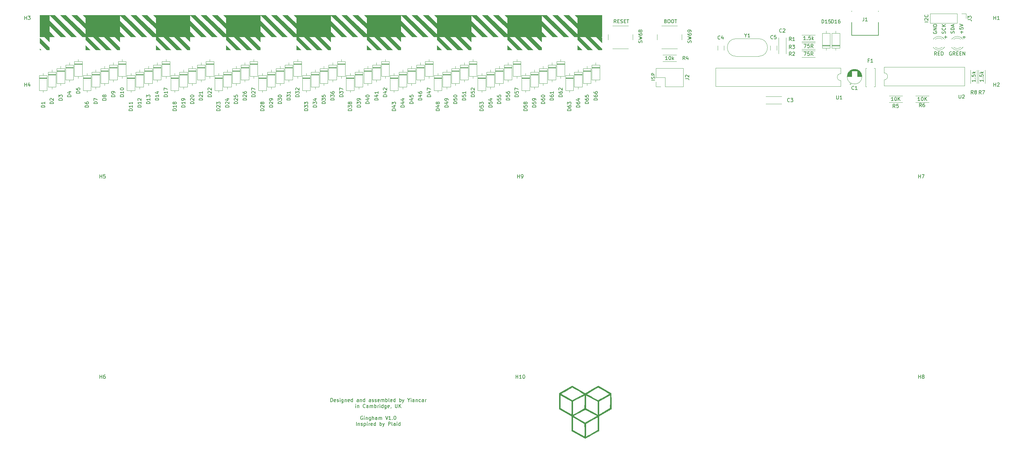
<source format=gto>
G04 #@! TF.GenerationSoftware,KiCad,Pcbnew,(5.1.0-0)*
G04 #@! TF.CreationDate,2019-05-29T21:11:30+01:00*
G04 #@! TF.ProjectId,tartan,74617274-616e-42e6-9b69-6361645f7063,V1.0*
G04 #@! TF.SameCoordinates,Original*
G04 #@! TF.FileFunction,Legend,Top*
G04 #@! TF.FilePolarity,Positive*
%FSLAX46Y46*%
G04 Gerber Fmt 4.6, Leading zero omitted, Abs format (unit mm)*
G04 Created by KiCad (PCBNEW (5.1.0-0)) date 2019-05-29 21:11:30*
%MOMM*%
%LPD*%
G04 APERTURE LIST*
%ADD10C,0.200000*%
%ADD11C,0.100000*%
%ADD12C,0.120000*%
%ADD13C,0.010000*%
%ADD14C,0.150000*%
%ADD15O,2.100000X2.100000*%
%ADD16R,2.100000X2.100000*%
%ADD17C,2.150000*%
%ADD18C,4.387800*%
%ADD19O,2.100000X3.100000*%
%ADD20O,2.000000X2.000000*%
%ADD21R,2.000000X2.000000*%
%ADD22C,3.448000*%
%ADD23C,2.101800*%
%ADD24C,4.200000*%
%ADD25R,1.600000X1.600000*%
%ADD26C,1.600000*%
%ADD27C,2.000000*%
%ADD28C,2.200000*%
%ADD29R,2.200000X2.200000*%
%ADD30C,1.800000*%
%ADD31O,1.800000X1.800000*%
%ADD32C,2.400000*%
%ADD33C,1.900000*%
G04 APERTURE END LIST*
D10*
X311349047Y-52561428D02*
X312110952Y-52561428D01*
X311730000Y-52942380D02*
X311730000Y-52180476D01*
X316609047Y-52571428D02*
X317370952Y-52571428D01*
X316990000Y-52952380D02*
X316990000Y-52190476D01*
X308250000Y-51011904D02*
X308202380Y-51107142D01*
X308202380Y-51250000D01*
X308250000Y-51392857D01*
X308345238Y-51488095D01*
X308440476Y-51535714D01*
X308630952Y-51583333D01*
X308773809Y-51583333D01*
X308964285Y-51535714D01*
X309059523Y-51488095D01*
X309154761Y-51392857D01*
X309202380Y-51250000D01*
X309202380Y-51154761D01*
X309154761Y-51011904D01*
X309107142Y-50964285D01*
X308773809Y-50964285D01*
X308773809Y-51154761D01*
X309202380Y-50535714D02*
X308202380Y-50535714D01*
X309202380Y-49964285D01*
X308202380Y-49964285D01*
X309202380Y-49488095D02*
X308202380Y-49488095D01*
X308202380Y-49250000D01*
X308250000Y-49107142D01*
X308345238Y-49011904D01*
X308440476Y-48964285D01*
X308630952Y-48916666D01*
X308773809Y-48916666D01*
X308964285Y-48964285D01*
X309059523Y-49011904D01*
X309154761Y-49107142D01*
X309202380Y-49250000D01*
X309202380Y-49488095D01*
X314154761Y-51464285D02*
X314202380Y-51321428D01*
X314202380Y-51083333D01*
X314154761Y-50988095D01*
X314107142Y-50940476D01*
X314011904Y-50892857D01*
X313916666Y-50892857D01*
X313821428Y-50940476D01*
X313773809Y-50988095D01*
X313726190Y-51083333D01*
X313678571Y-51273809D01*
X313630952Y-51369047D01*
X313583333Y-51416666D01*
X313488095Y-51464285D01*
X313392857Y-51464285D01*
X313297619Y-51416666D01*
X313250000Y-51369047D01*
X313202380Y-51273809D01*
X313202380Y-51035714D01*
X313250000Y-50892857D01*
X314202380Y-50464285D02*
X313202380Y-50464285D01*
X313202380Y-50226190D01*
X313250000Y-50083333D01*
X313345238Y-49988095D01*
X313440476Y-49940476D01*
X313630952Y-49892857D01*
X313773809Y-49892857D01*
X313964285Y-49940476D01*
X314059523Y-49988095D01*
X314154761Y-50083333D01*
X314202380Y-50226190D01*
X314202380Y-50464285D01*
X313916666Y-49511904D02*
X313916666Y-49035714D01*
X314202380Y-49607142D02*
X313202380Y-49273809D01*
X314202380Y-48940476D01*
X311654761Y-51535714D02*
X311702380Y-51392857D01*
X311702380Y-51154761D01*
X311654761Y-51059523D01*
X311607142Y-51011904D01*
X311511904Y-50964285D01*
X311416666Y-50964285D01*
X311321428Y-51011904D01*
X311273809Y-51059523D01*
X311226190Y-51154761D01*
X311178571Y-51345238D01*
X311130952Y-51440476D01*
X311083333Y-51488095D01*
X310988095Y-51535714D01*
X310892857Y-51535714D01*
X310797619Y-51488095D01*
X310750000Y-51440476D01*
X310702380Y-51345238D01*
X310702380Y-51107142D01*
X310750000Y-50964285D01*
X311607142Y-49964285D02*
X311654761Y-50011904D01*
X311702380Y-50154761D01*
X311702380Y-50250000D01*
X311654761Y-50392857D01*
X311559523Y-50488095D01*
X311464285Y-50535714D01*
X311273809Y-50583333D01*
X311130952Y-50583333D01*
X310940476Y-50535714D01*
X310845238Y-50488095D01*
X310750000Y-50392857D01*
X310702380Y-50250000D01*
X310702380Y-50154761D01*
X310750000Y-50011904D01*
X310797619Y-49964285D01*
X311702380Y-49535714D02*
X310702380Y-49535714D01*
X311702380Y-48964285D02*
X311130952Y-49392857D01*
X310702380Y-48964285D02*
X311273809Y-49535714D01*
X316321428Y-51535714D02*
X316321428Y-50773809D01*
X316702380Y-51154761D02*
X315940476Y-51154761D01*
X315702380Y-49821428D02*
X315702380Y-50297619D01*
X316178571Y-50345238D01*
X316130952Y-50297619D01*
X316083333Y-50202380D01*
X316083333Y-49964285D01*
X316130952Y-49869047D01*
X316178571Y-49821428D01*
X316273809Y-49773809D01*
X316511904Y-49773809D01*
X316607142Y-49821428D01*
X316654761Y-49869047D01*
X316702380Y-49964285D01*
X316702380Y-50202380D01*
X316654761Y-50297619D01*
X316607142Y-50345238D01*
X315702380Y-49488095D02*
X316702380Y-49154761D01*
X315702380Y-48821428D01*
X136464880Y-156589880D02*
X136464880Y-155589880D01*
X136702976Y-155589880D01*
X136845833Y-155637500D01*
X136941071Y-155732738D01*
X136988690Y-155827976D01*
X137036309Y-156018452D01*
X137036309Y-156161309D01*
X136988690Y-156351785D01*
X136941071Y-156447023D01*
X136845833Y-156542261D01*
X136702976Y-156589880D01*
X136464880Y-156589880D01*
X137845833Y-156542261D02*
X137750595Y-156589880D01*
X137560119Y-156589880D01*
X137464880Y-156542261D01*
X137417261Y-156447023D01*
X137417261Y-156066071D01*
X137464880Y-155970833D01*
X137560119Y-155923214D01*
X137750595Y-155923214D01*
X137845833Y-155970833D01*
X137893452Y-156066071D01*
X137893452Y-156161309D01*
X137417261Y-156256547D01*
X138274404Y-156542261D02*
X138369642Y-156589880D01*
X138560119Y-156589880D01*
X138655357Y-156542261D01*
X138702976Y-156447023D01*
X138702976Y-156399404D01*
X138655357Y-156304166D01*
X138560119Y-156256547D01*
X138417261Y-156256547D01*
X138322023Y-156208928D01*
X138274404Y-156113690D01*
X138274404Y-156066071D01*
X138322023Y-155970833D01*
X138417261Y-155923214D01*
X138560119Y-155923214D01*
X138655357Y-155970833D01*
X139131547Y-156589880D02*
X139131547Y-155923214D01*
X139131547Y-155589880D02*
X139083928Y-155637500D01*
X139131547Y-155685119D01*
X139179166Y-155637500D01*
X139131547Y-155589880D01*
X139131547Y-155685119D01*
X140036309Y-155923214D02*
X140036309Y-156732738D01*
X139988690Y-156827976D01*
X139941071Y-156875595D01*
X139845833Y-156923214D01*
X139702976Y-156923214D01*
X139607738Y-156875595D01*
X140036309Y-156542261D02*
X139941071Y-156589880D01*
X139750595Y-156589880D01*
X139655357Y-156542261D01*
X139607738Y-156494642D01*
X139560119Y-156399404D01*
X139560119Y-156113690D01*
X139607738Y-156018452D01*
X139655357Y-155970833D01*
X139750595Y-155923214D01*
X139941071Y-155923214D01*
X140036309Y-155970833D01*
X140512500Y-155923214D02*
X140512500Y-156589880D01*
X140512500Y-156018452D02*
X140560119Y-155970833D01*
X140655357Y-155923214D01*
X140798214Y-155923214D01*
X140893452Y-155970833D01*
X140941071Y-156066071D01*
X140941071Y-156589880D01*
X141798214Y-156542261D02*
X141702976Y-156589880D01*
X141512500Y-156589880D01*
X141417261Y-156542261D01*
X141369642Y-156447023D01*
X141369642Y-156066071D01*
X141417261Y-155970833D01*
X141512500Y-155923214D01*
X141702976Y-155923214D01*
X141798214Y-155970833D01*
X141845833Y-156066071D01*
X141845833Y-156161309D01*
X141369642Y-156256547D01*
X142702976Y-156589880D02*
X142702976Y-155589880D01*
X142702976Y-156542261D02*
X142607738Y-156589880D01*
X142417261Y-156589880D01*
X142322023Y-156542261D01*
X142274404Y-156494642D01*
X142226785Y-156399404D01*
X142226785Y-156113690D01*
X142274404Y-156018452D01*
X142322023Y-155970833D01*
X142417261Y-155923214D01*
X142607738Y-155923214D01*
X142702976Y-155970833D01*
X144369642Y-156589880D02*
X144369642Y-156066071D01*
X144322023Y-155970833D01*
X144226785Y-155923214D01*
X144036309Y-155923214D01*
X143941071Y-155970833D01*
X144369642Y-156542261D02*
X144274404Y-156589880D01*
X144036309Y-156589880D01*
X143941071Y-156542261D01*
X143893452Y-156447023D01*
X143893452Y-156351785D01*
X143941071Y-156256547D01*
X144036309Y-156208928D01*
X144274404Y-156208928D01*
X144369642Y-156161309D01*
X144845833Y-155923214D02*
X144845833Y-156589880D01*
X144845833Y-156018452D02*
X144893452Y-155970833D01*
X144988690Y-155923214D01*
X145131547Y-155923214D01*
X145226785Y-155970833D01*
X145274404Y-156066071D01*
X145274404Y-156589880D01*
X146179166Y-156589880D02*
X146179166Y-155589880D01*
X146179166Y-156542261D02*
X146083928Y-156589880D01*
X145893452Y-156589880D01*
X145798214Y-156542261D01*
X145750595Y-156494642D01*
X145702976Y-156399404D01*
X145702976Y-156113690D01*
X145750595Y-156018452D01*
X145798214Y-155970833D01*
X145893452Y-155923214D01*
X146083928Y-155923214D01*
X146179166Y-155970833D01*
X147845833Y-156589880D02*
X147845833Y-156066071D01*
X147798214Y-155970833D01*
X147702976Y-155923214D01*
X147512500Y-155923214D01*
X147417261Y-155970833D01*
X147845833Y-156542261D02*
X147750595Y-156589880D01*
X147512500Y-156589880D01*
X147417261Y-156542261D01*
X147369642Y-156447023D01*
X147369642Y-156351785D01*
X147417261Y-156256547D01*
X147512500Y-156208928D01*
X147750595Y-156208928D01*
X147845833Y-156161309D01*
X148274404Y-156542261D02*
X148369642Y-156589880D01*
X148560119Y-156589880D01*
X148655357Y-156542261D01*
X148702976Y-156447023D01*
X148702976Y-156399404D01*
X148655357Y-156304166D01*
X148560119Y-156256547D01*
X148417261Y-156256547D01*
X148322023Y-156208928D01*
X148274404Y-156113690D01*
X148274404Y-156066071D01*
X148322023Y-155970833D01*
X148417261Y-155923214D01*
X148560119Y-155923214D01*
X148655357Y-155970833D01*
X149083928Y-156542261D02*
X149179166Y-156589880D01*
X149369642Y-156589880D01*
X149464880Y-156542261D01*
X149512500Y-156447023D01*
X149512500Y-156399404D01*
X149464880Y-156304166D01*
X149369642Y-156256547D01*
X149226785Y-156256547D01*
X149131547Y-156208928D01*
X149083928Y-156113690D01*
X149083928Y-156066071D01*
X149131547Y-155970833D01*
X149226785Y-155923214D01*
X149369642Y-155923214D01*
X149464880Y-155970833D01*
X150322023Y-156542261D02*
X150226785Y-156589880D01*
X150036309Y-156589880D01*
X149941071Y-156542261D01*
X149893452Y-156447023D01*
X149893452Y-156066071D01*
X149941071Y-155970833D01*
X150036309Y-155923214D01*
X150226785Y-155923214D01*
X150322023Y-155970833D01*
X150369642Y-156066071D01*
X150369642Y-156161309D01*
X149893452Y-156256547D01*
X150798214Y-156589880D02*
X150798214Y-155923214D01*
X150798214Y-156018452D02*
X150845833Y-155970833D01*
X150941071Y-155923214D01*
X151083928Y-155923214D01*
X151179166Y-155970833D01*
X151226785Y-156066071D01*
X151226785Y-156589880D01*
X151226785Y-156066071D02*
X151274404Y-155970833D01*
X151369642Y-155923214D01*
X151512500Y-155923214D01*
X151607738Y-155970833D01*
X151655357Y-156066071D01*
X151655357Y-156589880D01*
X152131547Y-156589880D02*
X152131547Y-155589880D01*
X152131547Y-155970833D02*
X152226785Y-155923214D01*
X152417261Y-155923214D01*
X152512500Y-155970833D01*
X152560119Y-156018452D01*
X152607738Y-156113690D01*
X152607738Y-156399404D01*
X152560119Y-156494642D01*
X152512500Y-156542261D01*
X152417261Y-156589880D01*
X152226785Y-156589880D01*
X152131547Y-156542261D01*
X153179166Y-156589880D02*
X153083928Y-156542261D01*
X153036309Y-156447023D01*
X153036309Y-155589880D01*
X153941071Y-156542261D02*
X153845833Y-156589880D01*
X153655357Y-156589880D01*
X153560119Y-156542261D01*
X153512500Y-156447023D01*
X153512500Y-156066071D01*
X153560119Y-155970833D01*
X153655357Y-155923214D01*
X153845833Y-155923214D01*
X153941071Y-155970833D01*
X153988690Y-156066071D01*
X153988690Y-156161309D01*
X153512500Y-156256547D01*
X154845833Y-156589880D02*
X154845833Y-155589880D01*
X154845833Y-156542261D02*
X154750595Y-156589880D01*
X154560119Y-156589880D01*
X154464880Y-156542261D01*
X154417261Y-156494642D01*
X154369642Y-156399404D01*
X154369642Y-156113690D01*
X154417261Y-156018452D01*
X154464880Y-155970833D01*
X154560119Y-155923214D01*
X154750595Y-155923214D01*
X154845833Y-155970833D01*
X156083928Y-156589880D02*
X156083928Y-155589880D01*
X156083928Y-155970833D02*
X156179166Y-155923214D01*
X156369642Y-155923214D01*
X156464880Y-155970833D01*
X156512500Y-156018452D01*
X156560119Y-156113690D01*
X156560119Y-156399404D01*
X156512500Y-156494642D01*
X156464880Y-156542261D01*
X156369642Y-156589880D01*
X156179166Y-156589880D01*
X156083928Y-156542261D01*
X156893452Y-155923214D02*
X157131547Y-156589880D01*
X157369642Y-155923214D02*
X157131547Y-156589880D01*
X157036309Y-156827976D01*
X156988690Y-156875595D01*
X156893452Y-156923214D01*
X158702976Y-156113690D02*
X158702976Y-156589880D01*
X158369642Y-155589880D02*
X158702976Y-156113690D01*
X159036309Y-155589880D01*
X159369642Y-156589880D02*
X159369642Y-155923214D01*
X159369642Y-155589880D02*
X159322023Y-155637500D01*
X159369642Y-155685119D01*
X159417261Y-155637500D01*
X159369642Y-155589880D01*
X159369642Y-155685119D01*
X160274404Y-156589880D02*
X160274404Y-156066071D01*
X160226785Y-155970833D01*
X160131547Y-155923214D01*
X159941071Y-155923214D01*
X159845833Y-155970833D01*
X160274404Y-156542261D02*
X160179166Y-156589880D01*
X159941071Y-156589880D01*
X159845833Y-156542261D01*
X159798214Y-156447023D01*
X159798214Y-156351785D01*
X159845833Y-156256547D01*
X159941071Y-156208928D01*
X160179166Y-156208928D01*
X160274404Y-156161309D01*
X160750595Y-155923214D02*
X160750595Y-156589880D01*
X160750595Y-156018452D02*
X160798214Y-155970833D01*
X160893452Y-155923214D01*
X161036309Y-155923214D01*
X161131547Y-155970833D01*
X161179166Y-156066071D01*
X161179166Y-156589880D01*
X162083928Y-156542261D02*
X161988690Y-156589880D01*
X161798214Y-156589880D01*
X161702976Y-156542261D01*
X161655357Y-156494642D01*
X161607738Y-156399404D01*
X161607738Y-156113690D01*
X161655357Y-156018452D01*
X161702976Y-155970833D01*
X161798214Y-155923214D01*
X161988690Y-155923214D01*
X162083928Y-155970833D01*
X162941071Y-156589880D02*
X162941071Y-156066071D01*
X162893452Y-155970833D01*
X162798214Y-155923214D01*
X162607738Y-155923214D01*
X162512499Y-155970833D01*
X162941071Y-156542261D02*
X162845833Y-156589880D01*
X162607738Y-156589880D01*
X162512499Y-156542261D01*
X162464880Y-156447023D01*
X162464880Y-156351785D01*
X162512499Y-156256547D01*
X162607738Y-156208928D01*
X162845833Y-156208928D01*
X162941071Y-156161309D01*
X163417261Y-156589880D02*
X163417261Y-155923214D01*
X163417261Y-156113690D02*
X163464880Y-156018452D01*
X163512499Y-155970833D01*
X163607738Y-155923214D01*
X163702976Y-155923214D01*
X143583928Y-158289880D02*
X143583928Y-157623214D01*
X143583928Y-157289880D02*
X143536309Y-157337500D01*
X143583928Y-157385119D01*
X143631547Y-157337500D01*
X143583928Y-157289880D01*
X143583928Y-157385119D01*
X144060119Y-157623214D02*
X144060119Y-158289880D01*
X144060119Y-157718452D02*
X144107738Y-157670833D01*
X144202976Y-157623214D01*
X144345833Y-157623214D01*
X144441071Y-157670833D01*
X144488690Y-157766071D01*
X144488690Y-158289880D01*
X146298214Y-158194642D02*
X146250595Y-158242261D01*
X146107738Y-158289880D01*
X146012500Y-158289880D01*
X145869642Y-158242261D01*
X145774404Y-158147023D01*
X145726785Y-158051785D01*
X145679166Y-157861309D01*
X145679166Y-157718452D01*
X145726785Y-157527976D01*
X145774404Y-157432738D01*
X145869642Y-157337500D01*
X146012500Y-157289880D01*
X146107738Y-157289880D01*
X146250595Y-157337500D01*
X146298214Y-157385119D01*
X147155357Y-158289880D02*
X147155357Y-157766071D01*
X147107738Y-157670833D01*
X147012500Y-157623214D01*
X146822023Y-157623214D01*
X146726785Y-157670833D01*
X147155357Y-158242261D02*
X147060119Y-158289880D01*
X146822023Y-158289880D01*
X146726785Y-158242261D01*
X146679166Y-158147023D01*
X146679166Y-158051785D01*
X146726785Y-157956547D01*
X146822023Y-157908928D01*
X147060119Y-157908928D01*
X147155357Y-157861309D01*
X147631547Y-158289880D02*
X147631547Y-157623214D01*
X147631547Y-157718452D02*
X147679166Y-157670833D01*
X147774404Y-157623214D01*
X147917261Y-157623214D01*
X148012500Y-157670833D01*
X148060119Y-157766071D01*
X148060119Y-158289880D01*
X148060119Y-157766071D02*
X148107738Y-157670833D01*
X148202976Y-157623214D01*
X148345833Y-157623214D01*
X148441071Y-157670833D01*
X148488690Y-157766071D01*
X148488690Y-158289880D01*
X148964880Y-158289880D02*
X148964880Y-157289880D01*
X148964880Y-157670833D02*
X149060119Y-157623214D01*
X149250595Y-157623214D01*
X149345833Y-157670833D01*
X149393452Y-157718452D01*
X149441071Y-157813690D01*
X149441071Y-158099404D01*
X149393452Y-158194642D01*
X149345833Y-158242261D01*
X149250595Y-158289880D01*
X149060119Y-158289880D01*
X148964880Y-158242261D01*
X149869642Y-158289880D02*
X149869642Y-157623214D01*
X149869642Y-157813690D02*
X149917261Y-157718452D01*
X149964880Y-157670833D01*
X150060119Y-157623214D01*
X150155357Y-157623214D01*
X150488690Y-158289880D02*
X150488690Y-157623214D01*
X150488690Y-157289880D02*
X150441071Y-157337500D01*
X150488690Y-157385119D01*
X150536309Y-157337500D01*
X150488690Y-157289880D01*
X150488690Y-157385119D01*
X151393452Y-158289880D02*
X151393452Y-157289880D01*
X151393452Y-158242261D02*
X151298214Y-158289880D01*
X151107738Y-158289880D01*
X151012500Y-158242261D01*
X150964880Y-158194642D01*
X150917261Y-158099404D01*
X150917261Y-157813690D01*
X150964880Y-157718452D01*
X151012500Y-157670833D01*
X151107738Y-157623214D01*
X151298214Y-157623214D01*
X151393452Y-157670833D01*
X152298214Y-157623214D02*
X152298214Y-158432738D01*
X152250595Y-158527976D01*
X152202976Y-158575595D01*
X152107738Y-158623214D01*
X151964880Y-158623214D01*
X151869642Y-158575595D01*
X152298214Y-158242261D02*
X152202976Y-158289880D01*
X152012500Y-158289880D01*
X151917261Y-158242261D01*
X151869642Y-158194642D01*
X151822023Y-158099404D01*
X151822023Y-157813690D01*
X151869642Y-157718452D01*
X151917261Y-157670833D01*
X152012500Y-157623214D01*
X152202976Y-157623214D01*
X152298214Y-157670833D01*
X153155357Y-158242261D02*
X153060119Y-158289880D01*
X152869642Y-158289880D01*
X152774404Y-158242261D01*
X152726785Y-158147023D01*
X152726785Y-157766071D01*
X152774404Y-157670833D01*
X152869642Y-157623214D01*
X153060119Y-157623214D01*
X153155357Y-157670833D01*
X153202976Y-157766071D01*
X153202976Y-157861309D01*
X152726785Y-157956547D01*
X153679166Y-158242261D02*
X153679166Y-158289880D01*
X153631547Y-158385119D01*
X153583928Y-158432738D01*
X154869642Y-157289880D02*
X154869642Y-158099404D01*
X154917261Y-158194642D01*
X154964880Y-158242261D01*
X155060119Y-158289880D01*
X155250595Y-158289880D01*
X155345833Y-158242261D01*
X155393452Y-158194642D01*
X155441071Y-158099404D01*
X155441071Y-157289880D01*
X155917261Y-158289880D02*
X155917261Y-157289880D01*
X156488690Y-158289880D02*
X156060119Y-157718452D01*
X156488690Y-157289880D02*
X155917261Y-157861309D01*
X145560119Y-160737500D02*
X145464880Y-160689880D01*
X145322023Y-160689880D01*
X145179166Y-160737500D01*
X145083928Y-160832738D01*
X145036309Y-160927976D01*
X144988690Y-161118452D01*
X144988690Y-161261309D01*
X145036309Y-161451785D01*
X145083928Y-161547023D01*
X145179166Y-161642261D01*
X145322023Y-161689880D01*
X145417261Y-161689880D01*
X145560119Y-161642261D01*
X145607738Y-161594642D01*
X145607738Y-161261309D01*
X145417261Y-161261309D01*
X146036309Y-161689880D02*
X146036309Y-161023214D01*
X146036309Y-160689880D02*
X145988690Y-160737500D01*
X146036309Y-160785119D01*
X146083928Y-160737500D01*
X146036309Y-160689880D01*
X146036309Y-160785119D01*
X146512500Y-161023214D02*
X146512500Y-161689880D01*
X146512500Y-161118452D02*
X146560119Y-161070833D01*
X146655357Y-161023214D01*
X146798214Y-161023214D01*
X146893452Y-161070833D01*
X146941071Y-161166071D01*
X146941071Y-161689880D01*
X147845833Y-161023214D02*
X147845833Y-161832738D01*
X147798214Y-161927976D01*
X147750595Y-161975595D01*
X147655357Y-162023214D01*
X147512500Y-162023214D01*
X147417261Y-161975595D01*
X147845833Y-161642261D02*
X147750595Y-161689880D01*
X147560119Y-161689880D01*
X147464880Y-161642261D01*
X147417261Y-161594642D01*
X147369642Y-161499404D01*
X147369642Y-161213690D01*
X147417261Y-161118452D01*
X147464880Y-161070833D01*
X147560119Y-161023214D01*
X147750595Y-161023214D01*
X147845833Y-161070833D01*
X148322023Y-161689880D02*
X148322023Y-160689880D01*
X148750595Y-161689880D02*
X148750595Y-161166071D01*
X148702976Y-161070833D01*
X148607738Y-161023214D01*
X148464880Y-161023214D01*
X148369642Y-161070833D01*
X148322023Y-161118452D01*
X149655357Y-161689880D02*
X149655357Y-161166071D01*
X149607738Y-161070833D01*
X149512500Y-161023214D01*
X149322023Y-161023214D01*
X149226785Y-161070833D01*
X149655357Y-161642261D02*
X149560119Y-161689880D01*
X149322023Y-161689880D01*
X149226785Y-161642261D01*
X149179166Y-161547023D01*
X149179166Y-161451785D01*
X149226785Y-161356547D01*
X149322023Y-161308928D01*
X149560119Y-161308928D01*
X149655357Y-161261309D01*
X150131547Y-161689880D02*
X150131547Y-161023214D01*
X150131547Y-161118452D02*
X150179166Y-161070833D01*
X150274404Y-161023214D01*
X150417261Y-161023214D01*
X150512500Y-161070833D01*
X150560119Y-161166071D01*
X150560119Y-161689880D01*
X150560119Y-161166071D02*
X150607738Y-161070833D01*
X150702976Y-161023214D01*
X150845833Y-161023214D01*
X150941071Y-161070833D01*
X150988690Y-161166071D01*
X150988690Y-161689880D01*
X152083928Y-160689880D02*
X152417261Y-161689880D01*
X152750595Y-160689880D01*
X153607738Y-161689880D02*
X153036309Y-161689880D01*
X153322023Y-161689880D02*
X153322023Y-160689880D01*
X153226785Y-160832738D01*
X153131547Y-160927976D01*
X153036309Y-160975595D01*
X154036309Y-161594642D02*
X154083928Y-161642261D01*
X154036309Y-161689880D01*
X153988690Y-161642261D01*
X154036309Y-161594642D01*
X154036309Y-161689880D01*
X154702976Y-160689880D02*
X154798214Y-160689880D01*
X154893452Y-160737500D01*
X154941071Y-160785119D01*
X154988690Y-160880357D01*
X155036309Y-161070833D01*
X155036309Y-161308928D01*
X154988690Y-161499404D01*
X154941071Y-161594642D01*
X154893452Y-161642261D01*
X154798214Y-161689880D01*
X154702976Y-161689880D01*
X154607738Y-161642261D01*
X154560119Y-161594642D01*
X154512500Y-161499404D01*
X154464880Y-161308928D01*
X154464880Y-161070833D01*
X154512500Y-160880357D01*
X154560119Y-160785119D01*
X154607738Y-160737500D01*
X154702976Y-160689880D01*
X143774404Y-163389880D02*
X143774404Y-162389880D01*
X144250595Y-162723214D02*
X144250595Y-163389880D01*
X144250595Y-162818452D02*
X144298214Y-162770833D01*
X144393452Y-162723214D01*
X144536309Y-162723214D01*
X144631547Y-162770833D01*
X144679166Y-162866071D01*
X144679166Y-163389880D01*
X145107738Y-163342261D02*
X145202976Y-163389880D01*
X145393452Y-163389880D01*
X145488690Y-163342261D01*
X145536309Y-163247023D01*
X145536309Y-163199404D01*
X145488690Y-163104166D01*
X145393452Y-163056547D01*
X145250595Y-163056547D01*
X145155357Y-163008928D01*
X145107738Y-162913690D01*
X145107738Y-162866071D01*
X145155357Y-162770833D01*
X145250595Y-162723214D01*
X145393452Y-162723214D01*
X145488690Y-162770833D01*
X145964880Y-162723214D02*
X145964880Y-163723214D01*
X145964880Y-162770833D02*
X146060119Y-162723214D01*
X146250595Y-162723214D01*
X146345833Y-162770833D01*
X146393452Y-162818452D01*
X146441071Y-162913690D01*
X146441071Y-163199404D01*
X146393452Y-163294642D01*
X146345833Y-163342261D01*
X146250595Y-163389880D01*
X146060119Y-163389880D01*
X145964880Y-163342261D01*
X146869642Y-163389880D02*
X146869642Y-162723214D01*
X146869642Y-162389880D02*
X146822023Y-162437500D01*
X146869642Y-162485119D01*
X146917261Y-162437500D01*
X146869642Y-162389880D01*
X146869642Y-162485119D01*
X147345833Y-163389880D02*
X147345833Y-162723214D01*
X147345833Y-162913690D02*
X147393452Y-162818452D01*
X147441071Y-162770833D01*
X147536309Y-162723214D01*
X147631547Y-162723214D01*
X148345833Y-163342261D02*
X148250595Y-163389880D01*
X148060119Y-163389880D01*
X147964880Y-163342261D01*
X147917261Y-163247023D01*
X147917261Y-162866071D01*
X147964880Y-162770833D01*
X148060119Y-162723214D01*
X148250595Y-162723214D01*
X148345833Y-162770833D01*
X148393452Y-162866071D01*
X148393452Y-162961309D01*
X147917261Y-163056547D01*
X149250595Y-163389880D02*
X149250595Y-162389880D01*
X149250595Y-163342261D02*
X149155357Y-163389880D01*
X148964880Y-163389880D01*
X148869642Y-163342261D01*
X148822023Y-163294642D01*
X148774404Y-163199404D01*
X148774404Y-162913690D01*
X148822023Y-162818452D01*
X148869642Y-162770833D01*
X148964880Y-162723214D01*
X149155357Y-162723214D01*
X149250595Y-162770833D01*
X150488690Y-163389880D02*
X150488690Y-162389880D01*
X150488690Y-162770833D02*
X150583928Y-162723214D01*
X150774404Y-162723214D01*
X150869642Y-162770833D01*
X150917261Y-162818452D01*
X150964880Y-162913690D01*
X150964880Y-163199404D01*
X150917261Y-163294642D01*
X150869642Y-163342261D01*
X150774404Y-163389880D01*
X150583928Y-163389880D01*
X150488690Y-163342261D01*
X151298214Y-162723214D02*
X151536309Y-163389880D01*
X151774404Y-162723214D02*
X151536309Y-163389880D01*
X151441071Y-163627976D01*
X151393452Y-163675595D01*
X151298214Y-163723214D01*
X152917261Y-163389880D02*
X152917261Y-162389880D01*
X153298214Y-162389880D01*
X153393452Y-162437500D01*
X153441071Y-162485119D01*
X153488690Y-162580357D01*
X153488690Y-162723214D01*
X153441071Y-162818452D01*
X153393452Y-162866071D01*
X153298214Y-162913690D01*
X152917261Y-162913690D01*
X154060119Y-163389880D02*
X153964880Y-163342261D01*
X153917261Y-163247023D01*
X153917261Y-162389880D01*
X154869642Y-163389880D02*
X154869642Y-162866071D01*
X154822023Y-162770833D01*
X154726785Y-162723214D01*
X154536309Y-162723214D01*
X154441071Y-162770833D01*
X154869642Y-163342261D02*
X154774404Y-163389880D01*
X154536309Y-163389880D01*
X154441071Y-163342261D01*
X154393452Y-163247023D01*
X154393452Y-163151785D01*
X154441071Y-163056547D01*
X154536309Y-163008928D01*
X154774404Y-163008928D01*
X154869642Y-162961309D01*
X155345833Y-163389880D02*
X155345833Y-162723214D01*
X155345833Y-162389880D02*
X155298214Y-162437500D01*
X155345833Y-162485119D01*
X155393452Y-162437500D01*
X155345833Y-162389880D01*
X155345833Y-162485119D01*
X156250595Y-163389880D02*
X156250595Y-162389880D01*
X156250595Y-163342261D02*
X156155357Y-163389880D01*
X155964880Y-163389880D01*
X155869642Y-163342261D01*
X155822023Y-163294642D01*
X155774404Y-163199404D01*
X155774404Y-162913690D01*
X155822023Y-162818452D01*
X155869642Y-162770833D01*
X155964880Y-162723214D01*
X156155357Y-162723214D01*
X156250595Y-162770833D01*
D11*
G36*
X55590459Y-56300000D02*
G01*
X56367845Y-56300000D01*
X56367845Y-55593286D01*
X53576325Y-52731095D01*
X53576325Y-54285866D01*
X55590459Y-56300000D01*
X55590459Y-56300000D01*
G37*
G36*
X53576325Y-55840636D02*
G01*
X53576325Y-56300000D01*
X54035689Y-56300000D01*
X53576325Y-55840636D01*
X53576325Y-55840636D01*
G37*
G36*
X66615194Y-54886572D02*
G01*
X66615194Y-56300000D01*
X67993286Y-56300000D01*
X66615194Y-54886572D01*
X66615194Y-54886572D01*
G37*
G36*
X56403180Y-52554417D02*
G01*
X57781272Y-52554417D01*
X56403180Y-51034982D01*
X56367845Y-50999647D01*
X56367845Y-49444876D01*
X56403180Y-49480212D01*
X59548057Y-52554417D01*
X61102827Y-52554417D01*
X56403180Y-47960777D01*
X56403180Y-47925442D01*
X56367845Y-47925442D01*
X56367845Y-46370671D01*
X56403180Y-46406007D01*
X57993286Y-47960777D01*
X62622262Y-52554417D01*
X64177032Y-52554417D01*
X59548057Y-47960777D01*
X57851944Y-46300000D01*
X56403180Y-46300000D01*
X56367845Y-46300000D01*
X53576325Y-46300000D01*
X53576325Y-47960777D01*
X53576325Y-52554417D01*
X54954417Y-52554417D01*
X56367845Y-54038516D01*
X56367845Y-52554417D01*
X56403180Y-52554417D01*
X56403180Y-52554417D01*
G37*
G36*
X86650530Y-54886572D02*
G01*
X86650530Y-56300000D01*
X88028622Y-56300000D01*
X86650530Y-54886572D01*
X86650530Y-54886572D01*
G37*
G36*
X76403180Y-46300000D02*
G01*
X66615194Y-46300000D01*
X65767138Y-46300000D01*
X66615194Y-47077385D01*
X66615194Y-47960777D01*
X66615194Y-48632155D01*
X65908481Y-47960777D01*
X64141696Y-46300000D01*
X62551590Y-46300000D01*
X64283039Y-47960777D01*
X66615194Y-50186926D01*
X66615194Y-51706360D01*
X62692933Y-47960777D01*
X60961484Y-46300000D01*
X59406714Y-46300000D01*
X61102827Y-47960777D01*
X65731802Y-52554417D01*
X66615194Y-52554417D01*
X66615194Y-53331802D01*
X69477385Y-56300000D01*
X70996820Y-56300000D01*
X67251237Y-52554417D01*
X68806007Y-52554417D01*
X72551590Y-56300000D01*
X74071025Y-56300000D01*
X70360777Y-52554417D01*
X71915548Y-52554417D01*
X75625795Y-56300000D01*
X76403180Y-56300000D01*
X76403180Y-55593286D01*
X73434982Y-52554417D01*
X74989753Y-52554417D01*
X76403180Y-54038516D01*
X76403180Y-52554417D01*
X76438516Y-52554417D01*
X77816608Y-52554417D01*
X76438516Y-51034982D01*
X76403180Y-50999647D01*
X76403180Y-49444876D01*
X76438516Y-49480212D01*
X79583392Y-52554417D01*
X81102827Y-52554417D01*
X76438516Y-47960777D01*
X76438516Y-47925442D01*
X76403180Y-47925442D01*
X76403180Y-46370671D01*
X76438516Y-46406007D01*
X78028622Y-47960777D01*
X82657597Y-52554417D01*
X84212368Y-52554417D01*
X79583392Y-47960777D01*
X77887279Y-46300000D01*
X76438516Y-46300000D01*
X76403180Y-46300000D01*
X76403180Y-46300000D01*
G37*
G36*
X106685866Y-54886572D02*
G01*
X106685866Y-56300000D01*
X108063958Y-56300000D01*
X106685866Y-54886572D01*
X106685866Y-54886572D01*
G37*
G36*
X98063958Y-47960777D02*
G01*
X102692933Y-52554417D01*
X104247703Y-52554417D01*
X99618728Y-47960777D01*
X97922615Y-46300000D01*
X96473852Y-46300000D01*
X96438516Y-46300000D01*
X86650530Y-46300000D01*
X85802474Y-46300000D01*
X86650530Y-47077385D01*
X86650530Y-47960777D01*
X86650530Y-48632155D01*
X85943816Y-47960777D01*
X84177032Y-46300000D01*
X82586926Y-46300000D01*
X84318375Y-47960777D01*
X86650530Y-50186926D01*
X86650530Y-51706360D01*
X82728269Y-47960777D01*
X80996820Y-46300000D01*
X79442050Y-46300000D01*
X81138163Y-47960777D01*
X85767138Y-52554417D01*
X86650530Y-52554417D01*
X86650530Y-53331802D01*
X89512721Y-56300000D01*
X91032156Y-56300000D01*
X87286572Y-52554417D01*
X88841343Y-52554417D01*
X92586926Y-56300000D01*
X94106360Y-56300000D01*
X90396113Y-52554417D01*
X91950883Y-52554417D01*
X95661131Y-56300000D01*
X96438516Y-56300000D01*
X96438516Y-55593286D01*
X93470318Y-52554417D01*
X95025088Y-52554417D01*
X96438516Y-54038516D01*
X96438516Y-52554417D01*
X96473852Y-52554417D01*
X97851944Y-52554417D01*
X96473852Y-51034982D01*
X96438516Y-50999647D01*
X96438516Y-49444876D01*
X96473852Y-49480212D01*
X99618728Y-52554417D01*
X101138163Y-52554417D01*
X96473852Y-47960777D01*
X96473852Y-47925442D01*
X96438516Y-47925442D01*
X96438516Y-46370671D01*
X96473852Y-46406007D01*
X98063958Y-47960777D01*
X98063958Y-47960777D01*
G37*
G36*
X126721201Y-54886572D02*
G01*
X126721201Y-56300000D01*
X128099293Y-56300000D01*
X126721201Y-54886572D01*
X126721201Y-54886572D01*
G37*
G36*
X121173498Y-52554417D02*
G01*
X116509187Y-47960777D01*
X116509187Y-47925442D01*
X116473852Y-47925442D01*
X116473852Y-46370671D01*
X116509187Y-46406007D01*
X118063958Y-47960777D01*
X122728269Y-52554417D01*
X124283039Y-52554417D01*
X119618728Y-47960777D01*
X117957951Y-46300000D01*
X116509187Y-46300000D01*
X116473852Y-46300000D01*
X106685866Y-46300000D01*
X105837809Y-46300000D01*
X106685866Y-47077385D01*
X106685866Y-47960777D01*
X106685866Y-48632155D01*
X105979152Y-47960777D01*
X104212368Y-46300000D01*
X102622262Y-46300000D01*
X104353710Y-47960777D01*
X106685866Y-50186926D01*
X106685866Y-51706360D01*
X102763604Y-47960777D01*
X101032156Y-46300000D01*
X99477385Y-46300000D01*
X101138163Y-47960777D01*
X105802474Y-52554417D01*
X106685866Y-52554417D01*
X106685866Y-53331802D01*
X109548057Y-56300000D01*
X111067491Y-56300000D01*
X107321908Y-52554417D01*
X108876678Y-52554417D01*
X112622262Y-56300000D01*
X114141696Y-56300000D01*
X110431449Y-52554417D01*
X111986219Y-52554417D01*
X115661131Y-56300000D01*
X116473852Y-56300000D01*
X116473852Y-55593286D01*
X113505654Y-52554417D01*
X115060424Y-52554417D01*
X116473852Y-54038516D01*
X116473852Y-52554417D01*
X116509187Y-52554417D01*
X117887279Y-52554417D01*
X116509187Y-51034982D01*
X116473852Y-50999647D01*
X116473852Y-49444876D01*
X116509187Y-49480212D01*
X119654064Y-52554417D01*
X121173498Y-52554417D01*
X121173498Y-52554417D01*
G37*
G36*
X146756537Y-54886572D02*
G01*
X146756537Y-56300000D01*
X148134629Y-56300000D01*
X146756537Y-54886572D01*
X146756537Y-54886572D01*
G37*
G36*
X137922615Y-52554417D02*
G01*
X136544523Y-51034982D01*
X136509187Y-50999647D01*
X136509187Y-49444876D01*
X136544523Y-49480212D01*
X139654064Y-52554417D01*
X141208834Y-52554417D01*
X136544523Y-47960777D01*
X136544523Y-47925442D01*
X136509187Y-47925442D01*
X136509187Y-46370671D01*
X136544523Y-46406007D01*
X138099293Y-47960777D01*
X142763604Y-52554417D01*
X144318375Y-52554417D01*
X139654064Y-47960777D01*
X137993286Y-46300000D01*
X136544523Y-46300000D01*
X136509187Y-46300000D01*
X126721201Y-46300000D01*
X125873145Y-46300000D01*
X126721201Y-47077385D01*
X126721201Y-47960777D01*
X126721201Y-48632155D01*
X125979152Y-47960777D01*
X124247703Y-46300000D01*
X122657597Y-46300000D01*
X124389046Y-47960777D01*
X126721201Y-50186926D01*
X126721201Y-51706360D01*
X122798940Y-47960777D01*
X121067491Y-46300000D01*
X119512721Y-46300000D01*
X121173498Y-47960777D01*
X125837809Y-52554417D01*
X126721201Y-52554417D01*
X126721201Y-53331802D01*
X129583392Y-56300000D01*
X131102827Y-56300000D01*
X127357244Y-52554417D01*
X128912014Y-52554417D01*
X132657597Y-56300000D01*
X134177032Y-56300000D01*
X130466784Y-52554417D01*
X132021555Y-52554417D01*
X135696466Y-56300000D01*
X136509187Y-56300000D01*
X136509187Y-55593286D01*
X133540989Y-52554417D01*
X135095760Y-52554417D01*
X136509187Y-54038516D01*
X136509187Y-52554417D01*
X136544523Y-52554417D01*
X137922615Y-52554417D01*
X137922615Y-52554417D01*
G37*
G36*
X166756537Y-54886572D02*
G01*
X166756537Y-56300000D01*
X168134629Y-56300000D01*
X166756537Y-54886572D01*
X166756537Y-54886572D01*
G37*
G36*
X153576325Y-52554417D02*
G01*
X155131095Y-52554417D01*
X156544523Y-54038516D01*
X156544523Y-52554417D01*
X156579859Y-52554417D01*
X157957950Y-52554417D01*
X156579859Y-51034982D01*
X156544523Y-50999647D01*
X156544523Y-49444876D01*
X156579859Y-49480212D01*
X159689399Y-52554417D01*
X161244170Y-52554417D01*
X156579859Y-47960777D01*
X156579859Y-47925442D01*
X156544523Y-47925442D01*
X156544523Y-46370671D01*
X156579859Y-46406007D01*
X158134629Y-47960777D01*
X162798940Y-52554417D01*
X164353710Y-52554417D01*
X159689399Y-47960777D01*
X158028622Y-46300000D01*
X156579859Y-46300000D01*
X156544523Y-46300000D01*
X146756537Y-46300000D01*
X145908481Y-46300000D01*
X146756537Y-47077385D01*
X146756537Y-47960777D01*
X146756537Y-48632155D01*
X146014488Y-47960777D01*
X144283039Y-46300000D01*
X142692933Y-46300000D01*
X144424382Y-47960777D01*
X146756537Y-50186926D01*
X146756537Y-51706360D01*
X142834276Y-47960777D01*
X141102827Y-46300000D01*
X139548057Y-46300000D01*
X141208834Y-47960777D01*
X145837809Y-52554417D01*
X146756537Y-52554417D01*
X146756537Y-53331802D01*
X149618728Y-56300000D01*
X151138163Y-56300000D01*
X147392579Y-52554417D01*
X148947350Y-52554417D01*
X152657597Y-56300000D01*
X154212367Y-56300000D01*
X150502120Y-52554417D01*
X152021555Y-52554417D01*
X155731802Y-56300000D01*
X156544523Y-56300000D01*
X156544523Y-55593286D01*
X153576325Y-52554417D01*
X153576325Y-52554417D01*
G37*
G36*
X186791873Y-54886572D02*
G01*
X186791873Y-56300000D01*
X188169965Y-56300000D01*
X186791873Y-54886572D01*
X186791873Y-54886572D01*
G37*
G36*
X174247703Y-56300000D02*
G01*
X170537456Y-52554417D01*
X172056890Y-52554417D01*
X175767138Y-56300000D01*
X176579859Y-56300000D01*
X176579859Y-55593286D01*
X173611661Y-52554417D01*
X175166431Y-52554417D01*
X176579859Y-54038516D01*
X176579859Y-52554417D01*
X176615194Y-52554417D01*
X177993286Y-52554417D01*
X176615194Y-51034982D01*
X176579859Y-50999647D01*
X176579859Y-49444876D01*
X176615194Y-49480212D01*
X179724735Y-52554417D01*
X181279505Y-52554417D01*
X176615194Y-47960777D01*
X176615194Y-47925442D01*
X176579859Y-47925442D01*
X176579859Y-46370671D01*
X176615194Y-46406007D01*
X178169965Y-47960777D01*
X182834276Y-52554417D01*
X184389046Y-52554417D01*
X179724735Y-47960777D01*
X178063958Y-46300000D01*
X176615194Y-46300000D01*
X176579859Y-46300000D01*
X166756537Y-46300000D01*
X165943816Y-46300000D01*
X166756537Y-47077385D01*
X166756537Y-47960777D01*
X166756537Y-48632155D01*
X166049823Y-47960777D01*
X164318375Y-46300000D01*
X162728269Y-46300000D01*
X164459717Y-47960777D01*
X166756537Y-50186926D01*
X166756537Y-51706360D01*
X162869611Y-47960777D01*
X161138163Y-46300000D01*
X159583392Y-46300000D01*
X161244170Y-47960777D01*
X165873145Y-52554417D01*
X166756537Y-52554417D01*
X166756537Y-53331802D01*
X169654064Y-56300000D01*
X171173498Y-56300000D01*
X167427915Y-52554417D01*
X168982685Y-52554417D01*
X172692933Y-56300000D01*
X174247703Y-56300000D01*
X174247703Y-56300000D01*
G37*
G36*
X206827208Y-54886572D02*
G01*
X206827208Y-56300000D01*
X208205300Y-56300000D01*
X206827208Y-54886572D01*
X206827208Y-54886572D01*
G37*
G36*
X207498586Y-52554417D02*
G01*
X209053357Y-52554417D01*
X212763604Y-56300000D01*
X213823675Y-56300000D01*
X213823675Y-55840636D01*
X210572791Y-52554417D01*
X212127562Y-52554417D01*
X213823675Y-54285866D01*
X213823675Y-52731095D01*
X213682332Y-52554417D01*
X213823675Y-52554417D01*
X213823675Y-47960777D01*
X213823675Y-46300000D01*
X206827208Y-46300000D01*
X205979152Y-46300000D01*
X206827208Y-47077385D01*
X206827208Y-47960777D01*
X206827208Y-48632155D01*
X206120495Y-47960777D01*
X204389046Y-46300000D01*
X202798940Y-46300000D01*
X204530389Y-47960777D01*
X206827208Y-50186926D01*
X206827208Y-51706360D01*
X202940283Y-47960777D01*
X201208834Y-46300000D01*
X199654064Y-46300000D01*
X201314841Y-47960777D01*
X205943816Y-52554417D01*
X206827208Y-52554417D01*
X206827208Y-53331802D01*
X209724735Y-56300000D01*
X211244170Y-56300000D01*
X207498586Y-52554417D01*
X207498586Y-52554417D01*
G37*
G36*
X181279505Y-47960777D02*
G01*
X185908480Y-52554417D01*
X186791873Y-52554417D01*
X186791873Y-53331802D01*
X189689399Y-56300000D01*
X191208834Y-56300000D01*
X187463251Y-52554417D01*
X189018021Y-52554417D01*
X192728268Y-56300000D01*
X194283039Y-56300000D01*
X190572791Y-52554417D01*
X192092226Y-52554417D01*
X195802473Y-56300000D01*
X196615194Y-56300000D01*
X196615194Y-55593286D01*
X193646996Y-52554417D01*
X195201767Y-52554417D01*
X196615194Y-54038516D01*
X196615194Y-52554417D01*
X198028622Y-52554417D01*
X196615194Y-51034982D01*
X196615194Y-50999647D01*
X196615194Y-49444876D01*
X196615194Y-49480212D01*
X199760071Y-52554417D01*
X201314841Y-52554417D01*
X196650530Y-47960777D01*
X196615194Y-47925442D01*
X196615194Y-46370671D01*
X196615194Y-46406007D01*
X198205300Y-47960777D01*
X202869611Y-52554417D01*
X204424382Y-52554417D01*
X199760071Y-47960777D01*
X198099293Y-46300000D01*
X196615194Y-46300000D01*
X186791873Y-46300000D01*
X185979152Y-46300000D01*
X186791873Y-47077385D01*
X186791873Y-47960777D01*
X186791873Y-48632155D01*
X186085159Y-47960777D01*
X184353710Y-46300000D01*
X182763604Y-46300000D01*
X184495053Y-47960777D01*
X186791873Y-50186926D01*
X186791873Y-51706360D01*
X182904947Y-47960777D01*
X181173498Y-46300000D01*
X179618728Y-46300000D01*
X181279505Y-47960777D01*
X181279505Y-47960777D01*
G37*
D12*
X317580000Y-45920000D02*
X317580000Y-47250000D01*
X316250000Y-45920000D02*
X317580000Y-45920000D01*
X314980000Y-45920000D02*
X314980000Y-48580000D01*
X314980000Y-48580000D02*
X307300000Y-48580000D01*
X314980000Y-45920000D02*
X307300000Y-45920000D01*
X307300000Y-45920000D02*
X307300000Y-48580000D01*
D13*
G36*
X216408333Y-154209633D02*
G01*
X216430869Y-156413095D01*
X216453406Y-158616556D01*
X214674036Y-159670534D01*
X212894666Y-160724511D01*
X212894666Y-164895397D01*
X210988833Y-165965365D01*
X210469648Y-166254441D01*
X209996172Y-166513495D01*
X209589212Y-166731510D01*
X209269573Y-166897470D01*
X209058064Y-167000359D01*
X208977999Y-167029986D01*
X208878339Y-166988337D01*
X208652577Y-166873908D01*
X208321622Y-166697949D01*
X207906385Y-166471708D01*
X207427777Y-166206435D01*
X206989166Y-165960032D01*
X205105333Y-164895424D01*
X205105333Y-162391123D01*
X205446624Y-162391123D01*
X205447021Y-162820187D01*
X205450042Y-164707000D01*
X207076854Y-165615247D01*
X207553778Y-165880012D01*
X207981408Y-166114555D01*
X208337573Y-166306948D01*
X208600101Y-166445266D01*
X208746821Y-166517580D01*
X208768817Y-166525414D01*
X208786904Y-166445410D01*
X208800972Y-166220461D01*
X208810459Y-165874920D01*
X208814798Y-165433140D01*
X208814269Y-165235067D01*
X209184647Y-165235067D01*
X209185690Y-165708809D01*
X209191529Y-166096152D01*
X209201717Y-166372709D01*
X209215806Y-166514092D01*
X209222422Y-166527333D01*
X209309688Y-166487893D01*
X209522666Y-166377458D01*
X209839373Y-166207853D01*
X210237823Y-165990904D01*
X210696032Y-165738436D01*
X210914468Y-165617166D01*
X212550124Y-164707000D01*
X212553062Y-162820187D01*
X212553286Y-162208880D01*
X212550751Y-161747305D01*
X212543881Y-161415864D01*
X212531099Y-161194959D01*
X212510831Y-161064992D01*
X212481500Y-161006367D01*
X212441530Y-160999486D01*
X212407833Y-161014164D01*
X212292165Y-161079899D01*
X212054562Y-161216899D01*
X211719336Y-161411075D01*
X211310802Y-161648339D01*
X210853272Y-161914602D01*
X210735666Y-161983124D01*
X209211666Y-162871296D01*
X209188848Y-164699315D01*
X209184647Y-165235067D01*
X208814269Y-165235067D01*
X208813426Y-164919474D01*
X208811151Y-164699315D01*
X208788333Y-162871296D01*
X207264333Y-161983124D01*
X206798454Y-161711874D01*
X206375574Y-161466148D01*
X206020004Y-161260033D01*
X205756059Y-161107619D01*
X205608051Y-161022994D01*
X205592166Y-161014164D01*
X205544145Y-160997245D01*
X205507826Y-161018872D01*
X205481633Y-161098643D01*
X205463991Y-161256156D01*
X205453326Y-161511009D01*
X205448062Y-161882798D01*
X205446624Y-162391123D01*
X205105333Y-162391123D01*
X205105333Y-160724511D01*
X204963121Y-160640274D01*
X205639302Y-160640274D01*
X207256151Y-161586741D01*
X207731145Y-161862625D01*
X208159846Y-162107512D01*
X208519849Y-162308938D01*
X208788754Y-162454440D01*
X208944157Y-162531555D01*
X208970717Y-162540603D01*
X209069400Y-162501909D01*
X209291802Y-162389420D01*
X209615691Y-162215203D01*
X210018837Y-161991326D01*
X210479007Y-161729856D01*
X210714437Y-161594066D01*
X212360438Y-160640133D01*
X210743719Y-159752566D01*
X210263192Y-159491849D01*
X209827711Y-159261412D01*
X209460706Y-159073183D01*
X209185608Y-158939088D01*
X209025848Y-158871053D01*
X209000000Y-158865000D01*
X208891091Y-158904310D01*
X208657789Y-159014289D01*
X208323523Y-159183013D01*
X207911722Y-159398555D01*
X207445816Y-159648988D01*
X207256151Y-159752637D01*
X205639302Y-160640274D01*
X204963121Y-160640274D01*
X203325963Y-159670534D01*
X201546593Y-158616556D01*
X201569130Y-156413095D01*
X201586995Y-154666297D01*
X201884739Y-154666297D01*
X201907536Y-156551622D01*
X201930333Y-158436946D01*
X203454333Y-159346452D01*
X203911752Y-159617842D01*
X204320352Y-159857236D01*
X204657749Y-160051771D01*
X204901565Y-160188581D01*
X205029417Y-160254800D01*
X205041833Y-160258979D01*
X205060111Y-160179202D01*
X205076331Y-159953983D01*
X205089692Y-159607211D01*
X205099393Y-159162773D01*
X205104635Y-158644556D01*
X205105333Y-158363756D01*
X205105333Y-156493993D01*
X205444000Y-156493993D01*
X205444000Y-160358527D01*
X206100166Y-159996644D01*
X206436898Y-159810836D01*
X206866196Y-159573811D01*
X207332435Y-159316287D01*
X207772333Y-159073215D01*
X208788333Y-158511671D01*
X208811119Y-156635169D01*
X208815695Y-156091996D01*
X208815787Y-155856364D01*
X209183688Y-155856364D01*
X209186160Y-156373523D01*
X209188880Y-156635322D01*
X209211666Y-158511978D01*
X210862666Y-159427019D01*
X211340692Y-159691554D01*
X211766291Y-159926304D01*
X212118124Y-160119564D01*
X212374850Y-160259625D01*
X212515129Y-160334781D01*
X212534833Y-160344364D01*
X212540884Y-160264337D01*
X212546260Y-160038704D01*
X212550701Y-159691190D01*
X212553945Y-159245521D01*
X212555732Y-158725425D01*
X212556000Y-158420330D01*
X212556000Y-156493993D01*
X212501907Y-156465512D01*
X212894666Y-156465512D01*
X212894666Y-158363756D01*
X212897364Y-158910034D01*
X212904924Y-159394541D01*
X212916545Y-159793387D01*
X212931428Y-160082687D01*
X212948772Y-160238551D01*
X212958166Y-160258979D01*
X213046741Y-160216520D01*
X213258014Y-160099600D01*
X213569604Y-159921083D01*
X213959131Y-159693835D01*
X214404213Y-159430721D01*
X214545666Y-159346452D01*
X216069666Y-158436946D01*
X216092463Y-156551622D01*
X216115260Y-154666297D01*
X215923130Y-154765858D01*
X215790734Y-154837775D01*
X215537682Y-154978117D01*
X215190712Y-155171945D01*
X214776561Y-155404322D01*
X214321966Y-155660313D01*
X214312833Y-155665465D01*
X212894666Y-156465512D01*
X212501907Y-156465512D01*
X210908058Y-155626330D01*
X210426118Y-155373659D01*
X209995505Y-155149951D01*
X209638380Y-154966549D01*
X209376901Y-154834797D01*
X209233231Y-154766040D01*
X209213104Y-154758666D01*
X209200476Y-154839308D01*
X209191157Y-155065185D01*
X209185457Y-155412228D01*
X209183688Y-155856364D01*
X208815787Y-155856364D01*
X208815883Y-155610519D01*
X208811994Y-155214809D01*
X208804338Y-154928939D01*
X208793228Y-154776981D01*
X208786895Y-154758666D01*
X208701505Y-154796417D01*
X208488649Y-154902106D01*
X208170488Y-155064391D01*
X207769181Y-155271926D01*
X207306888Y-155513368D01*
X207091941Y-155626330D01*
X205444000Y-156493993D01*
X205105333Y-156493993D01*
X205105333Y-156465512D01*
X203687166Y-155665465D01*
X203232046Y-155409161D01*
X202816845Y-155176177D01*
X202468302Y-154981450D01*
X202213153Y-154839917D01*
X202078135Y-154766515D01*
X202076869Y-154765858D01*
X201884739Y-154666297D01*
X201586995Y-154666297D01*
X201590200Y-154352918D01*
X202162194Y-154352918D01*
X202239417Y-154412197D01*
X202442688Y-154540527D01*
X202749999Y-154724784D01*
X203139343Y-154951842D01*
X203588711Y-155208577D01*
X203743268Y-155295800D01*
X205302203Y-156172932D01*
X206410268Y-155588993D01*
X206856568Y-155354542D01*
X207300102Y-155122844D01*
X207695351Y-154917593D01*
X207996800Y-154762485D01*
X208047500Y-154736688D01*
X208308899Y-154598076D01*
X208497637Y-154486462D01*
X208575198Y-154424729D01*
X208575474Y-154422994D01*
X208571407Y-154420000D01*
X209425590Y-154420000D01*
X209497039Y-154470044D01*
X209697074Y-154586408D01*
X210004117Y-154757160D01*
X210396585Y-154970367D01*
X210852899Y-155214097D01*
X211054231Y-155320500D01*
X212683000Y-156178666D01*
X212937000Y-156034472D01*
X213092754Y-155946675D01*
X213366737Y-155792866D01*
X213729358Y-155589631D01*
X214151022Y-155353558D01*
X214524500Y-155144643D01*
X214950789Y-154903302D01*
X215320673Y-154688208D01*
X215610722Y-154513455D01*
X215797504Y-154393135D01*
X215858000Y-154342520D01*
X215788244Y-154282063D01*
X215596322Y-154154734D01*
X215308250Y-153975607D01*
X214950047Y-153759760D01*
X214547728Y-153522265D01*
X214127313Y-153278200D01*
X213714817Y-153042638D01*
X213336258Y-152830655D01*
X213017654Y-152657327D01*
X212785022Y-152537728D01*
X212664378Y-152486933D01*
X212655038Y-152486631D01*
X212541013Y-152545848D01*
X212315129Y-152673809D01*
X212002716Y-152855348D01*
X211629104Y-153075302D01*
X211219624Y-153318506D01*
X210799605Y-153569796D01*
X210394379Y-153814007D01*
X210029275Y-154035975D01*
X209729624Y-154220535D01*
X209520755Y-154352523D01*
X209428000Y-154416774D01*
X209425590Y-154420000D01*
X208571407Y-154420000D01*
X208506392Y-154372140D01*
X208316588Y-154250783D01*
X208031393Y-154074108D01*
X207676139Y-153857297D01*
X207276158Y-153615535D01*
X206856780Y-153364005D01*
X206443339Y-153117890D01*
X206061164Y-152892376D01*
X205735588Y-152702644D01*
X205491942Y-152563879D01*
X205355557Y-152491265D01*
X205344961Y-152486631D01*
X205251941Y-152517601D01*
X205042556Y-152621391D01*
X204742527Y-152782918D01*
X204377578Y-152987101D01*
X203973431Y-153218855D01*
X203555807Y-153463098D01*
X203150430Y-153704746D01*
X202783022Y-153928719D01*
X202479305Y-154119931D01*
X202265001Y-154263301D01*
X202165833Y-154343745D01*
X202162194Y-154352918D01*
X201590200Y-154352918D01*
X201591666Y-154209633D01*
X205292080Y-152043495D01*
X207095009Y-153104747D01*
X207596786Y-153397763D01*
X208053110Y-153659780D01*
X208442922Y-153879066D01*
X208745166Y-154043891D01*
X208938782Y-154142522D01*
X209000000Y-154165999D01*
X209098509Y-154124601D01*
X209321411Y-154008228D01*
X209647647Y-153828610D01*
X210056159Y-153597480D01*
X210525890Y-153326567D01*
X210904990Y-153104747D01*
X212707919Y-152043495D01*
X216408333Y-154209633D01*
X216408333Y-154209633D01*
G37*
X216408333Y-154209633D02*
X216430869Y-156413095D01*
X216453406Y-158616556D01*
X214674036Y-159670534D01*
X212894666Y-160724511D01*
X212894666Y-164895397D01*
X210988833Y-165965365D01*
X210469648Y-166254441D01*
X209996172Y-166513495D01*
X209589212Y-166731510D01*
X209269573Y-166897470D01*
X209058064Y-167000359D01*
X208977999Y-167029986D01*
X208878339Y-166988337D01*
X208652577Y-166873908D01*
X208321622Y-166697949D01*
X207906385Y-166471708D01*
X207427777Y-166206435D01*
X206989166Y-165960032D01*
X205105333Y-164895424D01*
X205105333Y-162391123D01*
X205446624Y-162391123D01*
X205447021Y-162820187D01*
X205450042Y-164707000D01*
X207076854Y-165615247D01*
X207553778Y-165880012D01*
X207981408Y-166114555D01*
X208337573Y-166306948D01*
X208600101Y-166445266D01*
X208746821Y-166517580D01*
X208768817Y-166525414D01*
X208786904Y-166445410D01*
X208800972Y-166220461D01*
X208810459Y-165874920D01*
X208814798Y-165433140D01*
X208814269Y-165235067D01*
X209184647Y-165235067D01*
X209185690Y-165708809D01*
X209191529Y-166096152D01*
X209201717Y-166372709D01*
X209215806Y-166514092D01*
X209222422Y-166527333D01*
X209309688Y-166487893D01*
X209522666Y-166377458D01*
X209839373Y-166207853D01*
X210237823Y-165990904D01*
X210696032Y-165738436D01*
X210914468Y-165617166D01*
X212550124Y-164707000D01*
X212553062Y-162820187D01*
X212553286Y-162208880D01*
X212550751Y-161747305D01*
X212543881Y-161415864D01*
X212531099Y-161194959D01*
X212510831Y-161064992D01*
X212481500Y-161006367D01*
X212441530Y-160999486D01*
X212407833Y-161014164D01*
X212292165Y-161079899D01*
X212054562Y-161216899D01*
X211719336Y-161411075D01*
X211310802Y-161648339D01*
X210853272Y-161914602D01*
X210735666Y-161983124D01*
X209211666Y-162871296D01*
X209188848Y-164699315D01*
X209184647Y-165235067D01*
X208814269Y-165235067D01*
X208813426Y-164919474D01*
X208811151Y-164699315D01*
X208788333Y-162871296D01*
X207264333Y-161983124D01*
X206798454Y-161711874D01*
X206375574Y-161466148D01*
X206020004Y-161260033D01*
X205756059Y-161107619D01*
X205608051Y-161022994D01*
X205592166Y-161014164D01*
X205544145Y-160997245D01*
X205507826Y-161018872D01*
X205481633Y-161098643D01*
X205463991Y-161256156D01*
X205453326Y-161511009D01*
X205448062Y-161882798D01*
X205446624Y-162391123D01*
X205105333Y-162391123D01*
X205105333Y-160724511D01*
X204963121Y-160640274D01*
X205639302Y-160640274D01*
X207256151Y-161586741D01*
X207731145Y-161862625D01*
X208159846Y-162107512D01*
X208519849Y-162308938D01*
X208788754Y-162454440D01*
X208944157Y-162531555D01*
X208970717Y-162540603D01*
X209069400Y-162501909D01*
X209291802Y-162389420D01*
X209615691Y-162215203D01*
X210018837Y-161991326D01*
X210479007Y-161729856D01*
X210714437Y-161594066D01*
X212360438Y-160640133D01*
X210743719Y-159752566D01*
X210263192Y-159491849D01*
X209827711Y-159261412D01*
X209460706Y-159073183D01*
X209185608Y-158939088D01*
X209025848Y-158871053D01*
X209000000Y-158865000D01*
X208891091Y-158904310D01*
X208657789Y-159014289D01*
X208323523Y-159183013D01*
X207911722Y-159398555D01*
X207445816Y-159648988D01*
X207256151Y-159752637D01*
X205639302Y-160640274D01*
X204963121Y-160640274D01*
X203325963Y-159670534D01*
X201546593Y-158616556D01*
X201569130Y-156413095D01*
X201586995Y-154666297D01*
X201884739Y-154666297D01*
X201907536Y-156551622D01*
X201930333Y-158436946D01*
X203454333Y-159346452D01*
X203911752Y-159617842D01*
X204320352Y-159857236D01*
X204657749Y-160051771D01*
X204901565Y-160188581D01*
X205029417Y-160254800D01*
X205041833Y-160258979D01*
X205060111Y-160179202D01*
X205076331Y-159953983D01*
X205089692Y-159607211D01*
X205099393Y-159162773D01*
X205104635Y-158644556D01*
X205105333Y-158363756D01*
X205105333Y-156493993D01*
X205444000Y-156493993D01*
X205444000Y-160358527D01*
X206100166Y-159996644D01*
X206436898Y-159810836D01*
X206866196Y-159573811D01*
X207332435Y-159316287D01*
X207772333Y-159073215D01*
X208788333Y-158511671D01*
X208811119Y-156635169D01*
X208815695Y-156091996D01*
X208815787Y-155856364D01*
X209183688Y-155856364D01*
X209186160Y-156373523D01*
X209188880Y-156635322D01*
X209211666Y-158511978D01*
X210862666Y-159427019D01*
X211340692Y-159691554D01*
X211766291Y-159926304D01*
X212118124Y-160119564D01*
X212374850Y-160259625D01*
X212515129Y-160334781D01*
X212534833Y-160344364D01*
X212540884Y-160264337D01*
X212546260Y-160038704D01*
X212550701Y-159691190D01*
X212553945Y-159245521D01*
X212555732Y-158725425D01*
X212556000Y-158420330D01*
X212556000Y-156493993D01*
X212501907Y-156465512D01*
X212894666Y-156465512D01*
X212894666Y-158363756D01*
X212897364Y-158910034D01*
X212904924Y-159394541D01*
X212916545Y-159793387D01*
X212931428Y-160082687D01*
X212948772Y-160238551D01*
X212958166Y-160258979D01*
X213046741Y-160216520D01*
X213258014Y-160099600D01*
X213569604Y-159921083D01*
X213959131Y-159693835D01*
X214404213Y-159430721D01*
X214545666Y-159346452D01*
X216069666Y-158436946D01*
X216092463Y-156551622D01*
X216115260Y-154666297D01*
X215923130Y-154765858D01*
X215790734Y-154837775D01*
X215537682Y-154978117D01*
X215190712Y-155171945D01*
X214776561Y-155404322D01*
X214321966Y-155660313D01*
X214312833Y-155665465D01*
X212894666Y-156465512D01*
X212501907Y-156465512D01*
X210908058Y-155626330D01*
X210426118Y-155373659D01*
X209995505Y-155149951D01*
X209638380Y-154966549D01*
X209376901Y-154834797D01*
X209233231Y-154766040D01*
X209213104Y-154758666D01*
X209200476Y-154839308D01*
X209191157Y-155065185D01*
X209185457Y-155412228D01*
X209183688Y-155856364D01*
X208815787Y-155856364D01*
X208815883Y-155610519D01*
X208811994Y-155214809D01*
X208804338Y-154928939D01*
X208793228Y-154776981D01*
X208786895Y-154758666D01*
X208701505Y-154796417D01*
X208488649Y-154902106D01*
X208170488Y-155064391D01*
X207769181Y-155271926D01*
X207306888Y-155513368D01*
X207091941Y-155626330D01*
X205444000Y-156493993D01*
X205105333Y-156493993D01*
X205105333Y-156465512D01*
X203687166Y-155665465D01*
X203232046Y-155409161D01*
X202816845Y-155176177D01*
X202468302Y-154981450D01*
X202213153Y-154839917D01*
X202078135Y-154766515D01*
X202076869Y-154765858D01*
X201884739Y-154666297D01*
X201586995Y-154666297D01*
X201590200Y-154352918D01*
X202162194Y-154352918D01*
X202239417Y-154412197D01*
X202442688Y-154540527D01*
X202749999Y-154724784D01*
X203139343Y-154951842D01*
X203588711Y-155208577D01*
X203743268Y-155295800D01*
X205302203Y-156172932D01*
X206410268Y-155588993D01*
X206856568Y-155354542D01*
X207300102Y-155122844D01*
X207695351Y-154917593D01*
X207996800Y-154762485D01*
X208047500Y-154736688D01*
X208308899Y-154598076D01*
X208497637Y-154486462D01*
X208575198Y-154424729D01*
X208575474Y-154422994D01*
X208571407Y-154420000D01*
X209425590Y-154420000D01*
X209497039Y-154470044D01*
X209697074Y-154586408D01*
X210004117Y-154757160D01*
X210396585Y-154970367D01*
X210852899Y-155214097D01*
X211054231Y-155320500D01*
X212683000Y-156178666D01*
X212937000Y-156034472D01*
X213092754Y-155946675D01*
X213366737Y-155792866D01*
X213729358Y-155589631D01*
X214151022Y-155353558D01*
X214524500Y-155144643D01*
X214950789Y-154903302D01*
X215320673Y-154688208D01*
X215610722Y-154513455D01*
X215797504Y-154393135D01*
X215858000Y-154342520D01*
X215788244Y-154282063D01*
X215596322Y-154154734D01*
X215308250Y-153975607D01*
X214950047Y-153759760D01*
X214547728Y-153522265D01*
X214127313Y-153278200D01*
X213714817Y-153042638D01*
X213336258Y-152830655D01*
X213017654Y-152657327D01*
X212785022Y-152537728D01*
X212664378Y-152486933D01*
X212655038Y-152486631D01*
X212541013Y-152545848D01*
X212315129Y-152673809D01*
X212002716Y-152855348D01*
X211629104Y-153075302D01*
X211219624Y-153318506D01*
X210799605Y-153569796D01*
X210394379Y-153814007D01*
X210029275Y-154035975D01*
X209729624Y-154220535D01*
X209520755Y-154352523D01*
X209428000Y-154416774D01*
X209425590Y-154420000D01*
X208571407Y-154420000D01*
X208506392Y-154372140D01*
X208316588Y-154250783D01*
X208031393Y-154074108D01*
X207676139Y-153857297D01*
X207276158Y-153615535D01*
X206856780Y-153364005D01*
X206443339Y-153117890D01*
X206061164Y-152892376D01*
X205735588Y-152702644D01*
X205491942Y-152563879D01*
X205355557Y-152491265D01*
X205344961Y-152486631D01*
X205251941Y-152517601D01*
X205042556Y-152621391D01*
X204742527Y-152782918D01*
X204377578Y-152987101D01*
X203973431Y-153218855D01*
X203555807Y-153463098D01*
X203150430Y-153704746D01*
X202783022Y-153928719D01*
X202479305Y-154119931D01*
X202265001Y-154263301D01*
X202165833Y-154343745D01*
X202162194Y-154352918D01*
X201590200Y-154352918D01*
X201591666Y-154209633D01*
X205292080Y-152043495D01*
X207095009Y-153104747D01*
X207596786Y-153397763D01*
X208053110Y-153659780D01*
X208442922Y-153879066D01*
X208745166Y-154043891D01*
X208938782Y-154142522D01*
X209000000Y-154165999D01*
X209098509Y-154124601D01*
X209321411Y-154008228D01*
X209647647Y-153828610D01*
X210056159Y-153597480D01*
X210525890Y-153326567D01*
X210904990Y-153104747D01*
X212707919Y-152043495D01*
X216408333Y-154209633D01*
D14*
X284912500Y-52087500D02*
X284912500Y-45087500D01*
X292612500Y-52087500D02*
X284912500Y-52087500D01*
X292612500Y-45087500D02*
X292612500Y-52087500D01*
D12*
X294182500Y-61127500D02*
X294182500Y-62777500D01*
X317162500Y-61127500D02*
X294182500Y-61127500D01*
X317162500Y-66427500D02*
X317162500Y-61127500D01*
X294182500Y-66427500D02*
X317162500Y-66427500D01*
X294182500Y-64777500D02*
X294182500Y-66427500D01*
X294182500Y-62777500D02*
G75*
G02X294182500Y-64777500I0J-1000000D01*
G01*
X55632500Y-63527500D02*
X53392500Y-63527500D01*
X53392500Y-63527500D02*
X53392500Y-67767500D01*
X53392500Y-67767500D02*
X55632500Y-67767500D01*
X55632500Y-67767500D02*
X55632500Y-63527500D01*
X54512500Y-62877500D02*
X54512500Y-63527500D01*
X54512500Y-68417500D02*
X54512500Y-67767500D01*
X55632500Y-64247500D02*
X53392500Y-64247500D01*
X55632500Y-64367500D02*
X53392500Y-64367500D01*
X55632500Y-64127500D02*
X53392500Y-64127500D01*
X58132500Y-62527500D02*
X55892500Y-62527500D01*
X55892500Y-62527500D02*
X55892500Y-66767500D01*
X55892500Y-66767500D02*
X58132500Y-66767500D01*
X58132500Y-66767500D02*
X58132500Y-62527500D01*
X57012500Y-61877500D02*
X57012500Y-62527500D01*
X57012500Y-67417500D02*
X57012500Y-66767500D01*
X58132500Y-63247500D02*
X55892500Y-63247500D01*
X58132500Y-63367500D02*
X55892500Y-63367500D01*
X58132500Y-63127500D02*
X55892500Y-63127500D01*
X213132500Y-61127500D02*
X210892500Y-61127500D01*
X213132500Y-61367500D02*
X210892500Y-61367500D01*
X213132500Y-61247500D02*
X210892500Y-61247500D01*
X212012500Y-65417500D02*
X212012500Y-64767500D01*
X212012500Y-59877500D02*
X212012500Y-60527500D01*
X213132500Y-64767500D02*
X213132500Y-60527500D01*
X210892500Y-64767500D02*
X213132500Y-64767500D01*
X210892500Y-60527500D02*
X210892500Y-64767500D01*
X213132500Y-60527500D02*
X210892500Y-60527500D01*
X287882500Y-63837500D02*
G75*
G03X287882500Y-63837500I-2120000J0D01*
G01*
X286602500Y-63837500D02*
X287842500Y-63837500D01*
X283682500Y-63837500D02*
X284922500Y-63837500D01*
X286602500Y-63797500D02*
X287842500Y-63797500D01*
X283682500Y-63797500D02*
X284922500Y-63797500D01*
X286602500Y-63757500D02*
X287841500Y-63757500D01*
X283683500Y-63757500D02*
X284922500Y-63757500D01*
X283685500Y-63717500D02*
X284922500Y-63717500D01*
X286602500Y-63717500D02*
X287839500Y-63717500D01*
X283688500Y-63677500D02*
X284922500Y-63677500D01*
X286602500Y-63677500D02*
X287836500Y-63677500D01*
X283691500Y-63637500D02*
X284922500Y-63637500D01*
X286602500Y-63637500D02*
X287833500Y-63637500D01*
X283695500Y-63597500D02*
X284922500Y-63597500D01*
X286602500Y-63597500D02*
X287829500Y-63597500D01*
X283700500Y-63557500D02*
X284922500Y-63557500D01*
X286602500Y-63557500D02*
X287824500Y-63557500D01*
X283706500Y-63517500D02*
X284922500Y-63517500D01*
X286602500Y-63517500D02*
X287818500Y-63517500D01*
X283712500Y-63477500D02*
X284922500Y-63477500D01*
X286602500Y-63477500D02*
X287812500Y-63477500D01*
X283720500Y-63437500D02*
X284922500Y-63437500D01*
X286602500Y-63437500D02*
X287804500Y-63437500D01*
X283728500Y-63397500D02*
X284922500Y-63397500D01*
X286602500Y-63397500D02*
X287796500Y-63397500D01*
X283737500Y-63357500D02*
X284922500Y-63357500D01*
X286602500Y-63357500D02*
X287787500Y-63357500D01*
X283746500Y-63317500D02*
X284922500Y-63317500D01*
X286602500Y-63317500D02*
X287778500Y-63317500D01*
X283757500Y-63277500D02*
X284922500Y-63277500D01*
X286602500Y-63277500D02*
X287767500Y-63277500D01*
X283768500Y-63237500D02*
X284922500Y-63237500D01*
X286602500Y-63237500D02*
X287756500Y-63237500D01*
X283780500Y-63197500D02*
X284922500Y-63197500D01*
X286602500Y-63197500D02*
X287744500Y-63197500D01*
X283794500Y-63157500D02*
X284922500Y-63157500D01*
X286602500Y-63157500D02*
X287730500Y-63157500D01*
X283808500Y-63116500D02*
X284922500Y-63116500D01*
X286602500Y-63116500D02*
X287716500Y-63116500D01*
X283822500Y-63076500D02*
X284922500Y-63076500D01*
X286602500Y-63076500D02*
X287702500Y-63076500D01*
X283838500Y-63036500D02*
X284922500Y-63036500D01*
X286602500Y-63036500D02*
X287686500Y-63036500D01*
X283855500Y-62996500D02*
X284922500Y-62996500D01*
X286602500Y-62996500D02*
X287669500Y-62996500D01*
X283873500Y-62956500D02*
X284922500Y-62956500D01*
X286602500Y-62956500D02*
X287651500Y-62956500D01*
X283892500Y-62916500D02*
X284922500Y-62916500D01*
X286602500Y-62916500D02*
X287632500Y-62916500D01*
X283911500Y-62876500D02*
X284922500Y-62876500D01*
X286602500Y-62876500D02*
X287613500Y-62876500D01*
X283932500Y-62836500D02*
X284922500Y-62836500D01*
X286602500Y-62836500D02*
X287592500Y-62836500D01*
X283954500Y-62796500D02*
X284922500Y-62796500D01*
X286602500Y-62796500D02*
X287570500Y-62796500D01*
X283977500Y-62756500D02*
X284922500Y-62756500D01*
X286602500Y-62756500D02*
X287547500Y-62756500D01*
X284002500Y-62716500D02*
X284922500Y-62716500D01*
X286602500Y-62716500D02*
X287522500Y-62716500D01*
X284027500Y-62676500D02*
X284922500Y-62676500D01*
X286602500Y-62676500D02*
X287497500Y-62676500D01*
X284054500Y-62636500D02*
X284922500Y-62636500D01*
X286602500Y-62636500D02*
X287470500Y-62636500D01*
X284082500Y-62596500D02*
X284922500Y-62596500D01*
X286602500Y-62596500D02*
X287442500Y-62596500D01*
X284112500Y-62556500D02*
X284922500Y-62556500D01*
X286602500Y-62556500D02*
X287412500Y-62556500D01*
X284143500Y-62516500D02*
X284922500Y-62516500D01*
X286602500Y-62516500D02*
X287381500Y-62516500D01*
X284175500Y-62476500D02*
X284922500Y-62476500D01*
X286602500Y-62476500D02*
X287349500Y-62476500D01*
X284210500Y-62436500D02*
X284922500Y-62436500D01*
X286602500Y-62436500D02*
X287314500Y-62436500D01*
X284246500Y-62396500D02*
X284922500Y-62396500D01*
X286602500Y-62396500D02*
X287278500Y-62396500D01*
X284284500Y-62356500D02*
X284922500Y-62356500D01*
X286602500Y-62356500D02*
X287240500Y-62356500D01*
X284324500Y-62316500D02*
X284922500Y-62316500D01*
X286602500Y-62316500D02*
X287200500Y-62316500D01*
X284366500Y-62276500D02*
X284922500Y-62276500D01*
X286602500Y-62276500D02*
X287158500Y-62276500D01*
X284411500Y-62236500D02*
X287113500Y-62236500D01*
X284458500Y-62196500D02*
X287066500Y-62196500D01*
X284508500Y-62156500D02*
X287016500Y-62156500D01*
X284562500Y-62116500D02*
X286962500Y-62116500D01*
X284620500Y-62076500D02*
X286904500Y-62076500D01*
X284682500Y-62036500D02*
X286842500Y-62036500D01*
X284749500Y-61996500D02*
X286775500Y-61996500D01*
X284822500Y-61956500D02*
X286702500Y-61956500D01*
X284903500Y-61916500D02*
X286621500Y-61916500D01*
X284994500Y-61876500D02*
X286530500Y-61876500D01*
X285098500Y-61836500D02*
X286426500Y-61836500D01*
X285225500Y-61796500D02*
X286299500Y-61796500D01*
X285392500Y-61756500D02*
X286132500Y-61756500D01*
X284567500Y-66107301D02*
X284567500Y-65707301D01*
X284367500Y-65907301D02*
X284767500Y-65907301D01*
X266217500Y-52767500D02*
X266232500Y-52767500D01*
X264092500Y-52767500D02*
X264107500Y-52767500D01*
X266217500Y-57307500D02*
X266232500Y-57307500D01*
X264092500Y-57307500D02*
X264107500Y-57307500D01*
X266232500Y-57307500D02*
X266232500Y-52767500D01*
X264092500Y-57307500D02*
X264092500Y-52767500D01*
X260442500Y-69467500D02*
X264982500Y-69467500D01*
X260442500Y-71607500D02*
X264982500Y-71607500D01*
X260442500Y-69467500D02*
X260442500Y-69482500D01*
X260442500Y-71592500D02*
X260442500Y-71607500D01*
X264982500Y-69467500D02*
X264982500Y-69482500D01*
X264982500Y-71592500D02*
X264982500Y-71607500D01*
X246742500Y-55058500D02*
X246742500Y-56316500D01*
X248582500Y-55058500D02*
X248582500Y-56316500D01*
X263582500Y-55008500D02*
X263582500Y-56266500D01*
X261742500Y-55008500D02*
X261742500Y-56266500D01*
X60632500Y-61527500D02*
X58392500Y-61527500D01*
X58392500Y-61527500D02*
X58392500Y-65767500D01*
X58392500Y-65767500D02*
X60632500Y-65767500D01*
X60632500Y-65767500D02*
X60632500Y-61527500D01*
X59512500Y-60877500D02*
X59512500Y-61527500D01*
X59512500Y-66417500D02*
X59512500Y-65767500D01*
X60632500Y-62247500D02*
X58392500Y-62247500D01*
X60632500Y-62367500D02*
X58392500Y-62367500D01*
X60632500Y-62127500D02*
X58392500Y-62127500D01*
X63132500Y-60527500D02*
X60892500Y-60527500D01*
X60892500Y-60527500D02*
X60892500Y-64767500D01*
X60892500Y-64767500D02*
X63132500Y-64767500D01*
X63132500Y-64767500D02*
X63132500Y-60527500D01*
X62012500Y-59877500D02*
X62012500Y-60527500D01*
X62012500Y-65417500D02*
X62012500Y-64767500D01*
X63132500Y-61247500D02*
X60892500Y-61247500D01*
X63132500Y-61367500D02*
X60892500Y-61367500D01*
X63132500Y-61127500D02*
X60892500Y-61127500D01*
X65632500Y-59527500D02*
X63392500Y-59527500D01*
X63392500Y-59527500D02*
X63392500Y-63767500D01*
X63392500Y-63767500D02*
X65632500Y-63767500D01*
X65632500Y-63767500D02*
X65632500Y-59527500D01*
X64512500Y-58877500D02*
X64512500Y-59527500D01*
X64512500Y-64417500D02*
X64512500Y-63767500D01*
X65632500Y-60247500D02*
X63392500Y-60247500D01*
X65632500Y-60367500D02*
X63392500Y-60367500D01*
X65632500Y-60127500D02*
X63392500Y-60127500D01*
X68132500Y-64127500D02*
X65892500Y-64127500D01*
X68132500Y-64367500D02*
X65892500Y-64367500D01*
X68132500Y-64247500D02*
X65892500Y-64247500D01*
X67012500Y-68417500D02*
X67012500Y-67767500D01*
X67012500Y-62877500D02*
X67012500Y-63527500D01*
X68132500Y-67767500D02*
X68132500Y-63527500D01*
X65892500Y-67767500D02*
X68132500Y-67767500D01*
X65892500Y-63527500D02*
X65892500Y-67767500D01*
X68132500Y-63527500D02*
X65892500Y-63527500D01*
X70632500Y-62527500D02*
X68392500Y-62527500D01*
X68392500Y-62527500D02*
X68392500Y-66767500D01*
X68392500Y-66767500D02*
X70632500Y-66767500D01*
X70632500Y-66767500D02*
X70632500Y-62527500D01*
X69512500Y-61877500D02*
X69512500Y-62527500D01*
X69512500Y-67417500D02*
X69512500Y-66767500D01*
X70632500Y-63247500D02*
X68392500Y-63247500D01*
X70632500Y-63367500D02*
X68392500Y-63367500D01*
X70632500Y-63127500D02*
X68392500Y-63127500D01*
X73132500Y-61527500D02*
X70892500Y-61527500D01*
X70892500Y-61527500D02*
X70892500Y-65767500D01*
X70892500Y-65767500D02*
X73132500Y-65767500D01*
X73132500Y-65767500D02*
X73132500Y-61527500D01*
X72012500Y-60877500D02*
X72012500Y-61527500D01*
X72012500Y-66417500D02*
X72012500Y-65767500D01*
X73132500Y-62247500D02*
X70892500Y-62247500D01*
X73132500Y-62367500D02*
X70892500Y-62367500D01*
X73132500Y-62127500D02*
X70892500Y-62127500D01*
X75632500Y-61127500D02*
X73392500Y-61127500D01*
X75632500Y-61367500D02*
X73392500Y-61367500D01*
X75632500Y-61247500D02*
X73392500Y-61247500D01*
X74512500Y-65417500D02*
X74512500Y-64767500D01*
X74512500Y-59877500D02*
X74512500Y-60527500D01*
X75632500Y-64767500D02*
X75632500Y-60527500D01*
X73392500Y-64767500D02*
X75632500Y-64767500D01*
X73392500Y-60527500D02*
X73392500Y-64767500D01*
X75632500Y-60527500D02*
X73392500Y-60527500D01*
X78132500Y-59527500D02*
X75892500Y-59527500D01*
X75892500Y-59527500D02*
X75892500Y-63767500D01*
X75892500Y-63767500D02*
X78132500Y-63767500D01*
X78132500Y-63767500D02*
X78132500Y-59527500D01*
X77012500Y-58877500D02*
X77012500Y-59527500D01*
X77012500Y-64417500D02*
X77012500Y-63767500D01*
X78132500Y-60247500D02*
X75892500Y-60247500D01*
X78132500Y-60367500D02*
X75892500Y-60367500D01*
X78132500Y-60127500D02*
X75892500Y-60127500D01*
X80632500Y-63527500D02*
X78392500Y-63527500D01*
X78392500Y-63527500D02*
X78392500Y-67767500D01*
X78392500Y-67767500D02*
X80632500Y-67767500D01*
X80632500Y-67767500D02*
X80632500Y-63527500D01*
X79512500Y-62877500D02*
X79512500Y-63527500D01*
X79512500Y-68417500D02*
X79512500Y-67767500D01*
X80632500Y-64247500D02*
X78392500Y-64247500D01*
X80632500Y-64367500D02*
X78392500Y-64367500D01*
X80632500Y-64127500D02*
X78392500Y-64127500D01*
X83132500Y-63127500D02*
X80892500Y-63127500D01*
X83132500Y-63367500D02*
X80892500Y-63367500D01*
X83132500Y-63247500D02*
X80892500Y-63247500D01*
X82012500Y-67417500D02*
X82012500Y-66767500D01*
X82012500Y-61877500D02*
X82012500Y-62527500D01*
X83132500Y-66767500D02*
X83132500Y-62527500D01*
X80892500Y-66767500D02*
X83132500Y-66767500D01*
X80892500Y-62527500D02*
X80892500Y-66767500D01*
X83132500Y-62527500D02*
X80892500Y-62527500D01*
X85632500Y-62127500D02*
X83392500Y-62127500D01*
X85632500Y-62367500D02*
X83392500Y-62367500D01*
X85632500Y-62247500D02*
X83392500Y-62247500D01*
X84512500Y-66417500D02*
X84512500Y-65767500D01*
X84512500Y-60877500D02*
X84512500Y-61527500D01*
X85632500Y-65767500D02*
X85632500Y-61527500D01*
X83392500Y-65767500D02*
X85632500Y-65767500D01*
X83392500Y-61527500D02*
X83392500Y-65767500D01*
X85632500Y-61527500D02*
X83392500Y-61527500D01*
X88132500Y-60527500D02*
X85892500Y-60527500D01*
X85892500Y-60527500D02*
X85892500Y-64767500D01*
X85892500Y-64767500D02*
X88132500Y-64767500D01*
X88132500Y-64767500D02*
X88132500Y-60527500D01*
X87012500Y-59877500D02*
X87012500Y-60527500D01*
X87012500Y-65417500D02*
X87012500Y-64767500D01*
X88132500Y-61247500D02*
X85892500Y-61247500D01*
X88132500Y-61367500D02*
X85892500Y-61367500D01*
X88132500Y-61127500D02*
X85892500Y-61127500D01*
X276542500Y-55697500D02*
X278782500Y-55697500D01*
X278782500Y-55697500D02*
X278782500Y-51457500D01*
X278782500Y-51457500D02*
X276542500Y-51457500D01*
X276542500Y-51457500D02*
X276542500Y-55697500D01*
X277662500Y-56347500D02*
X277662500Y-55697500D01*
X277662500Y-50807500D02*
X277662500Y-51457500D01*
X276542500Y-54977500D02*
X278782500Y-54977500D01*
X276542500Y-54857500D02*
X278782500Y-54857500D01*
X276542500Y-55097500D02*
X278782500Y-55097500D01*
X279292500Y-55097500D02*
X281532500Y-55097500D01*
X279292500Y-54857500D02*
X281532500Y-54857500D01*
X279292500Y-54977500D02*
X281532500Y-54977500D01*
X280412500Y-50807500D02*
X280412500Y-51457500D01*
X280412500Y-56347500D02*
X280412500Y-55697500D01*
X279292500Y-51457500D02*
X279292500Y-55697500D01*
X281532500Y-51457500D02*
X279292500Y-51457500D01*
X281532500Y-55697500D02*
X281532500Y-51457500D01*
X279292500Y-55697500D02*
X281532500Y-55697500D01*
X90632500Y-60127500D02*
X88392500Y-60127500D01*
X90632500Y-60367500D02*
X88392500Y-60367500D01*
X90632500Y-60247500D02*
X88392500Y-60247500D01*
X89512500Y-64417500D02*
X89512500Y-63767500D01*
X89512500Y-58877500D02*
X89512500Y-59527500D01*
X90632500Y-63767500D02*
X90632500Y-59527500D01*
X88392500Y-63767500D02*
X90632500Y-63767500D01*
X88392500Y-59527500D02*
X88392500Y-63767500D01*
X90632500Y-59527500D02*
X88392500Y-59527500D01*
X93132500Y-64127500D02*
X90892500Y-64127500D01*
X93132500Y-64367500D02*
X90892500Y-64367500D01*
X93132500Y-64247500D02*
X90892500Y-64247500D01*
X92012500Y-68417500D02*
X92012500Y-67767500D01*
X92012500Y-62877500D02*
X92012500Y-63527500D01*
X93132500Y-67767500D02*
X93132500Y-63527500D01*
X90892500Y-67767500D02*
X93132500Y-67767500D01*
X90892500Y-63527500D02*
X90892500Y-67767500D01*
X93132500Y-63527500D02*
X90892500Y-63527500D01*
X95632500Y-62527500D02*
X93392500Y-62527500D01*
X93392500Y-62527500D02*
X93392500Y-66767500D01*
X93392500Y-66767500D02*
X95632500Y-66767500D01*
X95632500Y-66767500D02*
X95632500Y-62527500D01*
X94512500Y-61877500D02*
X94512500Y-62527500D01*
X94512500Y-67417500D02*
X94512500Y-66767500D01*
X95632500Y-63247500D02*
X93392500Y-63247500D01*
X95632500Y-63367500D02*
X93392500Y-63367500D01*
X95632500Y-63127500D02*
X93392500Y-63127500D01*
X98132500Y-61527500D02*
X95892500Y-61527500D01*
X95892500Y-61527500D02*
X95892500Y-65767500D01*
X95892500Y-65767500D02*
X98132500Y-65767500D01*
X98132500Y-65767500D02*
X98132500Y-61527500D01*
X97012500Y-60877500D02*
X97012500Y-61527500D01*
X97012500Y-66417500D02*
X97012500Y-65767500D01*
X98132500Y-62247500D02*
X95892500Y-62247500D01*
X98132500Y-62367500D02*
X95892500Y-62367500D01*
X98132500Y-62127500D02*
X95892500Y-62127500D01*
X100632500Y-60527500D02*
X98392500Y-60527500D01*
X98392500Y-60527500D02*
X98392500Y-64767500D01*
X98392500Y-64767500D02*
X100632500Y-64767500D01*
X100632500Y-64767500D02*
X100632500Y-60527500D01*
X99512500Y-59877500D02*
X99512500Y-60527500D01*
X99512500Y-65417500D02*
X99512500Y-64767500D01*
X100632500Y-61247500D02*
X98392500Y-61247500D01*
X100632500Y-61367500D02*
X98392500Y-61367500D01*
X100632500Y-61127500D02*
X98392500Y-61127500D01*
X103132500Y-60127500D02*
X100892500Y-60127500D01*
X103132500Y-60367500D02*
X100892500Y-60367500D01*
X103132500Y-60247500D02*
X100892500Y-60247500D01*
X102012500Y-64417500D02*
X102012500Y-63767500D01*
X102012500Y-58877500D02*
X102012500Y-59527500D01*
X103132500Y-63767500D02*
X103132500Y-59527500D01*
X100892500Y-63767500D02*
X103132500Y-63767500D01*
X100892500Y-59527500D02*
X100892500Y-63767500D01*
X103132500Y-59527500D02*
X100892500Y-59527500D01*
X105632500Y-64127500D02*
X103392500Y-64127500D01*
X105632500Y-64367500D02*
X103392500Y-64367500D01*
X105632500Y-64247500D02*
X103392500Y-64247500D01*
X104512500Y-68417500D02*
X104512500Y-67767500D01*
X104512500Y-62877500D02*
X104512500Y-63527500D01*
X105632500Y-67767500D02*
X105632500Y-63527500D01*
X103392500Y-67767500D02*
X105632500Y-67767500D01*
X103392500Y-63527500D02*
X103392500Y-67767500D01*
X105632500Y-63527500D02*
X103392500Y-63527500D01*
X108132500Y-63127500D02*
X105892500Y-63127500D01*
X108132500Y-63367500D02*
X105892500Y-63367500D01*
X108132500Y-63247500D02*
X105892500Y-63247500D01*
X107012500Y-67417500D02*
X107012500Y-66767500D01*
X107012500Y-61877500D02*
X107012500Y-62527500D01*
X108132500Y-66767500D02*
X108132500Y-62527500D01*
X105892500Y-66767500D02*
X108132500Y-66767500D01*
X105892500Y-62527500D02*
X105892500Y-66767500D01*
X108132500Y-62527500D02*
X105892500Y-62527500D01*
X110632500Y-61527500D02*
X108392500Y-61527500D01*
X108392500Y-61527500D02*
X108392500Y-65767500D01*
X108392500Y-65767500D02*
X110632500Y-65767500D01*
X110632500Y-65767500D02*
X110632500Y-61527500D01*
X109512500Y-60877500D02*
X109512500Y-61527500D01*
X109512500Y-66417500D02*
X109512500Y-65767500D01*
X110632500Y-62247500D02*
X108392500Y-62247500D01*
X110632500Y-62367500D02*
X108392500Y-62367500D01*
X110632500Y-62127500D02*
X108392500Y-62127500D01*
X113132500Y-60527500D02*
X110892500Y-60527500D01*
X110892500Y-60527500D02*
X110892500Y-64767500D01*
X110892500Y-64767500D02*
X113132500Y-64767500D01*
X113132500Y-64767500D02*
X113132500Y-60527500D01*
X112012500Y-59877500D02*
X112012500Y-60527500D01*
X112012500Y-65417500D02*
X112012500Y-64767500D01*
X113132500Y-61247500D02*
X110892500Y-61247500D01*
X113132500Y-61367500D02*
X110892500Y-61367500D01*
X113132500Y-61127500D02*
X110892500Y-61127500D01*
X115632500Y-60127500D02*
X113392500Y-60127500D01*
X115632500Y-60367500D02*
X113392500Y-60367500D01*
X115632500Y-60247500D02*
X113392500Y-60247500D01*
X114512500Y-64417500D02*
X114512500Y-63767500D01*
X114512500Y-58877500D02*
X114512500Y-59527500D01*
X115632500Y-63767500D02*
X115632500Y-59527500D01*
X113392500Y-63767500D02*
X115632500Y-63767500D01*
X113392500Y-59527500D02*
X113392500Y-63767500D01*
X115632500Y-59527500D02*
X113392500Y-59527500D01*
X118132500Y-64127500D02*
X115892500Y-64127500D01*
X118132500Y-64367500D02*
X115892500Y-64367500D01*
X118132500Y-64247500D02*
X115892500Y-64247500D01*
X117012500Y-68417500D02*
X117012500Y-67767500D01*
X117012500Y-62877500D02*
X117012500Y-63527500D01*
X118132500Y-67767500D02*
X118132500Y-63527500D01*
X115892500Y-67767500D02*
X118132500Y-67767500D01*
X115892500Y-63527500D02*
X115892500Y-67767500D01*
X118132500Y-63527500D02*
X115892500Y-63527500D01*
X120632500Y-63127500D02*
X118392500Y-63127500D01*
X120632500Y-63367500D02*
X118392500Y-63367500D01*
X120632500Y-63247500D02*
X118392500Y-63247500D01*
X119512500Y-67417500D02*
X119512500Y-66767500D01*
X119512500Y-61877500D02*
X119512500Y-62527500D01*
X120632500Y-66767500D02*
X120632500Y-62527500D01*
X118392500Y-66767500D02*
X120632500Y-66767500D01*
X118392500Y-62527500D02*
X118392500Y-66767500D01*
X120632500Y-62527500D02*
X118392500Y-62527500D01*
X123132500Y-61527500D02*
X120892500Y-61527500D01*
X120892500Y-61527500D02*
X120892500Y-65767500D01*
X120892500Y-65767500D02*
X123132500Y-65767500D01*
X123132500Y-65767500D02*
X123132500Y-61527500D01*
X122012500Y-60877500D02*
X122012500Y-61527500D01*
X122012500Y-66417500D02*
X122012500Y-65767500D01*
X123132500Y-62247500D02*
X120892500Y-62247500D01*
X123132500Y-62367500D02*
X120892500Y-62367500D01*
X123132500Y-62127500D02*
X120892500Y-62127500D01*
X125632500Y-61127500D02*
X123392500Y-61127500D01*
X125632500Y-61367500D02*
X123392500Y-61367500D01*
X125632500Y-61247500D02*
X123392500Y-61247500D01*
X124512500Y-65417500D02*
X124512500Y-64767500D01*
X124512500Y-59877500D02*
X124512500Y-60527500D01*
X125632500Y-64767500D02*
X125632500Y-60527500D01*
X123392500Y-64767500D02*
X125632500Y-64767500D01*
X123392500Y-60527500D02*
X123392500Y-64767500D01*
X125632500Y-60527500D02*
X123392500Y-60527500D01*
X128132500Y-59527500D02*
X125892500Y-59527500D01*
X125892500Y-59527500D02*
X125892500Y-63767500D01*
X125892500Y-63767500D02*
X128132500Y-63767500D01*
X128132500Y-63767500D02*
X128132500Y-59527500D01*
X127012500Y-58877500D02*
X127012500Y-59527500D01*
X127012500Y-64417500D02*
X127012500Y-63767500D01*
X128132500Y-60247500D02*
X125892500Y-60247500D01*
X128132500Y-60367500D02*
X125892500Y-60367500D01*
X128132500Y-60127500D02*
X125892500Y-60127500D01*
X130632500Y-63527500D02*
X128392500Y-63527500D01*
X128392500Y-63527500D02*
X128392500Y-67767500D01*
X128392500Y-67767500D02*
X130632500Y-67767500D01*
X130632500Y-67767500D02*
X130632500Y-63527500D01*
X129512500Y-62877500D02*
X129512500Y-63527500D01*
X129512500Y-68417500D02*
X129512500Y-67767500D01*
X130632500Y-64247500D02*
X128392500Y-64247500D01*
X130632500Y-64367500D02*
X128392500Y-64367500D01*
X130632500Y-64127500D02*
X128392500Y-64127500D01*
X133132500Y-63127500D02*
X130892500Y-63127500D01*
X133132500Y-63367500D02*
X130892500Y-63367500D01*
X133132500Y-63247500D02*
X130892500Y-63247500D01*
X132012500Y-67417500D02*
X132012500Y-66767500D01*
X132012500Y-61877500D02*
X132012500Y-62527500D01*
X133132500Y-66767500D02*
X133132500Y-62527500D01*
X130892500Y-66767500D02*
X133132500Y-66767500D01*
X130892500Y-62527500D02*
X130892500Y-66767500D01*
X133132500Y-62527500D02*
X130892500Y-62527500D01*
X135632500Y-61527500D02*
X133392500Y-61527500D01*
X133392500Y-61527500D02*
X133392500Y-65767500D01*
X133392500Y-65767500D02*
X135632500Y-65767500D01*
X135632500Y-65767500D02*
X135632500Y-61527500D01*
X134512500Y-60877500D02*
X134512500Y-61527500D01*
X134512500Y-66417500D02*
X134512500Y-65767500D01*
X135632500Y-62247500D02*
X133392500Y-62247500D01*
X135632500Y-62367500D02*
X133392500Y-62367500D01*
X135632500Y-62127500D02*
X133392500Y-62127500D01*
X138132500Y-60527500D02*
X135892500Y-60527500D01*
X135892500Y-60527500D02*
X135892500Y-64767500D01*
X135892500Y-64767500D02*
X138132500Y-64767500D01*
X138132500Y-64767500D02*
X138132500Y-60527500D01*
X137012500Y-59877500D02*
X137012500Y-60527500D01*
X137012500Y-65417500D02*
X137012500Y-64767500D01*
X138132500Y-61247500D02*
X135892500Y-61247500D01*
X138132500Y-61367500D02*
X135892500Y-61367500D01*
X138132500Y-61127500D02*
X135892500Y-61127500D01*
X140632500Y-59527500D02*
X138392500Y-59527500D01*
X138392500Y-59527500D02*
X138392500Y-63767500D01*
X138392500Y-63767500D02*
X140632500Y-63767500D01*
X140632500Y-63767500D02*
X140632500Y-59527500D01*
X139512500Y-58877500D02*
X139512500Y-59527500D01*
X139512500Y-64417500D02*
X139512500Y-63767500D01*
X140632500Y-60247500D02*
X138392500Y-60247500D01*
X140632500Y-60367500D02*
X138392500Y-60367500D01*
X140632500Y-60127500D02*
X138392500Y-60127500D01*
X143132500Y-64127500D02*
X140892500Y-64127500D01*
X143132500Y-64367500D02*
X140892500Y-64367500D01*
X143132500Y-64247500D02*
X140892500Y-64247500D01*
X142012500Y-68417500D02*
X142012500Y-67767500D01*
X142012500Y-62877500D02*
X142012500Y-63527500D01*
X143132500Y-67767500D02*
X143132500Y-63527500D01*
X140892500Y-67767500D02*
X143132500Y-67767500D01*
X140892500Y-63527500D02*
X140892500Y-67767500D01*
X143132500Y-63527500D02*
X140892500Y-63527500D01*
X145632500Y-62527500D02*
X143392500Y-62527500D01*
X143392500Y-62527500D02*
X143392500Y-66767500D01*
X143392500Y-66767500D02*
X145632500Y-66767500D01*
X145632500Y-66767500D02*
X145632500Y-62527500D01*
X144512500Y-61877500D02*
X144512500Y-62527500D01*
X144512500Y-67417500D02*
X144512500Y-66767500D01*
X145632500Y-63247500D02*
X143392500Y-63247500D01*
X145632500Y-63367500D02*
X143392500Y-63367500D01*
X145632500Y-63127500D02*
X143392500Y-63127500D01*
X148132500Y-61527500D02*
X145892500Y-61527500D01*
X145892500Y-61527500D02*
X145892500Y-65767500D01*
X145892500Y-65767500D02*
X148132500Y-65767500D01*
X148132500Y-65767500D02*
X148132500Y-61527500D01*
X147012500Y-60877500D02*
X147012500Y-61527500D01*
X147012500Y-66417500D02*
X147012500Y-65767500D01*
X148132500Y-62247500D02*
X145892500Y-62247500D01*
X148132500Y-62367500D02*
X145892500Y-62367500D01*
X148132500Y-62127500D02*
X145892500Y-62127500D01*
X150632500Y-61127500D02*
X148392500Y-61127500D01*
X150632500Y-61367500D02*
X148392500Y-61367500D01*
X150632500Y-61247500D02*
X148392500Y-61247500D01*
X149512500Y-65417500D02*
X149512500Y-64767500D01*
X149512500Y-59877500D02*
X149512500Y-60527500D01*
X150632500Y-64767500D02*
X150632500Y-60527500D01*
X148392500Y-64767500D02*
X150632500Y-64767500D01*
X148392500Y-60527500D02*
X148392500Y-64767500D01*
X150632500Y-60527500D02*
X148392500Y-60527500D01*
X153132500Y-60127500D02*
X150892500Y-60127500D01*
X153132500Y-60367500D02*
X150892500Y-60367500D01*
X153132500Y-60247500D02*
X150892500Y-60247500D01*
X152012500Y-64417500D02*
X152012500Y-63767500D01*
X152012500Y-58877500D02*
X152012500Y-59527500D01*
X153132500Y-63767500D02*
X153132500Y-59527500D01*
X150892500Y-63767500D02*
X153132500Y-63767500D01*
X150892500Y-59527500D02*
X150892500Y-63767500D01*
X153132500Y-59527500D02*
X150892500Y-59527500D01*
X155632500Y-64127500D02*
X153392500Y-64127500D01*
X155632500Y-64367500D02*
X153392500Y-64367500D01*
X155632500Y-64247500D02*
X153392500Y-64247500D01*
X154512500Y-68417500D02*
X154512500Y-67767500D01*
X154512500Y-62877500D02*
X154512500Y-63527500D01*
X155632500Y-67767500D02*
X155632500Y-63527500D01*
X153392500Y-67767500D02*
X155632500Y-67767500D01*
X153392500Y-63527500D02*
X153392500Y-67767500D01*
X155632500Y-63527500D02*
X153392500Y-63527500D01*
X158132500Y-63127500D02*
X155892500Y-63127500D01*
X158132500Y-63367500D02*
X155892500Y-63367500D01*
X158132500Y-63247500D02*
X155892500Y-63247500D01*
X157012500Y-67417500D02*
X157012500Y-66767500D01*
X157012500Y-61877500D02*
X157012500Y-62527500D01*
X158132500Y-66767500D02*
X158132500Y-62527500D01*
X155892500Y-66767500D02*
X158132500Y-66767500D01*
X155892500Y-62527500D02*
X155892500Y-66767500D01*
X158132500Y-62527500D02*
X155892500Y-62527500D01*
X160632500Y-61527500D02*
X158392500Y-61527500D01*
X158392500Y-61527500D02*
X158392500Y-65767500D01*
X158392500Y-65767500D02*
X160632500Y-65767500D01*
X160632500Y-65767500D02*
X160632500Y-61527500D01*
X159512500Y-60877500D02*
X159512500Y-61527500D01*
X159512500Y-66417500D02*
X159512500Y-65767500D01*
X160632500Y-62247500D02*
X158392500Y-62247500D01*
X160632500Y-62367500D02*
X158392500Y-62367500D01*
X160632500Y-62127500D02*
X158392500Y-62127500D01*
X163132500Y-60527500D02*
X160892500Y-60527500D01*
X160892500Y-60527500D02*
X160892500Y-64767500D01*
X160892500Y-64767500D02*
X163132500Y-64767500D01*
X163132500Y-64767500D02*
X163132500Y-60527500D01*
X162012500Y-59877500D02*
X162012500Y-60527500D01*
X162012500Y-65417500D02*
X162012500Y-64767500D01*
X163132500Y-61247500D02*
X160892500Y-61247500D01*
X163132500Y-61367500D02*
X160892500Y-61367500D01*
X163132500Y-61127500D02*
X160892500Y-61127500D01*
X165632500Y-59527500D02*
X163392500Y-59527500D01*
X163392500Y-59527500D02*
X163392500Y-63767500D01*
X163392500Y-63767500D02*
X165632500Y-63767500D01*
X165632500Y-63767500D02*
X165632500Y-59527500D01*
X164512500Y-58877500D02*
X164512500Y-59527500D01*
X164512500Y-64417500D02*
X164512500Y-63767500D01*
X165632500Y-60247500D02*
X163392500Y-60247500D01*
X165632500Y-60367500D02*
X163392500Y-60367500D01*
X165632500Y-60127500D02*
X163392500Y-60127500D01*
X168132500Y-63527500D02*
X165892500Y-63527500D01*
X165892500Y-63527500D02*
X165892500Y-67767500D01*
X165892500Y-67767500D02*
X168132500Y-67767500D01*
X168132500Y-67767500D02*
X168132500Y-63527500D01*
X167012500Y-62877500D02*
X167012500Y-63527500D01*
X167012500Y-68417500D02*
X167012500Y-67767500D01*
X168132500Y-64247500D02*
X165892500Y-64247500D01*
X168132500Y-64367500D02*
X165892500Y-64367500D01*
X168132500Y-64127500D02*
X165892500Y-64127500D01*
X170632500Y-63127500D02*
X168392500Y-63127500D01*
X170632500Y-63367500D02*
X168392500Y-63367500D01*
X170632500Y-63247500D02*
X168392500Y-63247500D01*
X169512500Y-67417500D02*
X169512500Y-66767500D01*
X169512500Y-61877500D02*
X169512500Y-62527500D01*
X170632500Y-66767500D02*
X170632500Y-62527500D01*
X168392500Y-66767500D02*
X170632500Y-66767500D01*
X168392500Y-62527500D02*
X168392500Y-66767500D01*
X170632500Y-62527500D02*
X168392500Y-62527500D01*
X173132500Y-62127500D02*
X170892500Y-62127500D01*
X173132500Y-62367500D02*
X170892500Y-62367500D01*
X173132500Y-62247500D02*
X170892500Y-62247500D01*
X172012500Y-66417500D02*
X172012500Y-65767500D01*
X172012500Y-60877500D02*
X172012500Y-61527500D01*
X173132500Y-65767500D02*
X173132500Y-61527500D01*
X170892500Y-65767500D02*
X173132500Y-65767500D01*
X170892500Y-61527500D02*
X170892500Y-65767500D01*
X173132500Y-61527500D02*
X170892500Y-61527500D01*
X175632500Y-60527500D02*
X173392500Y-60527500D01*
X173392500Y-60527500D02*
X173392500Y-64767500D01*
X173392500Y-64767500D02*
X175632500Y-64767500D01*
X175632500Y-64767500D02*
X175632500Y-60527500D01*
X174512500Y-59877500D02*
X174512500Y-60527500D01*
X174512500Y-65417500D02*
X174512500Y-64767500D01*
X175632500Y-61247500D02*
X173392500Y-61247500D01*
X175632500Y-61367500D02*
X173392500Y-61367500D01*
X175632500Y-61127500D02*
X173392500Y-61127500D01*
X178132500Y-60127500D02*
X175892500Y-60127500D01*
X178132500Y-60367500D02*
X175892500Y-60367500D01*
X178132500Y-60247500D02*
X175892500Y-60247500D01*
X177012500Y-64417500D02*
X177012500Y-63767500D01*
X177012500Y-58877500D02*
X177012500Y-59527500D01*
X178132500Y-63767500D02*
X178132500Y-59527500D01*
X175892500Y-63767500D02*
X178132500Y-63767500D01*
X175892500Y-59527500D02*
X175892500Y-63767500D01*
X178132500Y-59527500D02*
X175892500Y-59527500D01*
X180632500Y-63527500D02*
X178392500Y-63527500D01*
X178392500Y-63527500D02*
X178392500Y-67767500D01*
X178392500Y-67767500D02*
X180632500Y-67767500D01*
X180632500Y-67767500D02*
X180632500Y-63527500D01*
X179512500Y-62877500D02*
X179512500Y-63527500D01*
X179512500Y-68417500D02*
X179512500Y-67767500D01*
X180632500Y-64247500D02*
X178392500Y-64247500D01*
X180632500Y-64367500D02*
X178392500Y-64367500D01*
X180632500Y-64127500D02*
X178392500Y-64127500D01*
X183132500Y-62527500D02*
X180892500Y-62527500D01*
X180892500Y-62527500D02*
X180892500Y-66767500D01*
X180892500Y-66767500D02*
X183132500Y-66767500D01*
X183132500Y-66767500D02*
X183132500Y-62527500D01*
X182012500Y-61877500D02*
X182012500Y-62527500D01*
X182012500Y-67417500D02*
X182012500Y-66767500D01*
X183132500Y-63247500D02*
X180892500Y-63247500D01*
X183132500Y-63367500D02*
X180892500Y-63367500D01*
X183132500Y-63127500D02*
X180892500Y-63127500D01*
X185632500Y-62127500D02*
X183392500Y-62127500D01*
X185632500Y-62367500D02*
X183392500Y-62367500D01*
X185632500Y-62247500D02*
X183392500Y-62247500D01*
X184512500Y-66417500D02*
X184512500Y-65767500D01*
X184512500Y-60877500D02*
X184512500Y-61527500D01*
X185632500Y-65767500D02*
X185632500Y-61527500D01*
X183392500Y-65767500D02*
X185632500Y-65767500D01*
X183392500Y-61527500D02*
X183392500Y-65767500D01*
X185632500Y-61527500D02*
X183392500Y-61527500D01*
X188132500Y-61127500D02*
X185892500Y-61127500D01*
X188132500Y-61367500D02*
X185892500Y-61367500D01*
X188132500Y-61247500D02*
X185892500Y-61247500D01*
X187012500Y-65417500D02*
X187012500Y-64767500D01*
X187012500Y-59877500D02*
X187012500Y-60527500D01*
X188132500Y-64767500D02*
X188132500Y-60527500D01*
X185892500Y-64767500D02*
X188132500Y-64767500D01*
X185892500Y-60527500D02*
X185892500Y-64767500D01*
X188132500Y-60527500D02*
X185892500Y-60527500D01*
X190632500Y-60127500D02*
X188392500Y-60127500D01*
X190632500Y-60367500D02*
X188392500Y-60367500D01*
X190632500Y-60247500D02*
X188392500Y-60247500D01*
X189512500Y-64417500D02*
X189512500Y-63767500D01*
X189512500Y-58877500D02*
X189512500Y-59527500D01*
X190632500Y-63767500D02*
X190632500Y-59527500D01*
X188392500Y-63767500D02*
X190632500Y-63767500D01*
X188392500Y-59527500D02*
X188392500Y-63767500D01*
X190632500Y-59527500D02*
X188392500Y-59527500D01*
X193132500Y-64127500D02*
X190892500Y-64127500D01*
X193132500Y-64367500D02*
X190892500Y-64367500D01*
X193132500Y-64247500D02*
X190892500Y-64247500D01*
X192012500Y-68417500D02*
X192012500Y-67767500D01*
X192012500Y-62877500D02*
X192012500Y-63527500D01*
X193132500Y-67767500D02*
X193132500Y-63527500D01*
X190892500Y-67767500D02*
X193132500Y-67767500D01*
X190892500Y-63527500D02*
X190892500Y-67767500D01*
X193132500Y-63527500D02*
X190892500Y-63527500D01*
X195632500Y-63127500D02*
X193392500Y-63127500D01*
X195632500Y-63367500D02*
X193392500Y-63367500D01*
X195632500Y-63247500D02*
X193392500Y-63247500D01*
X194512500Y-67417500D02*
X194512500Y-66767500D01*
X194512500Y-61877500D02*
X194512500Y-62527500D01*
X195632500Y-66767500D02*
X195632500Y-62527500D01*
X193392500Y-66767500D02*
X195632500Y-66767500D01*
X193392500Y-62527500D02*
X193392500Y-66767500D01*
X195632500Y-62527500D02*
X193392500Y-62527500D01*
X198132500Y-62127500D02*
X195892500Y-62127500D01*
X198132500Y-62367500D02*
X195892500Y-62367500D01*
X198132500Y-62247500D02*
X195892500Y-62247500D01*
X197012500Y-66417500D02*
X197012500Y-65767500D01*
X197012500Y-60877500D02*
X197012500Y-61527500D01*
X198132500Y-65767500D02*
X198132500Y-61527500D01*
X195892500Y-65767500D02*
X198132500Y-65767500D01*
X195892500Y-61527500D02*
X195892500Y-65767500D01*
X198132500Y-61527500D02*
X195892500Y-61527500D01*
X200632500Y-61127500D02*
X198392500Y-61127500D01*
X200632500Y-61367500D02*
X198392500Y-61367500D01*
X200632500Y-61247500D02*
X198392500Y-61247500D01*
X199512500Y-65417500D02*
X199512500Y-64767500D01*
X199512500Y-59877500D02*
X199512500Y-60527500D01*
X200632500Y-64767500D02*
X200632500Y-60527500D01*
X198392500Y-64767500D02*
X200632500Y-64767500D01*
X198392500Y-60527500D02*
X198392500Y-64767500D01*
X200632500Y-60527500D02*
X198392500Y-60527500D01*
X203132500Y-59527500D02*
X200892500Y-59527500D01*
X200892500Y-59527500D02*
X200892500Y-63767500D01*
X200892500Y-63767500D02*
X203132500Y-63767500D01*
X203132500Y-63767500D02*
X203132500Y-59527500D01*
X202012500Y-58877500D02*
X202012500Y-59527500D01*
X202012500Y-64417500D02*
X202012500Y-63767500D01*
X203132500Y-60247500D02*
X200892500Y-60247500D01*
X203132500Y-60367500D02*
X200892500Y-60367500D01*
X203132500Y-60127500D02*
X200892500Y-60127500D01*
X205632500Y-63527500D02*
X203392500Y-63527500D01*
X203392500Y-63527500D02*
X203392500Y-67767500D01*
X203392500Y-67767500D02*
X205632500Y-67767500D01*
X205632500Y-67767500D02*
X205632500Y-63527500D01*
X204512500Y-62877500D02*
X204512500Y-63527500D01*
X204512500Y-68417500D02*
X204512500Y-67767500D01*
X205632500Y-64247500D02*
X203392500Y-64247500D01*
X205632500Y-64367500D02*
X203392500Y-64367500D01*
X205632500Y-64127500D02*
X203392500Y-64127500D01*
X208132500Y-63127500D02*
X205892500Y-63127500D01*
X208132500Y-63367500D02*
X205892500Y-63367500D01*
X208132500Y-63247500D02*
X205892500Y-63247500D01*
X207012500Y-67417500D02*
X207012500Y-66767500D01*
X207012500Y-61877500D02*
X207012500Y-62527500D01*
X208132500Y-66767500D02*
X208132500Y-62527500D01*
X205892500Y-66767500D02*
X208132500Y-66767500D01*
X205892500Y-62527500D02*
X205892500Y-66767500D01*
X208132500Y-62527500D02*
X205892500Y-62527500D01*
X210632500Y-62127500D02*
X208392500Y-62127500D01*
X210632500Y-62367500D02*
X208392500Y-62367500D01*
X210632500Y-62247500D02*
X208392500Y-62247500D01*
X209512500Y-66417500D02*
X209512500Y-65767500D01*
X209512500Y-60877500D02*
X209512500Y-61527500D01*
X210632500Y-65767500D02*
X210632500Y-61527500D01*
X208392500Y-65767500D02*
X210632500Y-65767500D01*
X208392500Y-61527500D02*
X208392500Y-65767500D01*
X210632500Y-61527500D02*
X208392500Y-61527500D01*
X291632500Y-61467500D02*
X291632500Y-66707500D01*
X288892500Y-61467500D02*
X288892500Y-66707500D01*
X291632500Y-61467500D02*
X291317500Y-61467500D01*
X289207500Y-61467500D02*
X288892500Y-61467500D01*
X291632500Y-66707500D02*
X291317500Y-66707500D01*
X289207500Y-66707500D02*
X288892500Y-66707500D01*
X236922500Y-66667500D02*
X236922500Y-61467500D01*
X231782500Y-66667500D02*
X236922500Y-66667500D01*
X229182500Y-61467500D02*
X236922500Y-61467500D01*
X231782500Y-66667500D02*
X231782500Y-64067500D01*
X231782500Y-64067500D02*
X229182500Y-64067500D01*
X229182500Y-64067500D02*
X229182500Y-61467500D01*
X230512500Y-66667500D02*
X229182500Y-66667500D01*
X229182500Y-66667500D02*
X229182500Y-65337500D01*
X310823630Y-55417337D02*
G75*
G02X308741539Y-55417500I-1041130J1079837D01*
G01*
X310823630Y-53257663D02*
G75*
G03X308741539Y-53257500I-1041130J-1079837D01*
G01*
X311454835Y-55416108D02*
G75*
G02X308222500Y-55573016I-1672335J1078608D01*
G01*
X311454835Y-53258892D02*
G75*
G03X308222500Y-53101984I-1672335J-1078608D01*
G01*
X308222500Y-55417500D02*
X308222500Y-55573500D01*
X308222500Y-53101500D02*
X308222500Y-53257500D01*
X313472500Y-53101500D02*
X313472500Y-53257500D01*
X313472500Y-55417500D02*
X313472500Y-55573500D01*
X316704835Y-53258892D02*
G75*
G03X313472500Y-53101984I-1672335J-1078608D01*
G01*
X316704835Y-55416108D02*
G75*
G02X313472500Y-55573016I-1672335J1078608D01*
G01*
X316073630Y-53257663D02*
G75*
G03X313991539Y-53257500I-1041130J-1079837D01*
G01*
X316073630Y-55417337D02*
G75*
G02X313991539Y-55417500I-1041130J1079837D01*
G01*
X274542500Y-53807500D02*
X270702500Y-53807500D01*
X274542500Y-51967500D02*
X270702500Y-51967500D01*
X270702500Y-58307500D02*
X274542500Y-58307500D01*
X270702500Y-56467500D02*
X274542500Y-56467500D01*
X270702500Y-54217500D02*
X274542500Y-54217500D01*
X270702500Y-56057500D02*
X274542500Y-56057500D01*
X231132500Y-59507500D02*
X234972500Y-59507500D01*
X231132500Y-57667500D02*
X234972500Y-57667500D01*
X299460000Y-69330000D02*
X295620000Y-69330000D01*
X299460000Y-71170000D02*
X295620000Y-71170000D01*
X303120000Y-69330000D02*
X306960000Y-69330000D01*
X303120000Y-71170000D02*
X306960000Y-71170000D01*
X321092500Y-65797500D02*
X321092500Y-61957500D01*
X322932500Y-65797500D02*
X322932500Y-61957500D01*
X320682500Y-65797500D02*
X320682500Y-61957500D01*
X318842500Y-65797500D02*
X318842500Y-61957500D01*
X216762500Y-55837500D02*
X221262500Y-55837500D01*
X215512500Y-51837500D02*
X215512500Y-53337500D01*
X221262500Y-49337500D02*
X216762500Y-49337500D01*
X222512500Y-53337500D02*
X222512500Y-51837500D01*
X236512500Y-53337500D02*
X236512500Y-51837500D01*
X235262500Y-49337500D02*
X230762500Y-49337500D01*
X229512500Y-51837500D02*
X229512500Y-53337500D01*
X230762500Y-55837500D02*
X235262500Y-55837500D01*
X281842500Y-64991250D02*
G75*
G02X281842500Y-62991250I0J1000000D01*
G01*
X281842500Y-62991250D02*
X281842500Y-61341250D01*
X281842500Y-61341250D02*
X246162500Y-61341250D01*
X246162500Y-61341250D02*
X246162500Y-66641250D01*
X246162500Y-66641250D02*
X281842500Y-66641250D01*
X281842500Y-66641250D02*
X281842500Y-64991250D01*
X258422500Y-58062500D02*
X252022500Y-58062500D01*
X258422500Y-53012500D02*
X252022500Y-53012500D01*
X258422500Y-53012500D02*
G75*
G02X258422500Y-58062500I0J-2525000D01*
G01*
X252022500Y-53012500D02*
G75*
G03X252022500Y-58062500I0J-2525000D01*
G01*
D14*
X318032380Y-47583333D02*
X318746666Y-47583333D01*
X318889523Y-47630952D01*
X318984761Y-47726190D01*
X319032380Y-47869047D01*
X319032380Y-47964285D01*
X318032380Y-47202380D02*
X318032380Y-46583333D01*
X318413333Y-46916666D01*
X318413333Y-46773809D01*
X318460952Y-46678571D01*
X318508571Y-46630952D01*
X318603809Y-46583333D01*
X318841904Y-46583333D01*
X318937142Y-46630952D01*
X318984761Y-46678571D01*
X319032380Y-46773809D01*
X319032380Y-47059523D01*
X318984761Y-47154761D01*
X318937142Y-47202380D01*
X306752380Y-48226190D02*
X305752380Y-48226190D01*
X305847619Y-47797619D02*
X305800000Y-47750000D01*
X305752380Y-47654761D01*
X305752380Y-47416666D01*
X305800000Y-47321428D01*
X305847619Y-47273809D01*
X305942857Y-47226190D01*
X306038095Y-47226190D01*
X306180952Y-47273809D01*
X306752380Y-47845238D01*
X306752380Y-47226190D01*
X306657142Y-46226190D02*
X306704761Y-46273809D01*
X306752380Y-46416666D01*
X306752380Y-46511904D01*
X306704761Y-46654761D01*
X306609523Y-46750000D01*
X306514285Y-46797619D01*
X306323809Y-46845238D01*
X306180952Y-46845238D01*
X305990476Y-46797619D01*
X305895238Y-46750000D01*
X305800000Y-46654761D01*
X305752380Y-46511904D01*
X305752380Y-46416666D01*
X305800000Y-46273809D01*
X305847619Y-46226190D01*
X288429166Y-46989880D02*
X288429166Y-47704166D01*
X288381547Y-47847023D01*
X288286309Y-47942261D01*
X288143452Y-47989880D01*
X288048214Y-47989880D01*
X289429166Y-47989880D02*
X288857738Y-47989880D01*
X289143452Y-47989880D02*
X289143452Y-46989880D01*
X289048214Y-47132738D01*
X288952976Y-47227976D01*
X288857738Y-47275595D01*
X315500595Y-69039880D02*
X315500595Y-69849404D01*
X315548214Y-69944642D01*
X315595833Y-69992261D01*
X315691071Y-70039880D01*
X315881547Y-70039880D01*
X315976785Y-69992261D01*
X316024404Y-69944642D01*
X316072023Y-69849404D01*
X316072023Y-69039880D01*
X316500595Y-69135119D02*
X316548214Y-69087500D01*
X316643452Y-69039880D01*
X316881547Y-69039880D01*
X316976785Y-69087500D01*
X317024404Y-69135119D01*
X317072023Y-69230357D01*
X317072023Y-69325595D01*
X317024404Y-69468452D01*
X316452976Y-70039880D01*
X317072023Y-70039880D01*
X54964880Y-72575595D02*
X53964880Y-72575595D01*
X53964880Y-72337500D01*
X54012500Y-72194642D01*
X54107738Y-72099404D01*
X54202976Y-72051785D01*
X54393452Y-72004166D01*
X54536309Y-72004166D01*
X54726785Y-72051785D01*
X54822023Y-72099404D01*
X54917261Y-72194642D01*
X54964880Y-72337500D01*
X54964880Y-72575595D01*
X54964880Y-71051785D02*
X54964880Y-71623214D01*
X54964880Y-71337500D02*
X53964880Y-71337500D01*
X54107738Y-71432738D01*
X54202976Y-71527976D01*
X54250595Y-71623214D01*
X57464880Y-71575595D02*
X56464880Y-71575595D01*
X56464880Y-71337500D01*
X56512500Y-71194642D01*
X56607738Y-71099404D01*
X56702976Y-71051785D01*
X56893452Y-71004166D01*
X57036309Y-71004166D01*
X57226785Y-71051785D01*
X57322023Y-71099404D01*
X57417261Y-71194642D01*
X57464880Y-71337500D01*
X57464880Y-71575595D01*
X56560119Y-70623214D02*
X56512500Y-70575595D01*
X56464880Y-70480357D01*
X56464880Y-70242261D01*
X56512500Y-70147023D01*
X56560119Y-70099404D01*
X56655357Y-70051785D01*
X56750595Y-70051785D01*
X56893452Y-70099404D01*
X57464880Y-70670833D01*
X57464880Y-70051785D01*
X212464880Y-70551785D02*
X211464880Y-70551785D01*
X211464880Y-70313690D01*
X211512500Y-70170833D01*
X211607738Y-70075595D01*
X211702976Y-70027976D01*
X211893452Y-69980357D01*
X212036309Y-69980357D01*
X212226785Y-70027976D01*
X212322023Y-70075595D01*
X212417261Y-70170833D01*
X212464880Y-70313690D01*
X212464880Y-70551785D01*
X211464880Y-69123214D02*
X211464880Y-69313690D01*
X211512500Y-69408928D01*
X211560119Y-69456547D01*
X211702976Y-69551785D01*
X211893452Y-69599404D01*
X212274404Y-69599404D01*
X212369642Y-69551785D01*
X212417261Y-69504166D01*
X212464880Y-69408928D01*
X212464880Y-69218452D01*
X212417261Y-69123214D01*
X212369642Y-69075595D01*
X212274404Y-69027976D01*
X212036309Y-69027976D01*
X211941071Y-69075595D01*
X211893452Y-69123214D01*
X211845833Y-69218452D01*
X211845833Y-69408928D01*
X211893452Y-69504166D01*
X211941071Y-69551785D01*
X212036309Y-69599404D01*
X211464880Y-68170833D02*
X211464880Y-68361309D01*
X211512500Y-68456547D01*
X211560119Y-68504166D01*
X211702976Y-68599404D01*
X211893452Y-68647023D01*
X212274404Y-68647023D01*
X212369642Y-68599404D01*
X212417261Y-68551785D01*
X212464880Y-68456547D01*
X212464880Y-68266071D01*
X212417261Y-68170833D01*
X212369642Y-68123214D01*
X212274404Y-68075595D01*
X212036309Y-68075595D01*
X211941071Y-68123214D01*
X211893452Y-68170833D01*
X211845833Y-68266071D01*
X211845833Y-68456547D01*
X211893452Y-68551785D01*
X211941071Y-68599404D01*
X212036309Y-68647023D01*
X49238095Y-66602380D02*
X49238095Y-65602380D01*
X49238095Y-66078571D02*
X49809523Y-66078571D01*
X49809523Y-66602380D02*
X49809523Y-65602380D01*
X50714285Y-65935714D02*
X50714285Y-66602380D01*
X50476190Y-65554761D02*
X50238095Y-66269047D01*
X50857142Y-66269047D01*
X49238095Y-47552380D02*
X49238095Y-46552380D01*
X49238095Y-47028571D02*
X49809523Y-47028571D01*
X49809523Y-47552380D02*
X49809523Y-46552380D01*
X50190476Y-46552380D02*
X50809523Y-46552380D01*
X50476190Y-46933333D01*
X50619047Y-46933333D01*
X50714285Y-46980952D01*
X50761904Y-47028571D01*
X50809523Y-47123809D01*
X50809523Y-47361904D01*
X50761904Y-47457142D01*
X50714285Y-47504761D01*
X50619047Y-47552380D01*
X50333333Y-47552380D01*
X50238095Y-47504761D01*
X50190476Y-47457142D01*
X325463095Y-66602380D02*
X325463095Y-65602380D01*
X325463095Y-66078571D02*
X326034523Y-66078571D01*
X326034523Y-66602380D02*
X326034523Y-65602380D01*
X326463095Y-65697619D02*
X326510714Y-65650000D01*
X326605952Y-65602380D01*
X326844047Y-65602380D01*
X326939285Y-65650000D01*
X326986904Y-65697619D01*
X327034523Y-65792857D01*
X327034523Y-65888095D01*
X326986904Y-66030952D01*
X326415476Y-66602380D01*
X327034523Y-66602380D01*
X325463095Y-47552380D02*
X325463095Y-46552380D01*
X325463095Y-47028571D02*
X326034523Y-47028571D01*
X326034523Y-47552380D02*
X326034523Y-46552380D01*
X327034523Y-47552380D02*
X326463095Y-47552380D01*
X326748809Y-47552380D02*
X326748809Y-46552380D01*
X326653571Y-46695238D01*
X326558333Y-46790476D01*
X326463095Y-46838095D01*
X285595833Y-67444642D02*
X285548214Y-67492261D01*
X285405357Y-67539880D01*
X285310119Y-67539880D01*
X285167261Y-67492261D01*
X285072023Y-67397023D01*
X285024404Y-67301785D01*
X284976785Y-67111309D01*
X284976785Y-66968452D01*
X285024404Y-66777976D01*
X285072023Y-66682738D01*
X285167261Y-66587500D01*
X285310119Y-66539880D01*
X285405357Y-66539880D01*
X285548214Y-66587500D01*
X285595833Y-66635119D01*
X286548214Y-67539880D02*
X285976785Y-67539880D01*
X286262500Y-67539880D02*
X286262500Y-66539880D01*
X286167261Y-66682738D01*
X286072023Y-66777976D01*
X285976785Y-66825595D01*
X264995833Y-51107142D02*
X264948214Y-51154761D01*
X264805357Y-51202380D01*
X264710119Y-51202380D01*
X264567261Y-51154761D01*
X264472023Y-51059523D01*
X264424404Y-50964285D01*
X264376785Y-50773809D01*
X264376785Y-50630952D01*
X264424404Y-50440476D01*
X264472023Y-50345238D01*
X264567261Y-50250000D01*
X264710119Y-50202380D01*
X264805357Y-50202380D01*
X264948214Y-50250000D01*
X264995833Y-50297619D01*
X265376785Y-50297619D02*
X265424404Y-50250000D01*
X265519642Y-50202380D01*
X265757738Y-50202380D01*
X265852976Y-50250000D01*
X265900595Y-50297619D01*
X265948214Y-50392857D01*
X265948214Y-50488095D01*
X265900595Y-50630952D01*
X265329166Y-51202380D01*
X265948214Y-51202380D01*
X267245833Y-70944642D02*
X267198214Y-70992261D01*
X267055357Y-71039880D01*
X266960119Y-71039880D01*
X266817261Y-70992261D01*
X266722023Y-70897023D01*
X266674404Y-70801785D01*
X266626785Y-70611309D01*
X266626785Y-70468452D01*
X266674404Y-70277976D01*
X266722023Y-70182738D01*
X266817261Y-70087500D01*
X266960119Y-70039880D01*
X267055357Y-70039880D01*
X267198214Y-70087500D01*
X267245833Y-70135119D01*
X267579166Y-70039880D02*
X268198214Y-70039880D01*
X267864880Y-70420833D01*
X268007738Y-70420833D01*
X268102976Y-70468452D01*
X268150595Y-70516071D01*
X268198214Y-70611309D01*
X268198214Y-70849404D01*
X268150595Y-70944642D01*
X268102976Y-70992261D01*
X268007738Y-71039880D01*
X267722023Y-71039880D01*
X267626785Y-70992261D01*
X267579166Y-70944642D01*
X247445833Y-53094642D02*
X247398214Y-53142261D01*
X247255357Y-53189880D01*
X247160119Y-53189880D01*
X247017261Y-53142261D01*
X246922023Y-53047023D01*
X246874404Y-52951785D01*
X246826785Y-52761309D01*
X246826785Y-52618452D01*
X246874404Y-52427976D01*
X246922023Y-52332738D01*
X247017261Y-52237500D01*
X247160119Y-52189880D01*
X247255357Y-52189880D01*
X247398214Y-52237500D01*
X247445833Y-52285119D01*
X248302976Y-52523214D02*
X248302976Y-53189880D01*
X248064880Y-52142261D02*
X247826785Y-52856547D01*
X248445833Y-52856547D01*
X262495833Y-52994642D02*
X262448214Y-53042261D01*
X262305357Y-53089880D01*
X262210119Y-53089880D01*
X262067261Y-53042261D01*
X261972023Y-52947023D01*
X261924404Y-52851785D01*
X261876785Y-52661309D01*
X261876785Y-52518452D01*
X261924404Y-52327976D01*
X261972023Y-52232738D01*
X262067261Y-52137500D01*
X262210119Y-52089880D01*
X262305357Y-52089880D01*
X262448214Y-52137500D01*
X262495833Y-52185119D01*
X263400595Y-52089880D02*
X262924404Y-52089880D01*
X262876785Y-52566071D01*
X262924404Y-52518452D01*
X263019642Y-52470833D01*
X263257738Y-52470833D01*
X263352976Y-52518452D01*
X263400595Y-52566071D01*
X263448214Y-52661309D01*
X263448214Y-52899404D01*
X263400595Y-52994642D01*
X263352976Y-53042261D01*
X263257738Y-53089880D01*
X263019642Y-53089880D01*
X262924404Y-53042261D01*
X262876785Y-52994642D01*
X59964880Y-70575595D02*
X58964880Y-70575595D01*
X58964880Y-70337500D01*
X59012500Y-70194642D01*
X59107738Y-70099404D01*
X59202976Y-70051785D01*
X59393452Y-70004166D01*
X59536309Y-70004166D01*
X59726785Y-70051785D01*
X59822023Y-70099404D01*
X59917261Y-70194642D01*
X59964880Y-70337500D01*
X59964880Y-70575595D01*
X58964880Y-69670833D02*
X58964880Y-69051785D01*
X59345833Y-69385119D01*
X59345833Y-69242261D01*
X59393452Y-69147023D01*
X59441071Y-69099404D01*
X59536309Y-69051785D01*
X59774404Y-69051785D01*
X59869642Y-69099404D01*
X59917261Y-69147023D01*
X59964880Y-69242261D01*
X59964880Y-69527976D01*
X59917261Y-69623214D01*
X59869642Y-69670833D01*
X62464880Y-69575595D02*
X61464880Y-69575595D01*
X61464880Y-69337500D01*
X61512500Y-69194642D01*
X61607738Y-69099404D01*
X61702976Y-69051785D01*
X61893452Y-69004166D01*
X62036309Y-69004166D01*
X62226785Y-69051785D01*
X62322023Y-69099404D01*
X62417261Y-69194642D01*
X62464880Y-69337500D01*
X62464880Y-69575595D01*
X61798214Y-68147023D02*
X62464880Y-68147023D01*
X61417261Y-68385119D02*
X62131547Y-68623214D01*
X62131547Y-68004166D01*
X64964880Y-68575595D02*
X63964880Y-68575595D01*
X63964880Y-68337500D01*
X64012500Y-68194642D01*
X64107738Y-68099404D01*
X64202976Y-68051785D01*
X64393452Y-68004166D01*
X64536309Y-68004166D01*
X64726785Y-68051785D01*
X64822023Y-68099404D01*
X64917261Y-68194642D01*
X64964880Y-68337500D01*
X64964880Y-68575595D01*
X63964880Y-67099404D02*
X63964880Y-67575595D01*
X64441071Y-67623214D01*
X64393452Y-67575595D01*
X64345833Y-67480357D01*
X64345833Y-67242261D01*
X64393452Y-67147023D01*
X64441071Y-67099404D01*
X64536309Y-67051785D01*
X64774404Y-67051785D01*
X64869642Y-67099404D01*
X64917261Y-67147023D01*
X64964880Y-67242261D01*
X64964880Y-67480357D01*
X64917261Y-67575595D01*
X64869642Y-67623214D01*
X67464880Y-72575595D02*
X66464880Y-72575595D01*
X66464880Y-72337500D01*
X66512500Y-72194642D01*
X66607738Y-72099404D01*
X66702976Y-72051785D01*
X66893452Y-72004166D01*
X67036309Y-72004166D01*
X67226785Y-72051785D01*
X67322023Y-72099404D01*
X67417261Y-72194642D01*
X67464880Y-72337500D01*
X67464880Y-72575595D01*
X66464880Y-71147023D02*
X66464880Y-71337500D01*
X66512500Y-71432738D01*
X66560119Y-71480357D01*
X66702976Y-71575595D01*
X66893452Y-71623214D01*
X67274404Y-71623214D01*
X67369642Y-71575595D01*
X67417261Y-71527976D01*
X67464880Y-71432738D01*
X67464880Y-71242261D01*
X67417261Y-71147023D01*
X67369642Y-71099404D01*
X67274404Y-71051785D01*
X67036309Y-71051785D01*
X66941071Y-71099404D01*
X66893452Y-71147023D01*
X66845833Y-71242261D01*
X66845833Y-71432738D01*
X66893452Y-71527976D01*
X66941071Y-71575595D01*
X67036309Y-71623214D01*
X69964880Y-71575595D02*
X68964880Y-71575595D01*
X68964880Y-71337500D01*
X69012500Y-71194642D01*
X69107738Y-71099404D01*
X69202976Y-71051785D01*
X69393452Y-71004166D01*
X69536309Y-71004166D01*
X69726785Y-71051785D01*
X69822023Y-71099404D01*
X69917261Y-71194642D01*
X69964880Y-71337500D01*
X69964880Y-71575595D01*
X68964880Y-70670833D02*
X68964880Y-70004166D01*
X69964880Y-70432738D01*
X72464880Y-70575595D02*
X71464880Y-70575595D01*
X71464880Y-70337500D01*
X71512500Y-70194642D01*
X71607738Y-70099404D01*
X71702976Y-70051785D01*
X71893452Y-70004166D01*
X72036309Y-70004166D01*
X72226785Y-70051785D01*
X72322023Y-70099404D01*
X72417261Y-70194642D01*
X72464880Y-70337500D01*
X72464880Y-70575595D01*
X71893452Y-69432738D02*
X71845833Y-69527976D01*
X71798214Y-69575595D01*
X71702976Y-69623214D01*
X71655357Y-69623214D01*
X71560119Y-69575595D01*
X71512500Y-69527976D01*
X71464880Y-69432738D01*
X71464880Y-69242261D01*
X71512500Y-69147023D01*
X71560119Y-69099404D01*
X71655357Y-69051785D01*
X71702976Y-69051785D01*
X71798214Y-69099404D01*
X71845833Y-69147023D01*
X71893452Y-69242261D01*
X71893452Y-69432738D01*
X71941071Y-69527976D01*
X71988690Y-69575595D01*
X72083928Y-69623214D01*
X72274404Y-69623214D01*
X72369642Y-69575595D01*
X72417261Y-69527976D01*
X72464880Y-69432738D01*
X72464880Y-69242261D01*
X72417261Y-69147023D01*
X72369642Y-69099404D01*
X72274404Y-69051785D01*
X72083928Y-69051785D01*
X71988690Y-69099404D01*
X71941071Y-69147023D01*
X71893452Y-69242261D01*
X74964880Y-69575595D02*
X73964880Y-69575595D01*
X73964880Y-69337500D01*
X74012500Y-69194642D01*
X74107738Y-69099404D01*
X74202976Y-69051785D01*
X74393452Y-69004166D01*
X74536309Y-69004166D01*
X74726785Y-69051785D01*
X74822023Y-69099404D01*
X74917261Y-69194642D01*
X74964880Y-69337500D01*
X74964880Y-69575595D01*
X74964880Y-68527976D02*
X74964880Y-68337500D01*
X74917261Y-68242261D01*
X74869642Y-68194642D01*
X74726785Y-68099404D01*
X74536309Y-68051785D01*
X74155357Y-68051785D01*
X74060119Y-68099404D01*
X74012500Y-68147023D01*
X73964880Y-68242261D01*
X73964880Y-68432738D01*
X74012500Y-68527976D01*
X74060119Y-68575595D01*
X74155357Y-68623214D01*
X74393452Y-68623214D01*
X74488690Y-68575595D01*
X74536309Y-68527976D01*
X74583928Y-68432738D01*
X74583928Y-68242261D01*
X74536309Y-68147023D01*
X74488690Y-68099404D01*
X74393452Y-68051785D01*
X77464880Y-69551785D02*
X76464880Y-69551785D01*
X76464880Y-69313690D01*
X76512500Y-69170833D01*
X76607738Y-69075595D01*
X76702976Y-69027976D01*
X76893452Y-68980357D01*
X77036309Y-68980357D01*
X77226785Y-69027976D01*
X77322023Y-69075595D01*
X77417261Y-69170833D01*
X77464880Y-69313690D01*
X77464880Y-69551785D01*
X77464880Y-68027976D02*
X77464880Y-68599404D01*
X77464880Y-68313690D02*
X76464880Y-68313690D01*
X76607738Y-68408928D01*
X76702976Y-68504166D01*
X76750595Y-68599404D01*
X76464880Y-67408928D02*
X76464880Y-67313690D01*
X76512500Y-67218452D01*
X76560119Y-67170833D01*
X76655357Y-67123214D01*
X76845833Y-67075595D01*
X77083928Y-67075595D01*
X77274404Y-67123214D01*
X77369642Y-67170833D01*
X77417261Y-67218452D01*
X77464880Y-67313690D01*
X77464880Y-67408928D01*
X77417261Y-67504166D01*
X77369642Y-67551785D01*
X77274404Y-67599404D01*
X77083928Y-67647023D01*
X76845833Y-67647023D01*
X76655357Y-67599404D01*
X76560119Y-67551785D01*
X76512500Y-67504166D01*
X76464880Y-67408928D01*
X79964880Y-73551785D02*
X78964880Y-73551785D01*
X78964880Y-73313690D01*
X79012500Y-73170833D01*
X79107738Y-73075595D01*
X79202976Y-73027976D01*
X79393452Y-72980357D01*
X79536309Y-72980357D01*
X79726785Y-73027976D01*
X79822023Y-73075595D01*
X79917261Y-73170833D01*
X79964880Y-73313690D01*
X79964880Y-73551785D01*
X79964880Y-72027976D02*
X79964880Y-72599404D01*
X79964880Y-72313690D02*
X78964880Y-72313690D01*
X79107738Y-72408928D01*
X79202976Y-72504166D01*
X79250595Y-72599404D01*
X79964880Y-71075595D02*
X79964880Y-71647023D01*
X79964880Y-71361309D02*
X78964880Y-71361309D01*
X79107738Y-71456547D01*
X79202976Y-71551785D01*
X79250595Y-71647023D01*
X82464880Y-72551785D02*
X81464880Y-72551785D01*
X81464880Y-72313690D01*
X81512500Y-72170833D01*
X81607738Y-72075595D01*
X81702976Y-72027976D01*
X81893452Y-71980357D01*
X82036309Y-71980357D01*
X82226785Y-72027976D01*
X82322023Y-72075595D01*
X82417261Y-72170833D01*
X82464880Y-72313690D01*
X82464880Y-72551785D01*
X82464880Y-71027976D02*
X82464880Y-71599404D01*
X82464880Y-71313690D02*
X81464880Y-71313690D01*
X81607738Y-71408928D01*
X81702976Y-71504166D01*
X81750595Y-71599404D01*
X81560119Y-70647023D02*
X81512500Y-70599404D01*
X81464880Y-70504166D01*
X81464880Y-70266071D01*
X81512500Y-70170833D01*
X81560119Y-70123214D01*
X81655357Y-70075595D01*
X81750595Y-70075595D01*
X81893452Y-70123214D01*
X82464880Y-70694642D01*
X82464880Y-70075595D01*
X84964880Y-71551785D02*
X83964880Y-71551785D01*
X83964880Y-71313690D01*
X84012500Y-71170833D01*
X84107738Y-71075595D01*
X84202976Y-71027976D01*
X84393452Y-70980357D01*
X84536309Y-70980357D01*
X84726785Y-71027976D01*
X84822023Y-71075595D01*
X84917261Y-71170833D01*
X84964880Y-71313690D01*
X84964880Y-71551785D01*
X84964880Y-70027976D02*
X84964880Y-70599404D01*
X84964880Y-70313690D02*
X83964880Y-70313690D01*
X84107738Y-70408928D01*
X84202976Y-70504166D01*
X84250595Y-70599404D01*
X83964880Y-69694642D02*
X83964880Y-69075595D01*
X84345833Y-69408928D01*
X84345833Y-69266071D01*
X84393452Y-69170833D01*
X84441071Y-69123214D01*
X84536309Y-69075595D01*
X84774404Y-69075595D01*
X84869642Y-69123214D01*
X84917261Y-69170833D01*
X84964880Y-69266071D01*
X84964880Y-69551785D01*
X84917261Y-69647023D01*
X84869642Y-69694642D01*
X87464880Y-70551785D02*
X86464880Y-70551785D01*
X86464880Y-70313690D01*
X86512500Y-70170833D01*
X86607738Y-70075595D01*
X86702976Y-70027976D01*
X86893452Y-69980357D01*
X87036309Y-69980357D01*
X87226785Y-70027976D01*
X87322023Y-70075595D01*
X87417261Y-70170833D01*
X87464880Y-70313690D01*
X87464880Y-70551785D01*
X87464880Y-69027976D02*
X87464880Y-69599404D01*
X87464880Y-69313690D02*
X86464880Y-69313690D01*
X86607738Y-69408928D01*
X86702976Y-69504166D01*
X86750595Y-69599404D01*
X86798214Y-68170833D02*
X87464880Y-68170833D01*
X86417261Y-68408928D02*
X87131547Y-68647023D01*
X87131547Y-68027976D01*
X276448214Y-48589880D02*
X276448214Y-47589880D01*
X276686309Y-47589880D01*
X276829166Y-47637500D01*
X276924404Y-47732738D01*
X276972023Y-47827976D01*
X277019642Y-48018452D01*
X277019642Y-48161309D01*
X276972023Y-48351785D01*
X276924404Y-48447023D01*
X276829166Y-48542261D01*
X276686309Y-48589880D01*
X276448214Y-48589880D01*
X277972023Y-48589880D02*
X277400595Y-48589880D01*
X277686309Y-48589880D02*
X277686309Y-47589880D01*
X277591071Y-47732738D01*
X277495833Y-47827976D01*
X277400595Y-47875595D01*
X278876785Y-47589880D02*
X278400595Y-47589880D01*
X278352976Y-48066071D01*
X278400595Y-48018452D01*
X278495833Y-47970833D01*
X278733928Y-47970833D01*
X278829166Y-48018452D01*
X278876785Y-48066071D01*
X278924404Y-48161309D01*
X278924404Y-48399404D01*
X278876785Y-48494642D01*
X278829166Y-48542261D01*
X278733928Y-48589880D01*
X278495833Y-48589880D01*
X278400595Y-48542261D01*
X278352976Y-48494642D01*
X279198214Y-48589880D02*
X279198214Y-47589880D01*
X279436309Y-47589880D01*
X279579166Y-47637500D01*
X279674404Y-47732738D01*
X279722023Y-47827976D01*
X279769642Y-48018452D01*
X279769642Y-48161309D01*
X279722023Y-48351785D01*
X279674404Y-48447023D01*
X279579166Y-48542261D01*
X279436309Y-48589880D01*
X279198214Y-48589880D01*
X280722023Y-48589880D02*
X280150595Y-48589880D01*
X280436309Y-48589880D02*
X280436309Y-47589880D01*
X280341071Y-47732738D01*
X280245833Y-47827976D01*
X280150595Y-47875595D01*
X281579166Y-47589880D02*
X281388690Y-47589880D01*
X281293452Y-47637500D01*
X281245833Y-47685119D01*
X281150595Y-47827976D01*
X281102976Y-48018452D01*
X281102976Y-48399404D01*
X281150595Y-48494642D01*
X281198214Y-48542261D01*
X281293452Y-48589880D01*
X281483928Y-48589880D01*
X281579166Y-48542261D01*
X281626785Y-48494642D01*
X281674404Y-48399404D01*
X281674404Y-48161309D01*
X281626785Y-48066071D01*
X281579166Y-48018452D01*
X281483928Y-47970833D01*
X281293452Y-47970833D01*
X281198214Y-48018452D01*
X281150595Y-48066071D01*
X281102976Y-48161309D01*
X89964880Y-69551785D02*
X88964880Y-69551785D01*
X88964880Y-69313690D01*
X89012500Y-69170833D01*
X89107738Y-69075595D01*
X89202976Y-69027976D01*
X89393452Y-68980357D01*
X89536309Y-68980357D01*
X89726785Y-69027976D01*
X89822023Y-69075595D01*
X89917261Y-69170833D01*
X89964880Y-69313690D01*
X89964880Y-69551785D01*
X89964880Y-68027976D02*
X89964880Y-68599404D01*
X89964880Y-68313690D02*
X88964880Y-68313690D01*
X89107738Y-68408928D01*
X89202976Y-68504166D01*
X89250595Y-68599404D01*
X88964880Y-67694642D02*
X88964880Y-67027976D01*
X89964880Y-67456547D01*
X92464880Y-73551785D02*
X91464880Y-73551785D01*
X91464880Y-73313690D01*
X91512500Y-73170833D01*
X91607738Y-73075595D01*
X91702976Y-73027976D01*
X91893452Y-72980357D01*
X92036309Y-72980357D01*
X92226785Y-73027976D01*
X92322023Y-73075595D01*
X92417261Y-73170833D01*
X92464880Y-73313690D01*
X92464880Y-73551785D01*
X92464880Y-72027976D02*
X92464880Y-72599404D01*
X92464880Y-72313690D02*
X91464880Y-72313690D01*
X91607738Y-72408928D01*
X91702976Y-72504166D01*
X91750595Y-72599404D01*
X91893452Y-71456547D02*
X91845833Y-71551785D01*
X91798214Y-71599404D01*
X91702976Y-71647023D01*
X91655357Y-71647023D01*
X91560119Y-71599404D01*
X91512500Y-71551785D01*
X91464880Y-71456547D01*
X91464880Y-71266071D01*
X91512500Y-71170833D01*
X91560119Y-71123214D01*
X91655357Y-71075595D01*
X91702976Y-71075595D01*
X91798214Y-71123214D01*
X91845833Y-71170833D01*
X91893452Y-71266071D01*
X91893452Y-71456547D01*
X91941071Y-71551785D01*
X91988690Y-71599404D01*
X92083928Y-71647023D01*
X92274404Y-71647023D01*
X92369642Y-71599404D01*
X92417261Y-71551785D01*
X92464880Y-71456547D01*
X92464880Y-71266071D01*
X92417261Y-71170833D01*
X92369642Y-71123214D01*
X92274404Y-71075595D01*
X92083928Y-71075595D01*
X91988690Y-71123214D01*
X91941071Y-71170833D01*
X91893452Y-71266071D01*
X94964880Y-72551785D02*
X93964880Y-72551785D01*
X93964880Y-72313690D01*
X94012500Y-72170833D01*
X94107738Y-72075595D01*
X94202976Y-72027976D01*
X94393452Y-71980357D01*
X94536309Y-71980357D01*
X94726785Y-72027976D01*
X94822023Y-72075595D01*
X94917261Y-72170833D01*
X94964880Y-72313690D01*
X94964880Y-72551785D01*
X94964880Y-71027976D02*
X94964880Y-71599404D01*
X94964880Y-71313690D02*
X93964880Y-71313690D01*
X94107738Y-71408928D01*
X94202976Y-71504166D01*
X94250595Y-71599404D01*
X94964880Y-70551785D02*
X94964880Y-70361309D01*
X94917261Y-70266071D01*
X94869642Y-70218452D01*
X94726785Y-70123214D01*
X94536309Y-70075595D01*
X94155357Y-70075595D01*
X94060119Y-70123214D01*
X94012500Y-70170833D01*
X93964880Y-70266071D01*
X93964880Y-70456547D01*
X94012500Y-70551785D01*
X94060119Y-70599404D01*
X94155357Y-70647023D01*
X94393452Y-70647023D01*
X94488690Y-70599404D01*
X94536309Y-70551785D01*
X94583928Y-70456547D01*
X94583928Y-70266071D01*
X94536309Y-70170833D01*
X94488690Y-70123214D01*
X94393452Y-70075595D01*
X97464880Y-71551785D02*
X96464880Y-71551785D01*
X96464880Y-71313690D01*
X96512500Y-71170833D01*
X96607738Y-71075595D01*
X96702976Y-71027976D01*
X96893452Y-70980357D01*
X97036309Y-70980357D01*
X97226785Y-71027976D01*
X97322023Y-71075595D01*
X97417261Y-71170833D01*
X97464880Y-71313690D01*
X97464880Y-71551785D01*
X96560119Y-70599404D02*
X96512500Y-70551785D01*
X96464880Y-70456547D01*
X96464880Y-70218452D01*
X96512500Y-70123214D01*
X96560119Y-70075595D01*
X96655357Y-70027976D01*
X96750595Y-70027976D01*
X96893452Y-70075595D01*
X97464880Y-70647023D01*
X97464880Y-70027976D01*
X96464880Y-69408928D02*
X96464880Y-69313690D01*
X96512500Y-69218452D01*
X96560119Y-69170833D01*
X96655357Y-69123214D01*
X96845833Y-69075595D01*
X97083928Y-69075595D01*
X97274404Y-69123214D01*
X97369642Y-69170833D01*
X97417261Y-69218452D01*
X97464880Y-69313690D01*
X97464880Y-69408928D01*
X97417261Y-69504166D01*
X97369642Y-69551785D01*
X97274404Y-69599404D01*
X97083928Y-69647023D01*
X96845833Y-69647023D01*
X96655357Y-69599404D01*
X96560119Y-69551785D01*
X96512500Y-69504166D01*
X96464880Y-69408928D01*
X99964880Y-70551785D02*
X98964880Y-70551785D01*
X98964880Y-70313690D01*
X99012500Y-70170833D01*
X99107738Y-70075595D01*
X99202976Y-70027976D01*
X99393452Y-69980357D01*
X99536309Y-69980357D01*
X99726785Y-70027976D01*
X99822023Y-70075595D01*
X99917261Y-70170833D01*
X99964880Y-70313690D01*
X99964880Y-70551785D01*
X99060119Y-69599404D02*
X99012500Y-69551785D01*
X98964880Y-69456547D01*
X98964880Y-69218452D01*
X99012500Y-69123214D01*
X99060119Y-69075595D01*
X99155357Y-69027976D01*
X99250595Y-69027976D01*
X99393452Y-69075595D01*
X99964880Y-69647023D01*
X99964880Y-69027976D01*
X99964880Y-68075595D02*
X99964880Y-68647023D01*
X99964880Y-68361309D02*
X98964880Y-68361309D01*
X99107738Y-68456547D01*
X99202976Y-68551785D01*
X99250595Y-68647023D01*
X102464880Y-69551785D02*
X101464880Y-69551785D01*
X101464880Y-69313690D01*
X101512500Y-69170833D01*
X101607738Y-69075595D01*
X101702976Y-69027976D01*
X101893452Y-68980357D01*
X102036309Y-68980357D01*
X102226785Y-69027976D01*
X102322023Y-69075595D01*
X102417261Y-69170833D01*
X102464880Y-69313690D01*
X102464880Y-69551785D01*
X101560119Y-68599404D02*
X101512500Y-68551785D01*
X101464880Y-68456547D01*
X101464880Y-68218452D01*
X101512500Y-68123214D01*
X101560119Y-68075595D01*
X101655357Y-68027976D01*
X101750595Y-68027976D01*
X101893452Y-68075595D01*
X102464880Y-68647023D01*
X102464880Y-68027976D01*
X101560119Y-67647023D02*
X101512500Y-67599404D01*
X101464880Y-67504166D01*
X101464880Y-67266071D01*
X101512500Y-67170833D01*
X101560119Y-67123214D01*
X101655357Y-67075595D01*
X101750595Y-67075595D01*
X101893452Y-67123214D01*
X102464880Y-67694642D01*
X102464880Y-67075595D01*
X104964880Y-73551785D02*
X103964880Y-73551785D01*
X103964880Y-73313690D01*
X104012500Y-73170833D01*
X104107738Y-73075595D01*
X104202976Y-73027976D01*
X104393452Y-72980357D01*
X104536309Y-72980357D01*
X104726785Y-73027976D01*
X104822023Y-73075595D01*
X104917261Y-73170833D01*
X104964880Y-73313690D01*
X104964880Y-73551785D01*
X104060119Y-72599404D02*
X104012500Y-72551785D01*
X103964880Y-72456547D01*
X103964880Y-72218452D01*
X104012500Y-72123214D01*
X104060119Y-72075595D01*
X104155357Y-72027976D01*
X104250595Y-72027976D01*
X104393452Y-72075595D01*
X104964880Y-72647023D01*
X104964880Y-72027976D01*
X103964880Y-71694642D02*
X103964880Y-71075595D01*
X104345833Y-71408928D01*
X104345833Y-71266071D01*
X104393452Y-71170833D01*
X104441071Y-71123214D01*
X104536309Y-71075595D01*
X104774404Y-71075595D01*
X104869642Y-71123214D01*
X104917261Y-71170833D01*
X104964880Y-71266071D01*
X104964880Y-71551785D01*
X104917261Y-71647023D01*
X104869642Y-71694642D01*
X107464880Y-72551785D02*
X106464880Y-72551785D01*
X106464880Y-72313690D01*
X106512500Y-72170833D01*
X106607738Y-72075595D01*
X106702976Y-72027976D01*
X106893452Y-71980357D01*
X107036309Y-71980357D01*
X107226785Y-72027976D01*
X107322023Y-72075595D01*
X107417261Y-72170833D01*
X107464880Y-72313690D01*
X107464880Y-72551785D01*
X106560119Y-71599404D02*
X106512500Y-71551785D01*
X106464880Y-71456547D01*
X106464880Y-71218452D01*
X106512500Y-71123214D01*
X106560119Y-71075595D01*
X106655357Y-71027976D01*
X106750595Y-71027976D01*
X106893452Y-71075595D01*
X107464880Y-71647023D01*
X107464880Y-71027976D01*
X106798214Y-70170833D02*
X107464880Y-70170833D01*
X106417261Y-70408928D02*
X107131547Y-70647023D01*
X107131547Y-70027976D01*
X109964880Y-71551785D02*
X108964880Y-71551785D01*
X108964880Y-71313690D01*
X109012500Y-71170833D01*
X109107738Y-71075595D01*
X109202976Y-71027976D01*
X109393452Y-70980357D01*
X109536309Y-70980357D01*
X109726785Y-71027976D01*
X109822023Y-71075595D01*
X109917261Y-71170833D01*
X109964880Y-71313690D01*
X109964880Y-71551785D01*
X109060119Y-70599404D02*
X109012500Y-70551785D01*
X108964880Y-70456547D01*
X108964880Y-70218452D01*
X109012500Y-70123214D01*
X109060119Y-70075595D01*
X109155357Y-70027976D01*
X109250595Y-70027976D01*
X109393452Y-70075595D01*
X109964880Y-70647023D01*
X109964880Y-70027976D01*
X108964880Y-69123214D02*
X108964880Y-69599404D01*
X109441071Y-69647023D01*
X109393452Y-69599404D01*
X109345833Y-69504166D01*
X109345833Y-69266071D01*
X109393452Y-69170833D01*
X109441071Y-69123214D01*
X109536309Y-69075595D01*
X109774404Y-69075595D01*
X109869642Y-69123214D01*
X109917261Y-69170833D01*
X109964880Y-69266071D01*
X109964880Y-69504166D01*
X109917261Y-69599404D01*
X109869642Y-69647023D01*
X112464880Y-70551785D02*
X111464880Y-70551785D01*
X111464880Y-70313690D01*
X111512500Y-70170833D01*
X111607738Y-70075595D01*
X111702976Y-70027976D01*
X111893452Y-69980357D01*
X112036309Y-69980357D01*
X112226785Y-70027976D01*
X112322023Y-70075595D01*
X112417261Y-70170833D01*
X112464880Y-70313690D01*
X112464880Y-70551785D01*
X111560119Y-69599404D02*
X111512500Y-69551785D01*
X111464880Y-69456547D01*
X111464880Y-69218452D01*
X111512500Y-69123214D01*
X111560119Y-69075595D01*
X111655357Y-69027976D01*
X111750595Y-69027976D01*
X111893452Y-69075595D01*
X112464880Y-69647023D01*
X112464880Y-69027976D01*
X111464880Y-68170833D02*
X111464880Y-68361309D01*
X111512500Y-68456547D01*
X111560119Y-68504166D01*
X111702976Y-68599404D01*
X111893452Y-68647023D01*
X112274404Y-68647023D01*
X112369642Y-68599404D01*
X112417261Y-68551785D01*
X112464880Y-68456547D01*
X112464880Y-68266071D01*
X112417261Y-68170833D01*
X112369642Y-68123214D01*
X112274404Y-68075595D01*
X112036309Y-68075595D01*
X111941071Y-68123214D01*
X111893452Y-68170833D01*
X111845833Y-68266071D01*
X111845833Y-68456547D01*
X111893452Y-68551785D01*
X111941071Y-68599404D01*
X112036309Y-68647023D01*
X114964880Y-69551785D02*
X113964880Y-69551785D01*
X113964880Y-69313690D01*
X114012500Y-69170833D01*
X114107738Y-69075595D01*
X114202976Y-69027976D01*
X114393452Y-68980357D01*
X114536309Y-68980357D01*
X114726785Y-69027976D01*
X114822023Y-69075595D01*
X114917261Y-69170833D01*
X114964880Y-69313690D01*
X114964880Y-69551785D01*
X114060119Y-68599404D02*
X114012500Y-68551785D01*
X113964880Y-68456547D01*
X113964880Y-68218452D01*
X114012500Y-68123214D01*
X114060119Y-68075595D01*
X114155357Y-68027976D01*
X114250595Y-68027976D01*
X114393452Y-68075595D01*
X114964880Y-68647023D01*
X114964880Y-68027976D01*
X113964880Y-67694642D02*
X113964880Y-67027976D01*
X114964880Y-67456547D01*
X117464880Y-73551785D02*
X116464880Y-73551785D01*
X116464880Y-73313690D01*
X116512500Y-73170833D01*
X116607738Y-73075595D01*
X116702976Y-73027976D01*
X116893452Y-72980357D01*
X117036309Y-72980357D01*
X117226785Y-73027976D01*
X117322023Y-73075595D01*
X117417261Y-73170833D01*
X117464880Y-73313690D01*
X117464880Y-73551785D01*
X116560119Y-72599404D02*
X116512500Y-72551785D01*
X116464880Y-72456547D01*
X116464880Y-72218452D01*
X116512500Y-72123214D01*
X116560119Y-72075595D01*
X116655357Y-72027976D01*
X116750595Y-72027976D01*
X116893452Y-72075595D01*
X117464880Y-72647023D01*
X117464880Y-72027976D01*
X116893452Y-71456547D02*
X116845833Y-71551785D01*
X116798214Y-71599404D01*
X116702976Y-71647023D01*
X116655357Y-71647023D01*
X116560119Y-71599404D01*
X116512500Y-71551785D01*
X116464880Y-71456547D01*
X116464880Y-71266071D01*
X116512500Y-71170833D01*
X116560119Y-71123214D01*
X116655357Y-71075595D01*
X116702976Y-71075595D01*
X116798214Y-71123214D01*
X116845833Y-71170833D01*
X116893452Y-71266071D01*
X116893452Y-71456547D01*
X116941071Y-71551785D01*
X116988690Y-71599404D01*
X117083928Y-71647023D01*
X117274404Y-71647023D01*
X117369642Y-71599404D01*
X117417261Y-71551785D01*
X117464880Y-71456547D01*
X117464880Y-71266071D01*
X117417261Y-71170833D01*
X117369642Y-71123214D01*
X117274404Y-71075595D01*
X117083928Y-71075595D01*
X116988690Y-71123214D01*
X116941071Y-71170833D01*
X116893452Y-71266071D01*
X119964880Y-72551785D02*
X118964880Y-72551785D01*
X118964880Y-72313690D01*
X119012500Y-72170833D01*
X119107738Y-72075595D01*
X119202976Y-72027976D01*
X119393452Y-71980357D01*
X119536309Y-71980357D01*
X119726785Y-72027976D01*
X119822023Y-72075595D01*
X119917261Y-72170833D01*
X119964880Y-72313690D01*
X119964880Y-72551785D01*
X119060119Y-71599404D02*
X119012500Y-71551785D01*
X118964880Y-71456547D01*
X118964880Y-71218452D01*
X119012500Y-71123214D01*
X119060119Y-71075595D01*
X119155357Y-71027976D01*
X119250595Y-71027976D01*
X119393452Y-71075595D01*
X119964880Y-71647023D01*
X119964880Y-71027976D01*
X119964880Y-70551785D02*
X119964880Y-70361309D01*
X119917261Y-70266071D01*
X119869642Y-70218452D01*
X119726785Y-70123214D01*
X119536309Y-70075595D01*
X119155357Y-70075595D01*
X119060119Y-70123214D01*
X119012500Y-70170833D01*
X118964880Y-70266071D01*
X118964880Y-70456547D01*
X119012500Y-70551785D01*
X119060119Y-70599404D01*
X119155357Y-70647023D01*
X119393452Y-70647023D01*
X119488690Y-70599404D01*
X119536309Y-70551785D01*
X119583928Y-70456547D01*
X119583928Y-70266071D01*
X119536309Y-70170833D01*
X119488690Y-70123214D01*
X119393452Y-70075595D01*
X122464880Y-71551785D02*
X121464880Y-71551785D01*
X121464880Y-71313690D01*
X121512500Y-71170833D01*
X121607738Y-71075595D01*
X121702976Y-71027976D01*
X121893452Y-70980357D01*
X122036309Y-70980357D01*
X122226785Y-71027976D01*
X122322023Y-71075595D01*
X122417261Y-71170833D01*
X122464880Y-71313690D01*
X122464880Y-71551785D01*
X121464880Y-70647023D02*
X121464880Y-70027976D01*
X121845833Y-70361309D01*
X121845833Y-70218452D01*
X121893452Y-70123214D01*
X121941071Y-70075595D01*
X122036309Y-70027976D01*
X122274404Y-70027976D01*
X122369642Y-70075595D01*
X122417261Y-70123214D01*
X122464880Y-70218452D01*
X122464880Y-70504166D01*
X122417261Y-70599404D01*
X122369642Y-70647023D01*
X121464880Y-69408928D02*
X121464880Y-69313690D01*
X121512500Y-69218452D01*
X121560119Y-69170833D01*
X121655357Y-69123214D01*
X121845833Y-69075595D01*
X122083928Y-69075595D01*
X122274404Y-69123214D01*
X122369642Y-69170833D01*
X122417261Y-69218452D01*
X122464880Y-69313690D01*
X122464880Y-69408928D01*
X122417261Y-69504166D01*
X122369642Y-69551785D01*
X122274404Y-69599404D01*
X122083928Y-69647023D01*
X121845833Y-69647023D01*
X121655357Y-69599404D01*
X121560119Y-69551785D01*
X121512500Y-69504166D01*
X121464880Y-69408928D01*
X124964880Y-70551785D02*
X123964880Y-70551785D01*
X123964880Y-70313690D01*
X124012500Y-70170833D01*
X124107738Y-70075595D01*
X124202976Y-70027976D01*
X124393452Y-69980357D01*
X124536309Y-69980357D01*
X124726785Y-70027976D01*
X124822023Y-70075595D01*
X124917261Y-70170833D01*
X124964880Y-70313690D01*
X124964880Y-70551785D01*
X123964880Y-69647023D02*
X123964880Y-69027976D01*
X124345833Y-69361309D01*
X124345833Y-69218452D01*
X124393452Y-69123214D01*
X124441071Y-69075595D01*
X124536309Y-69027976D01*
X124774404Y-69027976D01*
X124869642Y-69075595D01*
X124917261Y-69123214D01*
X124964880Y-69218452D01*
X124964880Y-69504166D01*
X124917261Y-69599404D01*
X124869642Y-69647023D01*
X124964880Y-68075595D02*
X124964880Y-68647023D01*
X124964880Y-68361309D02*
X123964880Y-68361309D01*
X124107738Y-68456547D01*
X124202976Y-68551785D01*
X124250595Y-68647023D01*
X127464880Y-69551785D02*
X126464880Y-69551785D01*
X126464880Y-69313690D01*
X126512500Y-69170833D01*
X126607738Y-69075595D01*
X126702976Y-69027976D01*
X126893452Y-68980357D01*
X127036309Y-68980357D01*
X127226785Y-69027976D01*
X127322023Y-69075595D01*
X127417261Y-69170833D01*
X127464880Y-69313690D01*
X127464880Y-69551785D01*
X126464880Y-68647023D02*
X126464880Y-68027976D01*
X126845833Y-68361309D01*
X126845833Y-68218452D01*
X126893452Y-68123214D01*
X126941071Y-68075595D01*
X127036309Y-68027976D01*
X127274404Y-68027976D01*
X127369642Y-68075595D01*
X127417261Y-68123214D01*
X127464880Y-68218452D01*
X127464880Y-68504166D01*
X127417261Y-68599404D01*
X127369642Y-68647023D01*
X126560119Y-67647023D02*
X126512500Y-67599404D01*
X126464880Y-67504166D01*
X126464880Y-67266071D01*
X126512500Y-67170833D01*
X126560119Y-67123214D01*
X126655357Y-67075595D01*
X126750595Y-67075595D01*
X126893452Y-67123214D01*
X127464880Y-67694642D01*
X127464880Y-67075595D01*
X129964880Y-73551785D02*
X128964880Y-73551785D01*
X128964880Y-73313690D01*
X129012500Y-73170833D01*
X129107738Y-73075595D01*
X129202976Y-73027976D01*
X129393452Y-72980357D01*
X129536309Y-72980357D01*
X129726785Y-73027976D01*
X129822023Y-73075595D01*
X129917261Y-73170833D01*
X129964880Y-73313690D01*
X129964880Y-73551785D01*
X128964880Y-72647023D02*
X128964880Y-72027976D01*
X129345833Y-72361309D01*
X129345833Y-72218452D01*
X129393452Y-72123214D01*
X129441071Y-72075595D01*
X129536309Y-72027976D01*
X129774404Y-72027976D01*
X129869642Y-72075595D01*
X129917261Y-72123214D01*
X129964880Y-72218452D01*
X129964880Y-72504166D01*
X129917261Y-72599404D01*
X129869642Y-72647023D01*
X128964880Y-71694642D02*
X128964880Y-71075595D01*
X129345833Y-71408928D01*
X129345833Y-71266071D01*
X129393452Y-71170833D01*
X129441071Y-71123214D01*
X129536309Y-71075595D01*
X129774404Y-71075595D01*
X129869642Y-71123214D01*
X129917261Y-71170833D01*
X129964880Y-71266071D01*
X129964880Y-71551785D01*
X129917261Y-71647023D01*
X129869642Y-71694642D01*
X132464880Y-72551785D02*
X131464880Y-72551785D01*
X131464880Y-72313690D01*
X131512500Y-72170833D01*
X131607738Y-72075595D01*
X131702976Y-72027976D01*
X131893452Y-71980357D01*
X132036309Y-71980357D01*
X132226785Y-72027976D01*
X132322023Y-72075595D01*
X132417261Y-72170833D01*
X132464880Y-72313690D01*
X132464880Y-72551785D01*
X131464880Y-71647023D02*
X131464880Y-71027976D01*
X131845833Y-71361309D01*
X131845833Y-71218452D01*
X131893452Y-71123214D01*
X131941071Y-71075595D01*
X132036309Y-71027976D01*
X132274404Y-71027976D01*
X132369642Y-71075595D01*
X132417261Y-71123214D01*
X132464880Y-71218452D01*
X132464880Y-71504166D01*
X132417261Y-71599404D01*
X132369642Y-71647023D01*
X131798214Y-70170833D02*
X132464880Y-70170833D01*
X131417261Y-70408928D02*
X132131547Y-70647023D01*
X132131547Y-70027976D01*
X134964880Y-71551785D02*
X133964880Y-71551785D01*
X133964880Y-71313690D01*
X134012500Y-71170833D01*
X134107738Y-71075595D01*
X134202976Y-71027976D01*
X134393452Y-70980357D01*
X134536309Y-70980357D01*
X134726785Y-71027976D01*
X134822023Y-71075595D01*
X134917261Y-71170833D01*
X134964880Y-71313690D01*
X134964880Y-71551785D01*
X133964880Y-70647023D02*
X133964880Y-70027976D01*
X134345833Y-70361309D01*
X134345833Y-70218452D01*
X134393452Y-70123214D01*
X134441071Y-70075595D01*
X134536309Y-70027976D01*
X134774404Y-70027976D01*
X134869642Y-70075595D01*
X134917261Y-70123214D01*
X134964880Y-70218452D01*
X134964880Y-70504166D01*
X134917261Y-70599404D01*
X134869642Y-70647023D01*
X133964880Y-69123214D02*
X133964880Y-69599404D01*
X134441071Y-69647023D01*
X134393452Y-69599404D01*
X134345833Y-69504166D01*
X134345833Y-69266071D01*
X134393452Y-69170833D01*
X134441071Y-69123214D01*
X134536309Y-69075595D01*
X134774404Y-69075595D01*
X134869642Y-69123214D01*
X134917261Y-69170833D01*
X134964880Y-69266071D01*
X134964880Y-69504166D01*
X134917261Y-69599404D01*
X134869642Y-69647023D01*
X137464880Y-70551785D02*
X136464880Y-70551785D01*
X136464880Y-70313690D01*
X136512500Y-70170833D01*
X136607738Y-70075595D01*
X136702976Y-70027976D01*
X136893452Y-69980357D01*
X137036309Y-69980357D01*
X137226785Y-70027976D01*
X137322023Y-70075595D01*
X137417261Y-70170833D01*
X137464880Y-70313690D01*
X137464880Y-70551785D01*
X136464880Y-69647023D02*
X136464880Y-69027976D01*
X136845833Y-69361309D01*
X136845833Y-69218452D01*
X136893452Y-69123214D01*
X136941071Y-69075595D01*
X137036309Y-69027976D01*
X137274404Y-69027976D01*
X137369642Y-69075595D01*
X137417261Y-69123214D01*
X137464880Y-69218452D01*
X137464880Y-69504166D01*
X137417261Y-69599404D01*
X137369642Y-69647023D01*
X136464880Y-68170833D02*
X136464880Y-68361309D01*
X136512500Y-68456547D01*
X136560119Y-68504166D01*
X136702976Y-68599404D01*
X136893452Y-68647023D01*
X137274404Y-68647023D01*
X137369642Y-68599404D01*
X137417261Y-68551785D01*
X137464880Y-68456547D01*
X137464880Y-68266071D01*
X137417261Y-68170833D01*
X137369642Y-68123214D01*
X137274404Y-68075595D01*
X137036309Y-68075595D01*
X136941071Y-68123214D01*
X136893452Y-68170833D01*
X136845833Y-68266071D01*
X136845833Y-68456547D01*
X136893452Y-68551785D01*
X136941071Y-68599404D01*
X137036309Y-68647023D01*
X139964880Y-69551785D02*
X138964880Y-69551785D01*
X138964880Y-69313690D01*
X139012500Y-69170833D01*
X139107738Y-69075595D01*
X139202976Y-69027976D01*
X139393452Y-68980357D01*
X139536309Y-68980357D01*
X139726785Y-69027976D01*
X139822023Y-69075595D01*
X139917261Y-69170833D01*
X139964880Y-69313690D01*
X139964880Y-69551785D01*
X138964880Y-68647023D02*
X138964880Y-68027976D01*
X139345833Y-68361309D01*
X139345833Y-68218452D01*
X139393452Y-68123214D01*
X139441071Y-68075595D01*
X139536309Y-68027976D01*
X139774404Y-68027976D01*
X139869642Y-68075595D01*
X139917261Y-68123214D01*
X139964880Y-68218452D01*
X139964880Y-68504166D01*
X139917261Y-68599404D01*
X139869642Y-68647023D01*
X138964880Y-67694642D02*
X138964880Y-67027976D01*
X139964880Y-67456547D01*
X142464880Y-73551785D02*
X141464880Y-73551785D01*
X141464880Y-73313690D01*
X141512500Y-73170833D01*
X141607738Y-73075595D01*
X141702976Y-73027976D01*
X141893452Y-72980357D01*
X142036309Y-72980357D01*
X142226785Y-73027976D01*
X142322023Y-73075595D01*
X142417261Y-73170833D01*
X142464880Y-73313690D01*
X142464880Y-73551785D01*
X141464880Y-72647023D02*
X141464880Y-72027976D01*
X141845833Y-72361309D01*
X141845833Y-72218452D01*
X141893452Y-72123214D01*
X141941071Y-72075595D01*
X142036309Y-72027976D01*
X142274404Y-72027976D01*
X142369642Y-72075595D01*
X142417261Y-72123214D01*
X142464880Y-72218452D01*
X142464880Y-72504166D01*
X142417261Y-72599404D01*
X142369642Y-72647023D01*
X141893452Y-71456547D02*
X141845833Y-71551785D01*
X141798214Y-71599404D01*
X141702976Y-71647023D01*
X141655357Y-71647023D01*
X141560119Y-71599404D01*
X141512500Y-71551785D01*
X141464880Y-71456547D01*
X141464880Y-71266071D01*
X141512500Y-71170833D01*
X141560119Y-71123214D01*
X141655357Y-71075595D01*
X141702976Y-71075595D01*
X141798214Y-71123214D01*
X141845833Y-71170833D01*
X141893452Y-71266071D01*
X141893452Y-71456547D01*
X141941071Y-71551785D01*
X141988690Y-71599404D01*
X142083928Y-71647023D01*
X142274404Y-71647023D01*
X142369642Y-71599404D01*
X142417261Y-71551785D01*
X142464880Y-71456547D01*
X142464880Y-71266071D01*
X142417261Y-71170833D01*
X142369642Y-71123214D01*
X142274404Y-71075595D01*
X142083928Y-71075595D01*
X141988690Y-71123214D01*
X141941071Y-71170833D01*
X141893452Y-71266071D01*
X144964880Y-72551785D02*
X143964880Y-72551785D01*
X143964880Y-72313690D01*
X144012500Y-72170833D01*
X144107738Y-72075595D01*
X144202976Y-72027976D01*
X144393452Y-71980357D01*
X144536309Y-71980357D01*
X144726785Y-72027976D01*
X144822023Y-72075595D01*
X144917261Y-72170833D01*
X144964880Y-72313690D01*
X144964880Y-72551785D01*
X143964880Y-71647023D02*
X143964880Y-71027976D01*
X144345833Y-71361309D01*
X144345833Y-71218452D01*
X144393452Y-71123214D01*
X144441071Y-71075595D01*
X144536309Y-71027976D01*
X144774404Y-71027976D01*
X144869642Y-71075595D01*
X144917261Y-71123214D01*
X144964880Y-71218452D01*
X144964880Y-71504166D01*
X144917261Y-71599404D01*
X144869642Y-71647023D01*
X144964880Y-70551785D02*
X144964880Y-70361309D01*
X144917261Y-70266071D01*
X144869642Y-70218452D01*
X144726785Y-70123214D01*
X144536309Y-70075595D01*
X144155357Y-70075595D01*
X144060119Y-70123214D01*
X144012500Y-70170833D01*
X143964880Y-70266071D01*
X143964880Y-70456547D01*
X144012500Y-70551785D01*
X144060119Y-70599404D01*
X144155357Y-70647023D01*
X144393452Y-70647023D01*
X144488690Y-70599404D01*
X144536309Y-70551785D01*
X144583928Y-70456547D01*
X144583928Y-70266071D01*
X144536309Y-70170833D01*
X144488690Y-70123214D01*
X144393452Y-70075595D01*
X147464880Y-71551785D02*
X146464880Y-71551785D01*
X146464880Y-71313690D01*
X146512500Y-71170833D01*
X146607738Y-71075595D01*
X146702976Y-71027976D01*
X146893452Y-70980357D01*
X147036309Y-70980357D01*
X147226785Y-71027976D01*
X147322023Y-71075595D01*
X147417261Y-71170833D01*
X147464880Y-71313690D01*
X147464880Y-71551785D01*
X146798214Y-70123214D02*
X147464880Y-70123214D01*
X146417261Y-70361309D02*
X147131547Y-70599404D01*
X147131547Y-69980357D01*
X146464880Y-69408928D02*
X146464880Y-69313690D01*
X146512500Y-69218452D01*
X146560119Y-69170833D01*
X146655357Y-69123214D01*
X146845833Y-69075595D01*
X147083928Y-69075595D01*
X147274404Y-69123214D01*
X147369642Y-69170833D01*
X147417261Y-69218452D01*
X147464880Y-69313690D01*
X147464880Y-69408928D01*
X147417261Y-69504166D01*
X147369642Y-69551785D01*
X147274404Y-69599404D01*
X147083928Y-69647023D01*
X146845833Y-69647023D01*
X146655357Y-69599404D01*
X146560119Y-69551785D01*
X146512500Y-69504166D01*
X146464880Y-69408928D01*
X149964880Y-70551785D02*
X148964880Y-70551785D01*
X148964880Y-70313690D01*
X149012500Y-70170833D01*
X149107738Y-70075595D01*
X149202976Y-70027976D01*
X149393452Y-69980357D01*
X149536309Y-69980357D01*
X149726785Y-70027976D01*
X149822023Y-70075595D01*
X149917261Y-70170833D01*
X149964880Y-70313690D01*
X149964880Y-70551785D01*
X149298214Y-69123214D02*
X149964880Y-69123214D01*
X148917261Y-69361309D02*
X149631547Y-69599404D01*
X149631547Y-68980357D01*
X149964880Y-68075595D02*
X149964880Y-68647023D01*
X149964880Y-68361309D02*
X148964880Y-68361309D01*
X149107738Y-68456547D01*
X149202976Y-68551785D01*
X149250595Y-68647023D01*
X152464880Y-69551785D02*
X151464880Y-69551785D01*
X151464880Y-69313690D01*
X151512500Y-69170833D01*
X151607738Y-69075595D01*
X151702976Y-69027976D01*
X151893452Y-68980357D01*
X152036309Y-68980357D01*
X152226785Y-69027976D01*
X152322023Y-69075595D01*
X152417261Y-69170833D01*
X152464880Y-69313690D01*
X152464880Y-69551785D01*
X151798214Y-68123214D02*
X152464880Y-68123214D01*
X151417261Y-68361309D02*
X152131547Y-68599404D01*
X152131547Y-67980357D01*
X151560119Y-67647023D02*
X151512500Y-67599404D01*
X151464880Y-67504166D01*
X151464880Y-67266071D01*
X151512500Y-67170833D01*
X151560119Y-67123214D01*
X151655357Y-67075595D01*
X151750595Y-67075595D01*
X151893452Y-67123214D01*
X152464880Y-67694642D01*
X152464880Y-67075595D01*
X154964880Y-73551785D02*
X153964880Y-73551785D01*
X153964880Y-73313690D01*
X154012500Y-73170833D01*
X154107738Y-73075595D01*
X154202976Y-73027976D01*
X154393452Y-72980357D01*
X154536309Y-72980357D01*
X154726785Y-73027976D01*
X154822023Y-73075595D01*
X154917261Y-73170833D01*
X154964880Y-73313690D01*
X154964880Y-73551785D01*
X154298214Y-72123214D02*
X154964880Y-72123214D01*
X153917261Y-72361309D02*
X154631547Y-72599404D01*
X154631547Y-71980357D01*
X153964880Y-71694642D02*
X153964880Y-71075595D01*
X154345833Y-71408928D01*
X154345833Y-71266071D01*
X154393452Y-71170833D01*
X154441071Y-71123214D01*
X154536309Y-71075595D01*
X154774404Y-71075595D01*
X154869642Y-71123214D01*
X154917261Y-71170833D01*
X154964880Y-71266071D01*
X154964880Y-71551785D01*
X154917261Y-71647023D01*
X154869642Y-71694642D01*
X157464880Y-72551785D02*
X156464880Y-72551785D01*
X156464880Y-72313690D01*
X156512500Y-72170833D01*
X156607738Y-72075595D01*
X156702976Y-72027976D01*
X156893452Y-71980357D01*
X157036309Y-71980357D01*
X157226785Y-72027976D01*
X157322023Y-72075595D01*
X157417261Y-72170833D01*
X157464880Y-72313690D01*
X157464880Y-72551785D01*
X156798214Y-71123214D02*
X157464880Y-71123214D01*
X156417261Y-71361309D02*
X157131547Y-71599404D01*
X157131547Y-70980357D01*
X156798214Y-70170833D02*
X157464880Y-70170833D01*
X156417261Y-70408928D02*
X157131547Y-70647023D01*
X157131547Y-70027976D01*
X159964880Y-71551785D02*
X158964880Y-71551785D01*
X158964880Y-71313690D01*
X159012500Y-71170833D01*
X159107738Y-71075595D01*
X159202976Y-71027976D01*
X159393452Y-70980357D01*
X159536309Y-70980357D01*
X159726785Y-71027976D01*
X159822023Y-71075595D01*
X159917261Y-71170833D01*
X159964880Y-71313690D01*
X159964880Y-71551785D01*
X159298214Y-70123214D02*
X159964880Y-70123214D01*
X158917261Y-70361309D02*
X159631547Y-70599404D01*
X159631547Y-69980357D01*
X158964880Y-69123214D02*
X158964880Y-69599404D01*
X159441071Y-69647023D01*
X159393452Y-69599404D01*
X159345833Y-69504166D01*
X159345833Y-69266071D01*
X159393452Y-69170833D01*
X159441071Y-69123214D01*
X159536309Y-69075595D01*
X159774404Y-69075595D01*
X159869642Y-69123214D01*
X159917261Y-69170833D01*
X159964880Y-69266071D01*
X159964880Y-69504166D01*
X159917261Y-69599404D01*
X159869642Y-69647023D01*
X162464880Y-70551785D02*
X161464880Y-70551785D01*
X161464880Y-70313690D01*
X161512500Y-70170833D01*
X161607738Y-70075595D01*
X161702976Y-70027976D01*
X161893452Y-69980357D01*
X162036309Y-69980357D01*
X162226785Y-70027976D01*
X162322023Y-70075595D01*
X162417261Y-70170833D01*
X162464880Y-70313690D01*
X162464880Y-70551785D01*
X161798214Y-69123214D02*
X162464880Y-69123214D01*
X161417261Y-69361309D02*
X162131547Y-69599404D01*
X162131547Y-68980357D01*
X161464880Y-68170833D02*
X161464880Y-68361309D01*
X161512500Y-68456547D01*
X161560119Y-68504166D01*
X161702976Y-68599404D01*
X161893452Y-68647023D01*
X162274404Y-68647023D01*
X162369642Y-68599404D01*
X162417261Y-68551785D01*
X162464880Y-68456547D01*
X162464880Y-68266071D01*
X162417261Y-68170833D01*
X162369642Y-68123214D01*
X162274404Y-68075595D01*
X162036309Y-68075595D01*
X161941071Y-68123214D01*
X161893452Y-68170833D01*
X161845833Y-68266071D01*
X161845833Y-68456547D01*
X161893452Y-68551785D01*
X161941071Y-68599404D01*
X162036309Y-68647023D01*
X164964880Y-69551785D02*
X163964880Y-69551785D01*
X163964880Y-69313690D01*
X164012500Y-69170833D01*
X164107738Y-69075595D01*
X164202976Y-69027976D01*
X164393452Y-68980357D01*
X164536309Y-68980357D01*
X164726785Y-69027976D01*
X164822023Y-69075595D01*
X164917261Y-69170833D01*
X164964880Y-69313690D01*
X164964880Y-69551785D01*
X164298214Y-68123214D02*
X164964880Y-68123214D01*
X163917261Y-68361309D02*
X164631547Y-68599404D01*
X164631547Y-67980357D01*
X163964880Y-67694642D02*
X163964880Y-67027976D01*
X164964880Y-67456547D01*
X167464880Y-73551785D02*
X166464880Y-73551785D01*
X166464880Y-73313690D01*
X166512500Y-73170833D01*
X166607738Y-73075595D01*
X166702976Y-73027976D01*
X166893452Y-72980357D01*
X167036309Y-72980357D01*
X167226785Y-73027976D01*
X167322023Y-73075595D01*
X167417261Y-73170833D01*
X167464880Y-73313690D01*
X167464880Y-73551785D01*
X166798214Y-72123214D02*
X167464880Y-72123214D01*
X166417261Y-72361309D02*
X167131547Y-72599404D01*
X167131547Y-71980357D01*
X166893452Y-71456547D02*
X166845833Y-71551785D01*
X166798214Y-71599404D01*
X166702976Y-71647023D01*
X166655357Y-71647023D01*
X166560119Y-71599404D01*
X166512500Y-71551785D01*
X166464880Y-71456547D01*
X166464880Y-71266071D01*
X166512500Y-71170833D01*
X166560119Y-71123214D01*
X166655357Y-71075595D01*
X166702976Y-71075595D01*
X166798214Y-71123214D01*
X166845833Y-71170833D01*
X166893452Y-71266071D01*
X166893452Y-71456547D01*
X166941071Y-71551785D01*
X166988690Y-71599404D01*
X167083928Y-71647023D01*
X167274404Y-71647023D01*
X167369642Y-71599404D01*
X167417261Y-71551785D01*
X167464880Y-71456547D01*
X167464880Y-71266071D01*
X167417261Y-71170833D01*
X167369642Y-71123214D01*
X167274404Y-71075595D01*
X167083928Y-71075595D01*
X166988690Y-71123214D01*
X166941071Y-71170833D01*
X166893452Y-71266071D01*
X169964880Y-72551785D02*
X168964880Y-72551785D01*
X168964880Y-72313690D01*
X169012500Y-72170833D01*
X169107738Y-72075595D01*
X169202976Y-72027976D01*
X169393452Y-71980357D01*
X169536309Y-71980357D01*
X169726785Y-72027976D01*
X169822023Y-72075595D01*
X169917261Y-72170833D01*
X169964880Y-72313690D01*
X169964880Y-72551785D01*
X169298214Y-71123214D02*
X169964880Y-71123214D01*
X168917261Y-71361309D02*
X169631547Y-71599404D01*
X169631547Y-70980357D01*
X169964880Y-70551785D02*
X169964880Y-70361309D01*
X169917261Y-70266071D01*
X169869642Y-70218452D01*
X169726785Y-70123214D01*
X169536309Y-70075595D01*
X169155357Y-70075595D01*
X169060119Y-70123214D01*
X169012500Y-70170833D01*
X168964880Y-70266071D01*
X168964880Y-70456547D01*
X169012500Y-70551785D01*
X169060119Y-70599404D01*
X169155357Y-70647023D01*
X169393452Y-70647023D01*
X169488690Y-70599404D01*
X169536309Y-70551785D01*
X169583928Y-70456547D01*
X169583928Y-70266071D01*
X169536309Y-70170833D01*
X169488690Y-70123214D01*
X169393452Y-70075595D01*
X172464880Y-71551785D02*
X171464880Y-71551785D01*
X171464880Y-71313690D01*
X171512500Y-71170833D01*
X171607738Y-71075595D01*
X171702976Y-71027976D01*
X171893452Y-70980357D01*
X172036309Y-70980357D01*
X172226785Y-71027976D01*
X172322023Y-71075595D01*
X172417261Y-71170833D01*
X172464880Y-71313690D01*
X172464880Y-71551785D01*
X171464880Y-70075595D02*
X171464880Y-70551785D01*
X171941071Y-70599404D01*
X171893452Y-70551785D01*
X171845833Y-70456547D01*
X171845833Y-70218452D01*
X171893452Y-70123214D01*
X171941071Y-70075595D01*
X172036309Y-70027976D01*
X172274404Y-70027976D01*
X172369642Y-70075595D01*
X172417261Y-70123214D01*
X172464880Y-70218452D01*
X172464880Y-70456547D01*
X172417261Y-70551785D01*
X172369642Y-70599404D01*
X171464880Y-69408928D02*
X171464880Y-69313690D01*
X171512500Y-69218452D01*
X171560119Y-69170833D01*
X171655357Y-69123214D01*
X171845833Y-69075595D01*
X172083928Y-69075595D01*
X172274404Y-69123214D01*
X172369642Y-69170833D01*
X172417261Y-69218452D01*
X172464880Y-69313690D01*
X172464880Y-69408928D01*
X172417261Y-69504166D01*
X172369642Y-69551785D01*
X172274404Y-69599404D01*
X172083928Y-69647023D01*
X171845833Y-69647023D01*
X171655357Y-69599404D01*
X171560119Y-69551785D01*
X171512500Y-69504166D01*
X171464880Y-69408928D01*
X174964880Y-70551785D02*
X173964880Y-70551785D01*
X173964880Y-70313690D01*
X174012500Y-70170833D01*
X174107738Y-70075595D01*
X174202976Y-70027976D01*
X174393452Y-69980357D01*
X174536309Y-69980357D01*
X174726785Y-70027976D01*
X174822023Y-70075595D01*
X174917261Y-70170833D01*
X174964880Y-70313690D01*
X174964880Y-70551785D01*
X173964880Y-69075595D02*
X173964880Y-69551785D01*
X174441071Y-69599404D01*
X174393452Y-69551785D01*
X174345833Y-69456547D01*
X174345833Y-69218452D01*
X174393452Y-69123214D01*
X174441071Y-69075595D01*
X174536309Y-69027976D01*
X174774404Y-69027976D01*
X174869642Y-69075595D01*
X174917261Y-69123214D01*
X174964880Y-69218452D01*
X174964880Y-69456547D01*
X174917261Y-69551785D01*
X174869642Y-69599404D01*
X174964880Y-68075595D02*
X174964880Y-68647023D01*
X174964880Y-68361309D02*
X173964880Y-68361309D01*
X174107738Y-68456547D01*
X174202976Y-68551785D01*
X174250595Y-68647023D01*
X177464880Y-69551785D02*
X176464880Y-69551785D01*
X176464880Y-69313690D01*
X176512500Y-69170833D01*
X176607738Y-69075595D01*
X176702976Y-69027976D01*
X176893452Y-68980357D01*
X177036309Y-68980357D01*
X177226785Y-69027976D01*
X177322023Y-69075595D01*
X177417261Y-69170833D01*
X177464880Y-69313690D01*
X177464880Y-69551785D01*
X176464880Y-68075595D02*
X176464880Y-68551785D01*
X176941071Y-68599404D01*
X176893452Y-68551785D01*
X176845833Y-68456547D01*
X176845833Y-68218452D01*
X176893452Y-68123214D01*
X176941071Y-68075595D01*
X177036309Y-68027976D01*
X177274404Y-68027976D01*
X177369642Y-68075595D01*
X177417261Y-68123214D01*
X177464880Y-68218452D01*
X177464880Y-68456547D01*
X177417261Y-68551785D01*
X177369642Y-68599404D01*
X176560119Y-67647023D02*
X176512500Y-67599404D01*
X176464880Y-67504166D01*
X176464880Y-67266071D01*
X176512500Y-67170833D01*
X176560119Y-67123214D01*
X176655357Y-67075595D01*
X176750595Y-67075595D01*
X176893452Y-67123214D01*
X177464880Y-67694642D01*
X177464880Y-67075595D01*
X179964880Y-73551785D02*
X178964880Y-73551785D01*
X178964880Y-73313690D01*
X179012500Y-73170833D01*
X179107738Y-73075595D01*
X179202976Y-73027976D01*
X179393452Y-72980357D01*
X179536309Y-72980357D01*
X179726785Y-73027976D01*
X179822023Y-73075595D01*
X179917261Y-73170833D01*
X179964880Y-73313690D01*
X179964880Y-73551785D01*
X178964880Y-72075595D02*
X178964880Y-72551785D01*
X179441071Y-72599404D01*
X179393452Y-72551785D01*
X179345833Y-72456547D01*
X179345833Y-72218452D01*
X179393452Y-72123214D01*
X179441071Y-72075595D01*
X179536309Y-72027976D01*
X179774404Y-72027976D01*
X179869642Y-72075595D01*
X179917261Y-72123214D01*
X179964880Y-72218452D01*
X179964880Y-72456547D01*
X179917261Y-72551785D01*
X179869642Y-72599404D01*
X178964880Y-71694642D02*
X178964880Y-71075595D01*
X179345833Y-71408928D01*
X179345833Y-71266071D01*
X179393452Y-71170833D01*
X179441071Y-71123214D01*
X179536309Y-71075595D01*
X179774404Y-71075595D01*
X179869642Y-71123214D01*
X179917261Y-71170833D01*
X179964880Y-71266071D01*
X179964880Y-71551785D01*
X179917261Y-71647023D01*
X179869642Y-71694642D01*
X182464880Y-72551785D02*
X181464880Y-72551785D01*
X181464880Y-72313690D01*
X181512500Y-72170833D01*
X181607738Y-72075595D01*
X181702976Y-72027976D01*
X181893452Y-71980357D01*
X182036309Y-71980357D01*
X182226785Y-72027976D01*
X182322023Y-72075595D01*
X182417261Y-72170833D01*
X182464880Y-72313690D01*
X182464880Y-72551785D01*
X181464880Y-71075595D02*
X181464880Y-71551785D01*
X181941071Y-71599404D01*
X181893452Y-71551785D01*
X181845833Y-71456547D01*
X181845833Y-71218452D01*
X181893452Y-71123214D01*
X181941071Y-71075595D01*
X182036309Y-71027976D01*
X182274404Y-71027976D01*
X182369642Y-71075595D01*
X182417261Y-71123214D01*
X182464880Y-71218452D01*
X182464880Y-71456547D01*
X182417261Y-71551785D01*
X182369642Y-71599404D01*
X181798214Y-70170833D02*
X182464880Y-70170833D01*
X181417261Y-70408928D02*
X182131547Y-70647023D01*
X182131547Y-70027976D01*
X184964880Y-71551785D02*
X183964880Y-71551785D01*
X183964880Y-71313690D01*
X184012500Y-71170833D01*
X184107738Y-71075595D01*
X184202976Y-71027976D01*
X184393452Y-70980357D01*
X184536309Y-70980357D01*
X184726785Y-71027976D01*
X184822023Y-71075595D01*
X184917261Y-71170833D01*
X184964880Y-71313690D01*
X184964880Y-71551785D01*
X183964880Y-70075595D02*
X183964880Y-70551785D01*
X184441071Y-70599404D01*
X184393452Y-70551785D01*
X184345833Y-70456547D01*
X184345833Y-70218452D01*
X184393452Y-70123214D01*
X184441071Y-70075595D01*
X184536309Y-70027976D01*
X184774404Y-70027976D01*
X184869642Y-70075595D01*
X184917261Y-70123214D01*
X184964880Y-70218452D01*
X184964880Y-70456547D01*
X184917261Y-70551785D01*
X184869642Y-70599404D01*
X183964880Y-69123214D02*
X183964880Y-69599404D01*
X184441071Y-69647023D01*
X184393452Y-69599404D01*
X184345833Y-69504166D01*
X184345833Y-69266071D01*
X184393452Y-69170833D01*
X184441071Y-69123214D01*
X184536309Y-69075595D01*
X184774404Y-69075595D01*
X184869642Y-69123214D01*
X184917261Y-69170833D01*
X184964880Y-69266071D01*
X184964880Y-69504166D01*
X184917261Y-69599404D01*
X184869642Y-69647023D01*
X187464880Y-70551785D02*
X186464880Y-70551785D01*
X186464880Y-70313690D01*
X186512500Y-70170833D01*
X186607738Y-70075595D01*
X186702976Y-70027976D01*
X186893452Y-69980357D01*
X187036309Y-69980357D01*
X187226785Y-70027976D01*
X187322023Y-70075595D01*
X187417261Y-70170833D01*
X187464880Y-70313690D01*
X187464880Y-70551785D01*
X186464880Y-69075595D02*
X186464880Y-69551785D01*
X186941071Y-69599404D01*
X186893452Y-69551785D01*
X186845833Y-69456547D01*
X186845833Y-69218452D01*
X186893452Y-69123214D01*
X186941071Y-69075595D01*
X187036309Y-69027976D01*
X187274404Y-69027976D01*
X187369642Y-69075595D01*
X187417261Y-69123214D01*
X187464880Y-69218452D01*
X187464880Y-69456547D01*
X187417261Y-69551785D01*
X187369642Y-69599404D01*
X186464880Y-68170833D02*
X186464880Y-68361309D01*
X186512500Y-68456547D01*
X186560119Y-68504166D01*
X186702976Y-68599404D01*
X186893452Y-68647023D01*
X187274404Y-68647023D01*
X187369642Y-68599404D01*
X187417261Y-68551785D01*
X187464880Y-68456547D01*
X187464880Y-68266071D01*
X187417261Y-68170833D01*
X187369642Y-68123214D01*
X187274404Y-68075595D01*
X187036309Y-68075595D01*
X186941071Y-68123214D01*
X186893452Y-68170833D01*
X186845833Y-68266071D01*
X186845833Y-68456547D01*
X186893452Y-68551785D01*
X186941071Y-68599404D01*
X187036309Y-68647023D01*
X189964880Y-69551785D02*
X188964880Y-69551785D01*
X188964880Y-69313690D01*
X189012500Y-69170833D01*
X189107738Y-69075595D01*
X189202976Y-69027976D01*
X189393452Y-68980357D01*
X189536309Y-68980357D01*
X189726785Y-69027976D01*
X189822023Y-69075595D01*
X189917261Y-69170833D01*
X189964880Y-69313690D01*
X189964880Y-69551785D01*
X188964880Y-68075595D02*
X188964880Y-68551785D01*
X189441071Y-68599404D01*
X189393452Y-68551785D01*
X189345833Y-68456547D01*
X189345833Y-68218452D01*
X189393452Y-68123214D01*
X189441071Y-68075595D01*
X189536309Y-68027976D01*
X189774404Y-68027976D01*
X189869642Y-68075595D01*
X189917261Y-68123214D01*
X189964880Y-68218452D01*
X189964880Y-68456547D01*
X189917261Y-68551785D01*
X189869642Y-68599404D01*
X188964880Y-67694642D02*
X188964880Y-67027976D01*
X189964880Y-67456547D01*
X192464880Y-73551785D02*
X191464880Y-73551785D01*
X191464880Y-73313690D01*
X191512500Y-73170833D01*
X191607738Y-73075595D01*
X191702976Y-73027976D01*
X191893452Y-72980357D01*
X192036309Y-72980357D01*
X192226785Y-73027976D01*
X192322023Y-73075595D01*
X192417261Y-73170833D01*
X192464880Y-73313690D01*
X192464880Y-73551785D01*
X191464880Y-72075595D02*
X191464880Y-72551785D01*
X191941071Y-72599404D01*
X191893452Y-72551785D01*
X191845833Y-72456547D01*
X191845833Y-72218452D01*
X191893452Y-72123214D01*
X191941071Y-72075595D01*
X192036309Y-72027976D01*
X192274404Y-72027976D01*
X192369642Y-72075595D01*
X192417261Y-72123214D01*
X192464880Y-72218452D01*
X192464880Y-72456547D01*
X192417261Y-72551785D01*
X192369642Y-72599404D01*
X191893452Y-71456547D02*
X191845833Y-71551785D01*
X191798214Y-71599404D01*
X191702976Y-71647023D01*
X191655357Y-71647023D01*
X191560119Y-71599404D01*
X191512500Y-71551785D01*
X191464880Y-71456547D01*
X191464880Y-71266071D01*
X191512500Y-71170833D01*
X191560119Y-71123214D01*
X191655357Y-71075595D01*
X191702976Y-71075595D01*
X191798214Y-71123214D01*
X191845833Y-71170833D01*
X191893452Y-71266071D01*
X191893452Y-71456547D01*
X191941071Y-71551785D01*
X191988690Y-71599404D01*
X192083928Y-71647023D01*
X192274404Y-71647023D01*
X192369642Y-71599404D01*
X192417261Y-71551785D01*
X192464880Y-71456547D01*
X192464880Y-71266071D01*
X192417261Y-71170833D01*
X192369642Y-71123214D01*
X192274404Y-71075595D01*
X192083928Y-71075595D01*
X191988690Y-71123214D01*
X191941071Y-71170833D01*
X191893452Y-71266071D01*
X194964880Y-72551785D02*
X193964880Y-72551785D01*
X193964880Y-72313690D01*
X194012500Y-72170833D01*
X194107738Y-72075595D01*
X194202976Y-72027976D01*
X194393452Y-71980357D01*
X194536309Y-71980357D01*
X194726785Y-72027976D01*
X194822023Y-72075595D01*
X194917261Y-72170833D01*
X194964880Y-72313690D01*
X194964880Y-72551785D01*
X193964880Y-71075595D02*
X193964880Y-71551785D01*
X194441071Y-71599404D01*
X194393452Y-71551785D01*
X194345833Y-71456547D01*
X194345833Y-71218452D01*
X194393452Y-71123214D01*
X194441071Y-71075595D01*
X194536309Y-71027976D01*
X194774404Y-71027976D01*
X194869642Y-71075595D01*
X194917261Y-71123214D01*
X194964880Y-71218452D01*
X194964880Y-71456547D01*
X194917261Y-71551785D01*
X194869642Y-71599404D01*
X194964880Y-70551785D02*
X194964880Y-70361309D01*
X194917261Y-70266071D01*
X194869642Y-70218452D01*
X194726785Y-70123214D01*
X194536309Y-70075595D01*
X194155357Y-70075595D01*
X194060119Y-70123214D01*
X194012500Y-70170833D01*
X193964880Y-70266071D01*
X193964880Y-70456547D01*
X194012500Y-70551785D01*
X194060119Y-70599404D01*
X194155357Y-70647023D01*
X194393452Y-70647023D01*
X194488690Y-70599404D01*
X194536309Y-70551785D01*
X194583928Y-70456547D01*
X194583928Y-70266071D01*
X194536309Y-70170833D01*
X194488690Y-70123214D01*
X194393452Y-70075595D01*
X197464880Y-71551785D02*
X196464880Y-71551785D01*
X196464880Y-71313690D01*
X196512500Y-71170833D01*
X196607738Y-71075595D01*
X196702976Y-71027976D01*
X196893452Y-70980357D01*
X197036309Y-70980357D01*
X197226785Y-71027976D01*
X197322023Y-71075595D01*
X197417261Y-71170833D01*
X197464880Y-71313690D01*
X197464880Y-71551785D01*
X196464880Y-70123214D02*
X196464880Y-70313690D01*
X196512500Y-70408928D01*
X196560119Y-70456547D01*
X196702976Y-70551785D01*
X196893452Y-70599404D01*
X197274404Y-70599404D01*
X197369642Y-70551785D01*
X197417261Y-70504166D01*
X197464880Y-70408928D01*
X197464880Y-70218452D01*
X197417261Y-70123214D01*
X197369642Y-70075595D01*
X197274404Y-70027976D01*
X197036309Y-70027976D01*
X196941071Y-70075595D01*
X196893452Y-70123214D01*
X196845833Y-70218452D01*
X196845833Y-70408928D01*
X196893452Y-70504166D01*
X196941071Y-70551785D01*
X197036309Y-70599404D01*
X196464880Y-69408928D02*
X196464880Y-69313690D01*
X196512500Y-69218452D01*
X196560119Y-69170833D01*
X196655357Y-69123214D01*
X196845833Y-69075595D01*
X197083928Y-69075595D01*
X197274404Y-69123214D01*
X197369642Y-69170833D01*
X197417261Y-69218452D01*
X197464880Y-69313690D01*
X197464880Y-69408928D01*
X197417261Y-69504166D01*
X197369642Y-69551785D01*
X197274404Y-69599404D01*
X197083928Y-69647023D01*
X196845833Y-69647023D01*
X196655357Y-69599404D01*
X196560119Y-69551785D01*
X196512500Y-69504166D01*
X196464880Y-69408928D01*
X199964880Y-70551785D02*
X198964880Y-70551785D01*
X198964880Y-70313690D01*
X199012500Y-70170833D01*
X199107738Y-70075595D01*
X199202976Y-70027976D01*
X199393452Y-69980357D01*
X199536309Y-69980357D01*
X199726785Y-70027976D01*
X199822023Y-70075595D01*
X199917261Y-70170833D01*
X199964880Y-70313690D01*
X199964880Y-70551785D01*
X198964880Y-69123214D02*
X198964880Y-69313690D01*
X199012500Y-69408928D01*
X199060119Y-69456547D01*
X199202976Y-69551785D01*
X199393452Y-69599404D01*
X199774404Y-69599404D01*
X199869642Y-69551785D01*
X199917261Y-69504166D01*
X199964880Y-69408928D01*
X199964880Y-69218452D01*
X199917261Y-69123214D01*
X199869642Y-69075595D01*
X199774404Y-69027976D01*
X199536309Y-69027976D01*
X199441071Y-69075595D01*
X199393452Y-69123214D01*
X199345833Y-69218452D01*
X199345833Y-69408928D01*
X199393452Y-69504166D01*
X199441071Y-69551785D01*
X199536309Y-69599404D01*
X199964880Y-68075595D02*
X199964880Y-68647023D01*
X199964880Y-68361309D02*
X198964880Y-68361309D01*
X199107738Y-68456547D01*
X199202976Y-68551785D01*
X199250595Y-68647023D01*
X202464880Y-69551785D02*
X201464880Y-69551785D01*
X201464880Y-69313690D01*
X201512500Y-69170833D01*
X201607738Y-69075595D01*
X201702976Y-69027976D01*
X201893452Y-68980357D01*
X202036309Y-68980357D01*
X202226785Y-69027976D01*
X202322023Y-69075595D01*
X202417261Y-69170833D01*
X202464880Y-69313690D01*
X202464880Y-69551785D01*
X201464880Y-68123214D02*
X201464880Y-68313690D01*
X201512500Y-68408928D01*
X201560119Y-68456547D01*
X201702976Y-68551785D01*
X201893452Y-68599404D01*
X202274404Y-68599404D01*
X202369642Y-68551785D01*
X202417261Y-68504166D01*
X202464880Y-68408928D01*
X202464880Y-68218452D01*
X202417261Y-68123214D01*
X202369642Y-68075595D01*
X202274404Y-68027976D01*
X202036309Y-68027976D01*
X201941071Y-68075595D01*
X201893452Y-68123214D01*
X201845833Y-68218452D01*
X201845833Y-68408928D01*
X201893452Y-68504166D01*
X201941071Y-68551785D01*
X202036309Y-68599404D01*
X201560119Y-67647023D02*
X201512500Y-67599404D01*
X201464880Y-67504166D01*
X201464880Y-67266071D01*
X201512500Y-67170833D01*
X201560119Y-67123214D01*
X201655357Y-67075595D01*
X201750595Y-67075595D01*
X201893452Y-67123214D01*
X202464880Y-67694642D01*
X202464880Y-67075595D01*
X204964880Y-73551785D02*
X203964880Y-73551785D01*
X203964880Y-73313690D01*
X204012500Y-73170833D01*
X204107738Y-73075595D01*
X204202976Y-73027976D01*
X204393452Y-72980357D01*
X204536309Y-72980357D01*
X204726785Y-73027976D01*
X204822023Y-73075595D01*
X204917261Y-73170833D01*
X204964880Y-73313690D01*
X204964880Y-73551785D01*
X203964880Y-72123214D02*
X203964880Y-72313690D01*
X204012500Y-72408928D01*
X204060119Y-72456547D01*
X204202976Y-72551785D01*
X204393452Y-72599404D01*
X204774404Y-72599404D01*
X204869642Y-72551785D01*
X204917261Y-72504166D01*
X204964880Y-72408928D01*
X204964880Y-72218452D01*
X204917261Y-72123214D01*
X204869642Y-72075595D01*
X204774404Y-72027976D01*
X204536309Y-72027976D01*
X204441071Y-72075595D01*
X204393452Y-72123214D01*
X204345833Y-72218452D01*
X204345833Y-72408928D01*
X204393452Y-72504166D01*
X204441071Y-72551785D01*
X204536309Y-72599404D01*
X203964880Y-71694642D02*
X203964880Y-71075595D01*
X204345833Y-71408928D01*
X204345833Y-71266071D01*
X204393452Y-71170833D01*
X204441071Y-71123214D01*
X204536309Y-71075595D01*
X204774404Y-71075595D01*
X204869642Y-71123214D01*
X204917261Y-71170833D01*
X204964880Y-71266071D01*
X204964880Y-71551785D01*
X204917261Y-71647023D01*
X204869642Y-71694642D01*
X207464880Y-72551785D02*
X206464880Y-72551785D01*
X206464880Y-72313690D01*
X206512500Y-72170833D01*
X206607738Y-72075595D01*
X206702976Y-72027976D01*
X206893452Y-71980357D01*
X207036309Y-71980357D01*
X207226785Y-72027976D01*
X207322023Y-72075595D01*
X207417261Y-72170833D01*
X207464880Y-72313690D01*
X207464880Y-72551785D01*
X206464880Y-71123214D02*
X206464880Y-71313690D01*
X206512500Y-71408928D01*
X206560119Y-71456547D01*
X206702976Y-71551785D01*
X206893452Y-71599404D01*
X207274404Y-71599404D01*
X207369642Y-71551785D01*
X207417261Y-71504166D01*
X207464880Y-71408928D01*
X207464880Y-71218452D01*
X207417261Y-71123214D01*
X207369642Y-71075595D01*
X207274404Y-71027976D01*
X207036309Y-71027976D01*
X206941071Y-71075595D01*
X206893452Y-71123214D01*
X206845833Y-71218452D01*
X206845833Y-71408928D01*
X206893452Y-71504166D01*
X206941071Y-71551785D01*
X207036309Y-71599404D01*
X206798214Y-70170833D02*
X207464880Y-70170833D01*
X206417261Y-70408928D02*
X207131547Y-70647023D01*
X207131547Y-70027976D01*
X209964880Y-71551785D02*
X208964880Y-71551785D01*
X208964880Y-71313690D01*
X209012500Y-71170833D01*
X209107738Y-71075595D01*
X209202976Y-71027976D01*
X209393452Y-70980357D01*
X209536309Y-70980357D01*
X209726785Y-71027976D01*
X209822023Y-71075595D01*
X209917261Y-71170833D01*
X209964880Y-71313690D01*
X209964880Y-71551785D01*
X208964880Y-70123214D02*
X208964880Y-70313690D01*
X209012500Y-70408928D01*
X209060119Y-70456547D01*
X209202976Y-70551785D01*
X209393452Y-70599404D01*
X209774404Y-70599404D01*
X209869642Y-70551785D01*
X209917261Y-70504166D01*
X209964880Y-70408928D01*
X209964880Y-70218452D01*
X209917261Y-70123214D01*
X209869642Y-70075595D01*
X209774404Y-70027976D01*
X209536309Y-70027976D01*
X209441071Y-70075595D01*
X209393452Y-70123214D01*
X209345833Y-70218452D01*
X209345833Y-70408928D01*
X209393452Y-70504166D01*
X209441071Y-70551785D01*
X209536309Y-70599404D01*
X208964880Y-69123214D02*
X208964880Y-69599404D01*
X209441071Y-69647023D01*
X209393452Y-69599404D01*
X209345833Y-69504166D01*
X209345833Y-69266071D01*
X209393452Y-69170833D01*
X209441071Y-69123214D01*
X209536309Y-69075595D01*
X209774404Y-69075595D01*
X209869642Y-69123214D01*
X209917261Y-69170833D01*
X209964880Y-69266071D01*
X209964880Y-69504166D01*
X209917261Y-69599404D01*
X209869642Y-69647023D01*
X289929166Y-59266071D02*
X289595833Y-59266071D01*
X289595833Y-59789880D02*
X289595833Y-58789880D01*
X290072023Y-58789880D01*
X290976785Y-59789880D02*
X290405357Y-59789880D01*
X290691071Y-59789880D02*
X290691071Y-58789880D01*
X290595833Y-58932738D01*
X290500595Y-59027976D01*
X290405357Y-59075595D01*
X70669345Y-92796130D02*
X70669345Y-91796130D01*
X70669345Y-92272321D02*
X71240773Y-92272321D01*
X71240773Y-92796130D02*
X71240773Y-91796130D01*
X72193154Y-91796130D02*
X71716964Y-91796130D01*
X71669345Y-92272321D01*
X71716964Y-92224702D01*
X71812202Y-92177083D01*
X72050297Y-92177083D01*
X72145535Y-92224702D01*
X72193154Y-92272321D01*
X72240773Y-92367559D01*
X72240773Y-92605654D01*
X72193154Y-92700892D01*
X72145535Y-92748511D01*
X72050297Y-92796130D01*
X71812202Y-92796130D01*
X71716964Y-92748511D01*
X71669345Y-92700892D01*
X70669345Y-149946130D02*
X70669345Y-148946130D01*
X70669345Y-149422321D02*
X71240773Y-149422321D01*
X71240773Y-149946130D02*
X71240773Y-148946130D01*
X72145535Y-148946130D02*
X71955059Y-148946130D01*
X71859821Y-148993750D01*
X71812202Y-149041369D01*
X71716964Y-149184226D01*
X71669345Y-149374702D01*
X71669345Y-149755654D01*
X71716964Y-149850892D01*
X71764583Y-149898511D01*
X71859821Y-149946130D01*
X72050297Y-149946130D01*
X72145535Y-149898511D01*
X72193154Y-149850892D01*
X72240773Y-149755654D01*
X72240773Y-149517559D01*
X72193154Y-149422321D01*
X72145535Y-149374702D01*
X72050297Y-149327083D01*
X71859821Y-149327083D01*
X71764583Y-149374702D01*
X71716964Y-149422321D01*
X71669345Y-149517559D01*
X304031845Y-92796130D02*
X304031845Y-91796130D01*
X304031845Y-92272321D02*
X304603273Y-92272321D01*
X304603273Y-92796130D02*
X304603273Y-91796130D01*
X304984226Y-91796130D02*
X305650892Y-91796130D01*
X305222321Y-92796130D01*
X304031845Y-149946130D02*
X304031845Y-148946130D01*
X304031845Y-149422321D02*
X304603273Y-149422321D01*
X304603273Y-149946130D02*
X304603273Y-148946130D01*
X305222321Y-149374702D02*
X305127083Y-149327083D01*
X305079464Y-149279464D01*
X305031845Y-149184226D01*
X305031845Y-149136607D01*
X305079464Y-149041369D01*
X305127083Y-148993750D01*
X305222321Y-148946130D01*
X305412797Y-148946130D01*
X305508035Y-148993750D01*
X305555654Y-149041369D01*
X305603273Y-149136607D01*
X305603273Y-149184226D01*
X305555654Y-149279464D01*
X305508035Y-149327083D01*
X305412797Y-149374702D01*
X305222321Y-149374702D01*
X305127083Y-149422321D01*
X305079464Y-149469940D01*
X305031845Y-149565178D01*
X305031845Y-149755654D01*
X305079464Y-149850892D01*
X305127083Y-149898511D01*
X305222321Y-149946130D01*
X305412797Y-149946130D01*
X305508035Y-149898511D01*
X305555654Y-149850892D01*
X305603273Y-149755654D01*
X305603273Y-149565178D01*
X305555654Y-149469940D01*
X305508035Y-149422321D01*
X305412797Y-149374702D01*
X189731845Y-92796130D02*
X189731845Y-91796130D01*
X189731845Y-92272321D02*
X190303273Y-92272321D01*
X190303273Y-92796130D02*
X190303273Y-91796130D01*
X190827083Y-92796130D02*
X191017559Y-92796130D01*
X191112797Y-92748511D01*
X191160416Y-92700892D01*
X191255654Y-92558035D01*
X191303273Y-92367559D01*
X191303273Y-91986607D01*
X191255654Y-91891369D01*
X191208035Y-91843750D01*
X191112797Y-91796130D01*
X190922321Y-91796130D01*
X190827083Y-91843750D01*
X190779464Y-91891369D01*
X190731845Y-91986607D01*
X190731845Y-92224702D01*
X190779464Y-92319940D01*
X190827083Y-92367559D01*
X190922321Y-92415178D01*
X191112797Y-92415178D01*
X191208035Y-92367559D01*
X191255654Y-92319940D01*
X191303273Y-92224702D01*
X189255654Y-149946130D02*
X189255654Y-148946130D01*
X189255654Y-149422321D02*
X189827083Y-149422321D01*
X189827083Y-149946130D02*
X189827083Y-148946130D01*
X190827083Y-149946130D02*
X190255654Y-149946130D01*
X190541369Y-149946130D02*
X190541369Y-148946130D01*
X190446130Y-149088988D01*
X190350892Y-149184226D01*
X190255654Y-149231845D01*
X191446130Y-148946130D02*
X191541369Y-148946130D01*
X191636607Y-148993750D01*
X191684226Y-149041369D01*
X191731845Y-149136607D01*
X191779464Y-149327083D01*
X191779464Y-149565178D01*
X191731845Y-149755654D01*
X191684226Y-149850892D01*
X191636607Y-149898511D01*
X191541369Y-149946130D01*
X191446130Y-149946130D01*
X191350892Y-149898511D01*
X191303273Y-149850892D01*
X191255654Y-149755654D01*
X191208035Y-149565178D01*
X191208035Y-149327083D01*
X191255654Y-149136607D01*
X191303273Y-149041369D01*
X191350892Y-148993750D01*
X191446130Y-148946130D01*
X237552380Y-64400833D02*
X238266666Y-64400833D01*
X238409523Y-64448452D01*
X238504761Y-64543690D01*
X238552380Y-64686547D01*
X238552380Y-64781785D01*
X237647619Y-63972261D02*
X237600000Y-63924642D01*
X237552380Y-63829404D01*
X237552380Y-63591309D01*
X237600000Y-63496071D01*
X237647619Y-63448452D01*
X237742857Y-63400833D01*
X237838095Y-63400833D01*
X237980952Y-63448452D01*
X238552380Y-64019880D01*
X238552380Y-63400833D01*
X228852380Y-64876190D02*
X227852380Y-64876190D01*
X228804761Y-64447619D02*
X228852380Y-64304761D01*
X228852380Y-64066666D01*
X228804761Y-63971428D01*
X228757142Y-63923809D01*
X228661904Y-63876190D01*
X228566666Y-63876190D01*
X228471428Y-63923809D01*
X228423809Y-63971428D01*
X228376190Y-64066666D01*
X228328571Y-64257142D01*
X228280952Y-64352380D01*
X228233333Y-64400000D01*
X228138095Y-64447619D01*
X228042857Y-64447619D01*
X227947619Y-64400000D01*
X227900000Y-64352380D01*
X227852380Y-64257142D01*
X227852380Y-64019047D01*
X227900000Y-63876190D01*
X228852380Y-63447619D02*
X227852380Y-63447619D01*
X227852380Y-63066666D01*
X227900000Y-62971428D01*
X227947619Y-62923809D01*
X228042857Y-62876190D01*
X228185714Y-62876190D01*
X228280952Y-62923809D01*
X228328571Y-62971428D01*
X228376190Y-63066666D01*
X228376190Y-63447619D01*
X309139642Y-57749880D02*
X308806309Y-57273690D01*
X308568214Y-57749880D02*
X308568214Y-56749880D01*
X308949166Y-56749880D01*
X309044404Y-56797500D01*
X309092023Y-56845119D01*
X309139642Y-56940357D01*
X309139642Y-57083214D01*
X309092023Y-57178452D01*
X309044404Y-57226071D01*
X308949166Y-57273690D01*
X308568214Y-57273690D01*
X309568214Y-57226071D02*
X309901547Y-57226071D01*
X310044404Y-57749880D02*
X309568214Y-57749880D01*
X309568214Y-56749880D01*
X310044404Y-56749880D01*
X310472976Y-57749880D02*
X310472976Y-56749880D01*
X310711071Y-56749880D01*
X310853928Y-56797500D01*
X310949166Y-56892738D01*
X310996785Y-56987976D01*
X311044404Y-57178452D01*
X311044404Y-57321309D01*
X310996785Y-57511785D01*
X310949166Y-57607023D01*
X310853928Y-57702261D01*
X310711071Y-57749880D01*
X310472976Y-57749880D01*
X313365833Y-56797500D02*
X313270595Y-56749880D01*
X313127738Y-56749880D01*
X312984880Y-56797500D01*
X312889642Y-56892738D01*
X312842023Y-56987976D01*
X312794404Y-57178452D01*
X312794404Y-57321309D01*
X312842023Y-57511785D01*
X312889642Y-57607023D01*
X312984880Y-57702261D01*
X313127738Y-57749880D01*
X313222976Y-57749880D01*
X313365833Y-57702261D01*
X313413452Y-57654642D01*
X313413452Y-57321309D01*
X313222976Y-57321309D01*
X314413452Y-57749880D02*
X314080119Y-57273690D01*
X313842023Y-57749880D02*
X313842023Y-56749880D01*
X314222976Y-56749880D01*
X314318214Y-56797500D01*
X314365833Y-56845119D01*
X314413452Y-56940357D01*
X314413452Y-57083214D01*
X314365833Y-57178452D01*
X314318214Y-57226071D01*
X314222976Y-57273690D01*
X313842023Y-57273690D01*
X314842023Y-57226071D02*
X315175357Y-57226071D01*
X315318214Y-57749880D02*
X314842023Y-57749880D01*
X314842023Y-56749880D01*
X315318214Y-56749880D01*
X315746785Y-57226071D02*
X316080119Y-57226071D01*
X316222976Y-57749880D02*
X315746785Y-57749880D01*
X315746785Y-56749880D01*
X316222976Y-56749880D01*
X316651547Y-57749880D02*
X316651547Y-56749880D01*
X317222976Y-57749880D01*
X317222976Y-56749880D01*
X267745833Y-53589880D02*
X267412500Y-53113690D01*
X267174404Y-53589880D02*
X267174404Y-52589880D01*
X267555357Y-52589880D01*
X267650595Y-52637500D01*
X267698214Y-52685119D01*
X267745833Y-52780357D01*
X267745833Y-52923214D01*
X267698214Y-53018452D01*
X267650595Y-53066071D01*
X267555357Y-53113690D01*
X267174404Y-53113690D01*
X268698214Y-53589880D02*
X268126785Y-53589880D01*
X268412500Y-53589880D02*
X268412500Y-52589880D01*
X268317261Y-52732738D01*
X268222023Y-52827976D01*
X268126785Y-52875595D01*
X271829166Y-53339880D02*
X271257738Y-53339880D01*
X271543452Y-53339880D02*
X271543452Y-52339880D01*
X271448214Y-52482738D01*
X271352976Y-52577976D01*
X271257738Y-52625595D01*
X272257738Y-53244642D02*
X272305357Y-53292261D01*
X272257738Y-53339880D01*
X272210119Y-53292261D01*
X272257738Y-53244642D01*
X272257738Y-53339880D01*
X273210119Y-52339880D02*
X272733928Y-52339880D01*
X272686309Y-52816071D01*
X272733928Y-52768452D01*
X272829166Y-52720833D01*
X273067261Y-52720833D01*
X273162500Y-52768452D01*
X273210119Y-52816071D01*
X273257738Y-52911309D01*
X273257738Y-53149404D01*
X273210119Y-53244642D01*
X273162500Y-53292261D01*
X273067261Y-53339880D01*
X272829166Y-53339880D01*
X272733928Y-53292261D01*
X272686309Y-53244642D01*
X273686309Y-53339880D02*
X273686309Y-52339880D01*
X273781547Y-52958928D02*
X274067261Y-53339880D01*
X274067261Y-52673214D02*
X273686309Y-53054166D01*
X267745833Y-57839880D02*
X267412500Y-57363690D01*
X267174404Y-57839880D02*
X267174404Y-56839880D01*
X267555357Y-56839880D01*
X267650595Y-56887500D01*
X267698214Y-56935119D01*
X267745833Y-57030357D01*
X267745833Y-57173214D01*
X267698214Y-57268452D01*
X267650595Y-57316071D01*
X267555357Y-57363690D01*
X267174404Y-57363690D01*
X268126785Y-56935119D02*
X268174404Y-56887500D01*
X268269642Y-56839880D01*
X268507738Y-56839880D01*
X268602976Y-56887500D01*
X268650595Y-56935119D01*
X268698214Y-57030357D01*
X268698214Y-57125595D01*
X268650595Y-57268452D01*
X268079166Y-57839880D01*
X268698214Y-57839880D01*
X271352976Y-56839880D02*
X272019642Y-56839880D01*
X271591071Y-57839880D01*
X272876785Y-56839880D02*
X272400595Y-56839880D01*
X272352976Y-57316071D01*
X272400595Y-57268452D01*
X272495833Y-57220833D01*
X272733928Y-57220833D01*
X272829166Y-57268452D01*
X272876785Y-57316071D01*
X272924404Y-57411309D01*
X272924404Y-57649404D01*
X272876785Y-57744642D01*
X272829166Y-57792261D01*
X272733928Y-57839880D01*
X272495833Y-57839880D01*
X272400595Y-57792261D01*
X272352976Y-57744642D01*
X273924404Y-57839880D02*
X273591071Y-57363690D01*
X273352976Y-57839880D02*
X273352976Y-56839880D01*
X273733928Y-56839880D01*
X273829166Y-56887500D01*
X273876785Y-56935119D01*
X273924404Y-57030357D01*
X273924404Y-57173214D01*
X273876785Y-57268452D01*
X273829166Y-57316071D01*
X273733928Y-57363690D01*
X273352976Y-57363690D01*
X267745833Y-55839880D02*
X267412500Y-55363690D01*
X267174404Y-55839880D02*
X267174404Y-54839880D01*
X267555357Y-54839880D01*
X267650595Y-54887500D01*
X267698214Y-54935119D01*
X267745833Y-55030357D01*
X267745833Y-55173214D01*
X267698214Y-55268452D01*
X267650595Y-55316071D01*
X267555357Y-55363690D01*
X267174404Y-55363690D01*
X268079166Y-54839880D02*
X268698214Y-54839880D01*
X268364880Y-55220833D01*
X268507738Y-55220833D01*
X268602976Y-55268452D01*
X268650595Y-55316071D01*
X268698214Y-55411309D01*
X268698214Y-55649404D01*
X268650595Y-55744642D01*
X268602976Y-55792261D01*
X268507738Y-55839880D01*
X268222023Y-55839880D01*
X268126785Y-55792261D01*
X268079166Y-55744642D01*
X271352976Y-54589880D02*
X272019642Y-54589880D01*
X271591071Y-55589880D01*
X272876785Y-54589880D02*
X272400595Y-54589880D01*
X272352976Y-55066071D01*
X272400595Y-55018452D01*
X272495833Y-54970833D01*
X272733928Y-54970833D01*
X272829166Y-55018452D01*
X272876785Y-55066071D01*
X272924404Y-55161309D01*
X272924404Y-55399404D01*
X272876785Y-55494642D01*
X272829166Y-55542261D01*
X272733928Y-55589880D01*
X272495833Y-55589880D01*
X272400595Y-55542261D01*
X272352976Y-55494642D01*
X273924404Y-55589880D02*
X273591071Y-55113690D01*
X273352976Y-55589880D02*
X273352976Y-54589880D01*
X273733928Y-54589880D01*
X273829166Y-54637500D01*
X273876785Y-54685119D01*
X273924404Y-54780357D01*
X273924404Y-54923214D01*
X273876785Y-55018452D01*
X273829166Y-55066071D01*
X273733928Y-55113690D01*
X273352976Y-55113690D01*
X237425833Y-59039880D02*
X237092500Y-58563690D01*
X236854404Y-59039880D02*
X236854404Y-58039880D01*
X237235357Y-58039880D01*
X237330595Y-58087500D01*
X237378214Y-58135119D01*
X237425833Y-58230357D01*
X237425833Y-58373214D01*
X237378214Y-58468452D01*
X237330595Y-58516071D01*
X237235357Y-58563690D01*
X236854404Y-58563690D01*
X238282976Y-58373214D02*
X238282976Y-59039880D01*
X238044880Y-57992261D02*
X237806785Y-58706547D01*
X238425833Y-58706547D01*
X232457261Y-59039880D02*
X231885833Y-59039880D01*
X232171547Y-59039880D02*
X232171547Y-58039880D01*
X232076309Y-58182738D01*
X231981071Y-58277976D01*
X231885833Y-58325595D01*
X233076309Y-58039880D02*
X233171547Y-58039880D01*
X233266785Y-58087500D01*
X233314404Y-58135119D01*
X233362023Y-58230357D01*
X233409642Y-58420833D01*
X233409642Y-58658928D01*
X233362023Y-58849404D01*
X233314404Y-58944642D01*
X233266785Y-58992261D01*
X233171547Y-59039880D01*
X233076309Y-59039880D01*
X232981071Y-58992261D01*
X232933452Y-58944642D01*
X232885833Y-58849404D01*
X232838214Y-58658928D01*
X232838214Y-58420833D01*
X232885833Y-58230357D01*
X232933452Y-58135119D01*
X232981071Y-58087500D01*
X233076309Y-58039880D01*
X233838214Y-59039880D02*
X233838214Y-58039880D01*
X233933452Y-58658928D02*
X234219166Y-59039880D01*
X234219166Y-58373214D02*
X233838214Y-58754166D01*
X297333333Y-72702380D02*
X297000000Y-72226190D01*
X296761904Y-72702380D02*
X296761904Y-71702380D01*
X297142857Y-71702380D01*
X297238095Y-71750000D01*
X297285714Y-71797619D01*
X297333333Y-71892857D01*
X297333333Y-72035714D01*
X297285714Y-72130952D01*
X297238095Y-72178571D01*
X297142857Y-72226190D01*
X296761904Y-72226190D01*
X298238095Y-71702380D02*
X297761904Y-71702380D01*
X297714285Y-72178571D01*
X297761904Y-72130952D01*
X297857142Y-72083333D01*
X298095238Y-72083333D01*
X298190476Y-72130952D01*
X298238095Y-72178571D01*
X298285714Y-72273809D01*
X298285714Y-72511904D01*
X298238095Y-72607142D01*
X298190476Y-72654761D01*
X298095238Y-72702380D01*
X297857142Y-72702380D01*
X297761904Y-72654761D01*
X297714285Y-72607142D01*
X296809523Y-70702380D02*
X296238095Y-70702380D01*
X296523809Y-70702380D02*
X296523809Y-69702380D01*
X296428571Y-69845238D01*
X296333333Y-69940476D01*
X296238095Y-69988095D01*
X297428571Y-69702380D02*
X297523809Y-69702380D01*
X297619047Y-69750000D01*
X297666666Y-69797619D01*
X297714285Y-69892857D01*
X297761904Y-70083333D01*
X297761904Y-70321428D01*
X297714285Y-70511904D01*
X297666666Y-70607142D01*
X297619047Y-70654761D01*
X297523809Y-70702380D01*
X297428571Y-70702380D01*
X297333333Y-70654761D01*
X297285714Y-70607142D01*
X297238095Y-70511904D01*
X297190476Y-70321428D01*
X297190476Y-70083333D01*
X297238095Y-69892857D01*
X297285714Y-69797619D01*
X297333333Y-69750000D01*
X297428571Y-69702380D01*
X298190476Y-70702380D02*
X298190476Y-69702380D01*
X298761904Y-70702380D02*
X298333333Y-70130952D01*
X298761904Y-69702380D02*
X298190476Y-70273809D01*
X304833333Y-72452380D02*
X304500000Y-71976190D01*
X304261904Y-72452380D02*
X304261904Y-71452380D01*
X304642857Y-71452380D01*
X304738095Y-71500000D01*
X304785714Y-71547619D01*
X304833333Y-71642857D01*
X304833333Y-71785714D01*
X304785714Y-71880952D01*
X304738095Y-71928571D01*
X304642857Y-71976190D01*
X304261904Y-71976190D01*
X305690476Y-71452380D02*
X305500000Y-71452380D01*
X305404761Y-71500000D01*
X305357142Y-71547619D01*
X305261904Y-71690476D01*
X305214285Y-71880952D01*
X305214285Y-72261904D01*
X305261904Y-72357142D01*
X305309523Y-72404761D01*
X305404761Y-72452380D01*
X305595238Y-72452380D01*
X305690476Y-72404761D01*
X305738095Y-72357142D01*
X305785714Y-72261904D01*
X305785714Y-72023809D01*
X305738095Y-71928571D01*
X305690476Y-71880952D01*
X305595238Y-71833333D01*
X305404761Y-71833333D01*
X305309523Y-71880952D01*
X305261904Y-71928571D01*
X305214285Y-72023809D01*
X304389523Y-70702380D02*
X303818095Y-70702380D01*
X304103809Y-70702380D02*
X304103809Y-69702380D01*
X304008571Y-69845238D01*
X303913333Y-69940476D01*
X303818095Y-69988095D01*
X305008571Y-69702380D02*
X305103809Y-69702380D01*
X305199047Y-69750000D01*
X305246666Y-69797619D01*
X305294285Y-69892857D01*
X305341904Y-70083333D01*
X305341904Y-70321428D01*
X305294285Y-70511904D01*
X305246666Y-70607142D01*
X305199047Y-70654761D01*
X305103809Y-70702380D01*
X305008571Y-70702380D01*
X304913333Y-70654761D01*
X304865714Y-70607142D01*
X304818095Y-70511904D01*
X304770476Y-70321428D01*
X304770476Y-70083333D01*
X304818095Y-69892857D01*
X304865714Y-69797619D01*
X304913333Y-69750000D01*
X305008571Y-69702380D01*
X305770476Y-70702380D02*
X305770476Y-69702380D01*
X306341904Y-70702380D02*
X305913333Y-70130952D01*
X306341904Y-69702380D02*
X305770476Y-70273809D01*
X321845833Y-68789880D02*
X321512500Y-68313690D01*
X321274404Y-68789880D02*
X321274404Y-67789880D01*
X321655357Y-67789880D01*
X321750595Y-67837500D01*
X321798214Y-67885119D01*
X321845833Y-67980357D01*
X321845833Y-68123214D01*
X321798214Y-68218452D01*
X321750595Y-68266071D01*
X321655357Y-68313690D01*
X321274404Y-68313690D01*
X322179166Y-67789880D02*
X322845833Y-67789880D01*
X322417261Y-68789880D01*
X322464880Y-64670833D02*
X322464880Y-65242261D01*
X322464880Y-64956547D02*
X321464880Y-64956547D01*
X321607738Y-65051785D01*
X321702976Y-65147023D01*
X321750595Y-65242261D01*
X322369642Y-64242261D02*
X322417261Y-64194642D01*
X322464880Y-64242261D01*
X322417261Y-64289880D01*
X322369642Y-64242261D01*
X322464880Y-64242261D01*
X321464880Y-63289880D02*
X321464880Y-63766071D01*
X321941071Y-63813690D01*
X321893452Y-63766071D01*
X321845833Y-63670833D01*
X321845833Y-63432738D01*
X321893452Y-63337500D01*
X321941071Y-63289880D01*
X322036309Y-63242261D01*
X322274404Y-63242261D01*
X322369642Y-63289880D01*
X322417261Y-63337500D01*
X322464880Y-63432738D01*
X322464880Y-63670833D01*
X322417261Y-63766071D01*
X322369642Y-63813690D01*
X322464880Y-62813690D02*
X321464880Y-62813690D01*
X322083928Y-62718452D02*
X322464880Y-62432738D01*
X321798214Y-62432738D02*
X322179166Y-62813690D01*
X319595833Y-68789880D02*
X319262500Y-68313690D01*
X319024404Y-68789880D02*
X319024404Y-67789880D01*
X319405357Y-67789880D01*
X319500595Y-67837500D01*
X319548214Y-67885119D01*
X319595833Y-67980357D01*
X319595833Y-68123214D01*
X319548214Y-68218452D01*
X319500595Y-68266071D01*
X319405357Y-68313690D01*
X319024404Y-68313690D01*
X320167261Y-68218452D02*
X320072023Y-68170833D01*
X320024404Y-68123214D01*
X319976785Y-68027976D01*
X319976785Y-67980357D01*
X320024404Y-67885119D01*
X320072023Y-67837500D01*
X320167261Y-67789880D01*
X320357738Y-67789880D01*
X320452976Y-67837500D01*
X320500595Y-67885119D01*
X320548214Y-67980357D01*
X320548214Y-68027976D01*
X320500595Y-68123214D01*
X320452976Y-68170833D01*
X320357738Y-68218452D01*
X320167261Y-68218452D01*
X320072023Y-68266071D01*
X320024404Y-68313690D01*
X319976785Y-68408928D01*
X319976785Y-68599404D01*
X320024404Y-68694642D01*
X320072023Y-68742261D01*
X320167261Y-68789880D01*
X320357738Y-68789880D01*
X320452976Y-68742261D01*
X320500595Y-68694642D01*
X320548214Y-68599404D01*
X320548214Y-68408928D01*
X320500595Y-68313690D01*
X320452976Y-68266071D01*
X320357738Y-68218452D01*
X320214880Y-64710833D02*
X320214880Y-65282261D01*
X320214880Y-64996547D02*
X319214880Y-64996547D01*
X319357738Y-65091785D01*
X319452976Y-65187023D01*
X319500595Y-65282261D01*
X320119642Y-64282261D02*
X320167261Y-64234642D01*
X320214880Y-64282261D01*
X320167261Y-64329880D01*
X320119642Y-64282261D01*
X320214880Y-64282261D01*
X319214880Y-63329880D02*
X319214880Y-63806071D01*
X319691071Y-63853690D01*
X319643452Y-63806071D01*
X319595833Y-63710833D01*
X319595833Y-63472738D01*
X319643452Y-63377500D01*
X319691071Y-63329880D01*
X319786309Y-63282261D01*
X320024404Y-63282261D01*
X320119642Y-63329880D01*
X320167261Y-63377500D01*
X320214880Y-63472738D01*
X320214880Y-63710833D01*
X320167261Y-63806071D01*
X320119642Y-63853690D01*
X320214880Y-62853690D02*
X319214880Y-62853690D01*
X319833928Y-62758452D02*
X320214880Y-62472738D01*
X319548214Y-62472738D02*
X319929166Y-62853690D01*
X225167261Y-54147023D02*
X225214880Y-54004166D01*
X225214880Y-53766071D01*
X225167261Y-53670833D01*
X225119642Y-53623214D01*
X225024404Y-53575595D01*
X224929166Y-53575595D01*
X224833928Y-53623214D01*
X224786309Y-53670833D01*
X224738690Y-53766071D01*
X224691071Y-53956547D01*
X224643452Y-54051785D01*
X224595833Y-54099404D01*
X224500595Y-54147023D01*
X224405357Y-54147023D01*
X224310119Y-54099404D01*
X224262500Y-54051785D01*
X224214880Y-53956547D01*
X224214880Y-53718452D01*
X224262500Y-53575595D01*
X224214880Y-53242261D02*
X225214880Y-53004166D01*
X224500595Y-52813690D01*
X225214880Y-52623214D01*
X224214880Y-52385119D01*
X224214880Y-51575595D02*
X224214880Y-51766071D01*
X224262500Y-51861309D01*
X224310119Y-51908928D01*
X224452976Y-52004166D01*
X224643452Y-52051785D01*
X225024404Y-52051785D01*
X225119642Y-52004166D01*
X225167261Y-51956547D01*
X225214880Y-51861309D01*
X225214880Y-51670833D01*
X225167261Y-51575595D01*
X225119642Y-51527976D01*
X225024404Y-51480357D01*
X224786309Y-51480357D01*
X224691071Y-51527976D01*
X224643452Y-51575595D01*
X224595833Y-51670833D01*
X224595833Y-51861309D01*
X224643452Y-51956547D01*
X224691071Y-52004166D01*
X224786309Y-52051785D01*
X224643452Y-50908928D02*
X224595833Y-51004166D01*
X224548214Y-51051785D01*
X224452976Y-51099404D01*
X224405357Y-51099404D01*
X224310119Y-51051785D01*
X224262500Y-51004166D01*
X224214880Y-50908928D01*
X224214880Y-50718452D01*
X224262500Y-50623214D01*
X224310119Y-50575595D01*
X224405357Y-50527976D01*
X224452976Y-50527976D01*
X224548214Y-50575595D01*
X224595833Y-50623214D01*
X224643452Y-50718452D01*
X224643452Y-50908928D01*
X224691071Y-51004166D01*
X224738690Y-51051785D01*
X224833928Y-51099404D01*
X225024404Y-51099404D01*
X225119642Y-51051785D01*
X225167261Y-51004166D01*
X225214880Y-50908928D01*
X225214880Y-50718452D01*
X225167261Y-50623214D01*
X225119642Y-50575595D01*
X225024404Y-50527976D01*
X224833928Y-50527976D01*
X224738690Y-50575595D01*
X224691071Y-50623214D01*
X224643452Y-50718452D01*
X217810119Y-48539880D02*
X217476785Y-48063690D01*
X217238690Y-48539880D02*
X217238690Y-47539880D01*
X217619642Y-47539880D01*
X217714880Y-47587500D01*
X217762500Y-47635119D01*
X217810119Y-47730357D01*
X217810119Y-47873214D01*
X217762500Y-47968452D01*
X217714880Y-48016071D01*
X217619642Y-48063690D01*
X217238690Y-48063690D01*
X218238690Y-48016071D02*
X218572023Y-48016071D01*
X218714880Y-48539880D02*
X218238690Y-48539880D01*
X218238690Y-47539880D01*
X218714880Y-47539880D01*
X219095833Y-48492261D02*
X219238690Y-48539880D01*
X219476785Y-48539880D01*
X219572023Y-48492261D01*
X219619642Y-48444642D01*
X219667261Y-48349404D01*
X219667261Y-48254166D01*
X219619642Y-48158928D01*
X219572023Y-48111309D01*
X219476785Y-48063690D01*
X219286309Y-48016071D01*
X219191071Y-47968452D01*
X219143452Y-47920833D01*
X219095833Y-47825595D01*
X219095833Y-47730357D01*
X219143452Y-47635119D01*
X219191071Y-47587500D01*
X219286309Y-47539880D01*
X219524404Y-47539880D01*
X219667261Y-47587500D01*
X220095833Y-48016071D02*
X220429166Y-48016071D01*
X220572023Y-48539880D02*
X220095833Y-48539880D01*
X220095833Y-47539880D01*
X220572023Y-47539880D01*
X220857738Y-47539880D02*
X221429166Y-47539880D01*
X221143452Y-48539880D02*
X221143452Y-47539880D01*
X239167261Y-54147023D02*
X239214880Y-54004166D01*
X239214880Y-53766071D01*
X239167261Y-53670833D01*
X239119642Y-53623214D01*
X239024404Y-53575595D01*
X238929166Y-53575595D01*
X238833928Y-53623214D01*
X238786309Y-53670833D01*
X238738690Y-53766071D01*
X238691071Y-53956547D01*
X238643452Y-54051785D01*
X238595833Y-54099404D01*
X238500595Y-54147023D01*
X238405357Y-54147023D01*
X238310119Y-54099404D01*
X238262500Y-54051785D01*
X238214880Y-53956547D01*
X238214880Y-53718452D01*
X238262500Y-53575595D01*
X238214880Y-53242261D02*
X239214880Y-53004166D01*
X238500595Y-52813690D01*
X239214880Y-52623214D01*
X238214880Y-52385119D01*
X238214880Y-51575595D02*
X238214880Y-51766071D01*
X238262500Y-51861309D01*
X238310119Y-51908928D01*
X238452976Y-52004166D01*
X238643452Y-52051785D01*
X239024404Y-52051785D01*
X239119642Y-52004166D01*
X239167261Y-51956547D01*
X239214880Y-51861309D01*
X239214880Y-51670833D01*
X239167261Y-51575595D01*
X239119642Y-51527976D01*
X239024404Y-51480357D01*
X238786309Y-51480357D01*
X238691071Y-51527976D01*
X238643452Y-51575595D01*
X238595833Y-51670833D01*
X238595833Y-51861309D01*
X238643452Y-51956547D01*
X238691071Y-52004166D01*
X238786309Y-52051785D01*
X239214880Y-51004166D02*
X239214880Y-50813690D01*
X239167261Y-50718452D01*
X239119642Y-50670833D01*
X238976785Y-50575595D01*
X238786309Y-50527976D01*
X238405357Y-50527976D01*
X238310119Y-50575595D01*
X238262500Y-50623214D01*
X238214880Y-50718452D01*
X238214880Y-50908928D01*
X238262500Y-51004166D01*
X238310119Y-51051785D01*
X238405357Y-51099404D01*
X238643452Y-51099404D01*
X238738690Y-51051785D01*
X238786309Y-51004166D01*
X238833928Y-50908928D01*
X238833928Y-50718452D01*
X238786309Y-50623214D01*
X238738690Y-50575595D01*
X238643452Y-50527976D01*
X231905357Y-48016071D02*
X232048214Y-48063690D01*
X232095833Y-48111309D01*
X232143452Y-48206547D01*
X232143452Y-48349404D01*
X232095833Y-48444642D01*
X232048214Y-48492261D01*
X231952976Y-48539880D01*
X231572023Y-48539880D01*
X231572023Y-47539880D01*
X231905357Y-47539880D01*
X232000595Y-47587500D01*
X232048214Y-47635119D01*
X232095833Y-47730357D01*
X232095833Y-47825595D01*
X232048214Y-47920833D01*
X232000595Y-47968452D01*
X231905357Y-48016071D01*
X231572023Y-48016071D01*
X232762500Y-47539880D02*
X232952976Y-47539880D01*
X233048214Y-47587500D01*
X233143452Y-47682738D01*
X233191071Y-47873214D01*
X233191071Y-48206547D01*
X233143452Y-48397023D01*
X233048214Y-48492261D01*
X232952976Y-48539880D01*
X232762500Y-48539880D01*
X232667261Y-48492261D01*
X232572023Y-48397023D01*
X232524404Y-48206547D01*
X232524404Y-47873214D01*
X232572023Y-47682738D01*
X232667261Y-47587500D01*
X232762500Y-47539880D01*
X233810119Y-47539880D02*
X234000595Y-47539880D01*
X234095833Y-47587500D01*
X234191071Y-47682738D01*
X234238690Y-47873214D01*
X234238690Y-48206547D01*
X234191071Y-48397023D01*
X234095833Y-48492261D01*
X234000595Y-48539880D01*
X233810119Y-48539880D01*
X233714880Y-48492261D01*
X233619642Y-48397023D01*
X233572023Y-48206547D01*
X233572023Y-47873214D01*
X233619642Y-47682738D01*
X233714880Y-47587500D01*
X233810119Y-47539880D01*
X234524404Y-47539880D02*
X235095833Y-47539880D01*
X234810119Y-48539880D02*
X234810119Y-47539880D01*
X280619345Y-69289880D02*
X280619345Y-70099404D01*
X280666964Y-70194642D01*
X280714583Y-70242261D01*
X280809821Y-70289880D01*
X281000297Y-70289880D01*
X281095535Y-70242261D01*
X281143154Y-70194642D01*
X281190773Y-70099404D01*
X281190773Y-69289880D01*
X282190773Y-70289880D02*
X281619345Y-70289880D01*
X281905059Y-70289880D02*
X281905059Y-69289880D01*
X281809821Y-69432738D01*
X281714583Y-69527976D01*
X281619345Y-69575595D01*
X254746309Y-52113690D02*
X254746309Y-52589880D01*
X254412976Y-51589880D02*
X254746309Y-52113690D01*
X255079642Y-51589880D01*
X255936785Y-52589880D02*
X255365357Y-52589880D01*
X255651071Y-52589880D02*
X255651071Y-51589880D01*
X255555833Y-51732738D01*
X255460595Y-51827976D01*
X255365357Y-51875595D01*
%LPC*%
D15*
X308630000Y-47250000D03*
X311170000Y-47250000D03*
X313710000Y-47250000D03*
D16*
X316250000Y-47250000D03*
D17*
X250342500Y-83337500D03*
X240182500Y-83337500D03*
D18*
X245262500Y-83337500D03*
D19*
X292412500Y-46837500D03*
X285112500Y-46837500D03*
D20*
X295512500Y-59967500D03*
X315832500Y-67587500D03*
X298052500Y-59967500D03*
X313292500Y-67587500D03*
X300592500Y-59967500D03*
X310752500Y-67587500D03*
X303132500Y-59967500D03*
X308212500Y-67587500D03*
X305672500Y-59967500D03*
X305672500Y-67587500D03*
X308212500Y-59967500D03*
X303132500Y-67587500D03*
X310752500Y-59967500D03*
X300592500Y-67587500D03*
X313292500Y-59967500D03*
X298052500Y-67587500D03*
X315832500Y-59967500D03*
D21*
X295512500Y-67587500D03*
X54512500Y-61837500D03*
D20*
X54512500Y-69457500D03*
D21*
X57012500Y-60837500D03*
D20*
X57012500Y-68457500D03*
D18*
X78606750Y-148742500D03*
X54730750Y-148742500D03*
D22*
X78606750Y-133502500D03*
X54730750Y-133502500D03*
D17*
X71748750Y-140487500D03*
X61588750Y-140487500D03*
D18*
X66668750Y-140487500D03*
X319081250Y-111912500D03*
D23*
X314001250Y-111912500D03*
X324161250Y-111912500D03*
D22*
X326066250Y-123850500D03*
X326066250Y-99974500D03*
D18*
X310826250Y-123850500D03*
X310826250Y-99974500D03*
D17*
X326542500Y-83337500D03*
X316382500Y-83337500D03*
D18*
X321462500Y-83337500D03*
D20*
X212012500Y-66457500D03*
D21*
X212012500Y-58837500D03*
D17*
X66986250Y-121437500D03*
X56826250Y-121437500D03*
D18*
X61906250Y-121437500D03*
D17*
X64605000Y-102387500D03*
X54445000Y-102387500D03*
D18*
X59525000Y-102387500D03*
D24*
X50000000Y-69050000D03*
X50000000Y-50000000D03*
X326225000Y-69050000D03*
X326225000Y-50000000D03*
D25*
X285762500Y-64587500D03*
D26*
X285762500Y-63087500D03*
D27*
X265162500Y-52537500D03*
X265162500Y-57537500D03*
X260212500Y-70537500D03*
X265212500Y-70537500D03*
X247662500Y-56937500D03*
X247662500Y-54437500D03*
X262662500Y-54387500D03*
X262662500Y-56887500D03*
D21*
X59512500Y-59837500D03*
D20*
X59512500Y-67457500D03*
D21*
X62012500Y-58837500D03*
D20*
X62012500Y-66457500D03*
D21*
X64512500Y-57837500D03*
D20*
X64512500Y-65457500D03*
X67012500Y-69457500D03*
D21*
X67012500Y-61837500D03*
X69512500Y-60837500D03*
D20*
X69512500Y-68457500D03*
D21*
X72012500Y-59837500D03*
D20*
X72012500Y-67457500D03*
X74512500Y-66457500D03*
D21*
X74512500Y-58837500D03*
X77012500Y-57837500D03*
D20*
X77012500Y-65457500D03*
D21*
X79512500Y-61837500D03*
D20*
X79512500Y-69457500D03*
X82012500Y-68457500D03*
D21*
X82012500Y-60837500D03*
D20*
X84512500Y-67457500D03*
D21*
X84512500Y-59837500D03*
X87012500Y-58837500D03*
D20*
X87012500Y-66457500D03*
D21*
X277662500Y-57387500D03*
D20*
X277662500Y-49767500D03*
X280412500Y-49767500D03*
D21*
X280412500Y-57387500D03*
D20*
X89512500Y-65457500D03*
D21*
X89512500Y-57837500D03*
D20*
X92012500Y-69457500D03*
D21*
X92012500Y-61837500D03*
X94512500Y-60837500D03*
D20*
X94512500Y-68457500D03*
D21*
X97012500Y-59837500D03*
D20*
X97012500Y-67457500D03*
D21*
X99512500Y-58837500D03*
D20*
X99512500Y-66457500D03*
X102012500Y-65457500D03*
D21*
X102012500Y-57837500D03*
D20*
X104512500Y-69457500D03*
D21*
X104512500Y-61837500D03*
D20*
X107012500Y-68457500D03*
D21*
X107012500Y-60837500D03*
X109512500Y-59837500D03*
D20*
X109512500Y-67457500D03*
D21*
X112012500Y-58837500D03*
D20*
X112012500Y-66457500D03*
X114512500Y-65457500D03*
D21*
X114512500Y-57837500D03*
D20*
X117012500Y-69457500D03*
D21*
X117012500Y-61837500D03*
D20*
X119512500Y-68457500D03*
D21*
X119512500Y-60837500D03*
X122012500Y-59837500D03*
D20*
X122012500Y-67457500D03*
X124512500Y-66457500D03*
D21*
X124512500Y-58837500D03*
X127012500Y-57837500D03*
D20*
X127012500Y-65457500D03*
D21*
X129512500Y-61837500D03*
D20*
X129512500Y-69457500D03*
X132012500Y-68457500D03*
D21*
X132012500Y-60837500D03*
X134512500Y-59837500D03*
D20*
X134512500Y-67457500D03*
D21*
X137012500Y-58837500D03*
D20*
X137012500Y-66457500D03*
D21*
X139512500Y-57837500D03*
D20*
X139512500Y-65457500D03*
X142012500Y-69457500D03*
D21*
X142012500Y-61837500D03*
X144512500Y-60837500D03*
D20*
X144512500Y-68457500D03*
D21*
X147012500Y-59837500D03*
D20*
X147012500Y-67457500D03*
X149512500Y-66457500D03*
D21*
X149512500Y-58837500D03*
D20*
X152012500Y-65457500D03*
D21*
X152012500Y-57837500D03*
D20*
X154512500Y-69457500D03*
D21*
X154512500Y-61837500D03*
D20*
X157012500Y-68457500D03*
D21*
X157012500Y-60837500D03*
X159512500Y-59837500D03*
D20*
X159512500Y-67457500D03*
D21*
X162012500Y-58837500D03*
D20*
X162012500Y-66457500D03*
D21*
X164512500Y-57837500D03*
D20*
X164512500Y-65457500D03*
D21*
X167012500Y-61837500D03*
D20*
X167012500Y-69457500D03*
X169512500Y-68457500D03*
D21*
X169512500Y-60837500D03*
D20*
X172012500Y-67457500D03*
D21*
X172012500Y-59837500D03*
X174512500Y-58837500D03*
D20*
X174512500Y-66457500D03*
X177012500Y-65457500D03*
D21*
X177012500Y-57837500D03*
X179512500Y-61837500D03*
D20*
X179512500Y-69457500D03*
D21*
X182012500Y-60837500D03*
D20*
X182012500Y-68457500D03*
X184512500Y-67457500D03*
D21*
X184512500Y-59837500D03*
D20*
X187012500Y-66457500D03*
D21*
X187012500Y-58837500D03*
D20*
X189512500Y-65457500D03*
D21*
X189512500Y-57837500D03*
D20*
X192012500Y-69457500D03*
D21*
X192012500Y-61837500D03*
D20*
X194512500Y-68457500D03*
D21*
X194512500Y-60837500D03*
D20*
X197012500Y-67457500D03*
D21*
X197012500Y-59837500D03*
D20*
X199512500Y-66457500D03*
D21*
X199512500Y-58837500D03*
X202012500Y-57837500D03*
D20*
X202012500Y-65457500D03*
D21*
X204512500Y-61837500D03*
D20*
X204512500Y-69457500D03*
X207012500Y-68457500D03*
D21*
X207012500Y-60837500D03*
D20*
X209512500Y-67457500D03*
D21*
X209512500Y-59837500D03*
D27*
X290262500Y-61587500D03*
X290262500Y-66587500D03*
D24*
X71431250Y-95243750D03*
X71431250Y-152393750D03*
X304793750Y-95243750D03*
X304793750Y-152393750D03*
X190493750Y-95243750D03*
X190493750Y-152393750D03*
D16*
X230512500Y-65337500D03*
D15*
X230512500Y-62797500D03*
X233052500Y-65337500D03*
X233052500Y-62797500D03*
X235592500Y-65337500D03*
X235592500Y-62797500D03*
D28*
X311052500Y-54337500D03*
D29*
X308512500Y-54337500D03*
X313762500Y-54337500D03*
D28*
X316302500Y-54337500D03*
D30*
X275162500Y-52887500D03*
D31*
X270082500Y-52887500D03*
X275162500Y-57387500D03*
D30*
X270082500Y-57387500D03*
X270082500Y-55137500D03*
D31*
X275162500Y-55137500D03*
X235592500Y-58587500D03*
D30*
X230512500Y-58587500D03*
D31*
X295000000Y-70250000D03*
D30*
X300080000Y-70250000D03*
X302500000Y-70250000D03*
D31*
X307580000Y-70250000D03*
D30*
X322012500Y-66417500D03*
D31*
X322012500Y-61337500D03*
X319762500Y-61337500D03*
D30*
X319762500Y-66417500D03*
D18*
X311937500Y-83337500D03*
D17*
X306857500Y-83337500D03*
X317017500Y-83337500D03*
D22*
X299999500Y-76352500D03*
X323875500Y-76352500D03*
D18*
X299999500Y-91592500D03*
X323875500Y-91592500D03*
D17*
X59842500Y-83337500D03*
X49682500Y-83337500D03*
D18*
X54762500Y-83337500D03*
D17*
X78892500Y-83337500D03*
X68732500Y-83337500D03*
D18*
X73812500Y-83337500D03*
D17*
X97942500Y-83337500D03*
X87782500Y-83337500D03*
D18*
X92862500Y-83337500D03*
X111912500Y-83337500D03*
D17*
X106832500Y-83337500D03*
X116992500Y-83337500D03*
D18*
X130962500Y-83337500D03*
D17*
X125882500Y-83337500D03*
X136042500Y-83337500D03*
D18*
X150012500Y-83337500D03*
D17*
X144932500Y-83337500D03*
X155092500Y-83337500D03*
D18*
X169062500Y-83337500D03*
D17*
X163982500Y-83337500D03*
X174142500Y-83337500D03*
D18*
X188112500Y-83337500D03*
D17*
X183032500Y-83337500D03*
X193192500Y-83337500D03*
D18*
X207162500Y-83337500D03*
D17*
X202082500Y-83337500D03*
X212242500Y-83337500D03*
D18*
X226212500Y-83337500D03*
D17*
X221132500Y-83337500D03*
X231292500Y-83337500D03*
X269392500Y-83337500D03*
X259232500Y-83337500D03*
D18*
X264312500Y-83337500D03*
D17*
X288442500Y-83337500D03*
X278282500Y-83337500D03*
D18*
X283362500Y-83337500D03*
D17*
X307492500Y-83337500D03*
X297332500Y-83337500D03*
D18*
X302412500Y-83337500D03*
D17*
X88417500Y-102387500D03*
X78257500Y-102387500D03*
D18*
X83337500Y-102387500D03*
D17*
X107467500Y-102387500D03*
X97307500Y-102387500D03*
D18*
X102387500Y-102387500D03*
X121437500Y-102387500D03*
D17*
X116357500Y-102387500D03*
X126517500Y-102387500D03*
D18*
X140487500Y-102387500D03*
D17*
X135407500Y-102387500D03*
X145567500Y-102387500D03*
D18*
X159537500Y-102387500D03*
D17*
X154457500Y-102387500D03*
X164617500Y-102387500D03*
D18*
X178587500Y-102387500D03*
D17*
X173507500Y-102387500D03*
X183667500Y-102387500D03*
D18*
X197637500Y-102387500D03*
D17*
X192557500Y-102387500D03*
X202717500Y-102387500D03*
D18*
X216687500Y-102387500D03*
D17*
X211607500Y-102387500D03*
X221767500Y-102387500D03*
D18*
X235737500Y-102387500D03*
D17*
X230657500Y-102387500D03*
X240817500Y-102387500D03*
X259867500Y-102387500D03*
X249707500Y-102387500D03*
D18*
X254787500Y-102387500D03*
D17*
X278917500Y-102387500D03*
X268757500Y-102387500D03*
D18*
X273837500Y-102387500D03*
D17*
X297967500Y-102387500D03*
X287807500Y-102387500D03*
D18*
X292887500Y-102387500D03*
D17*
X3
... [4463 chars truncated]
</source>
